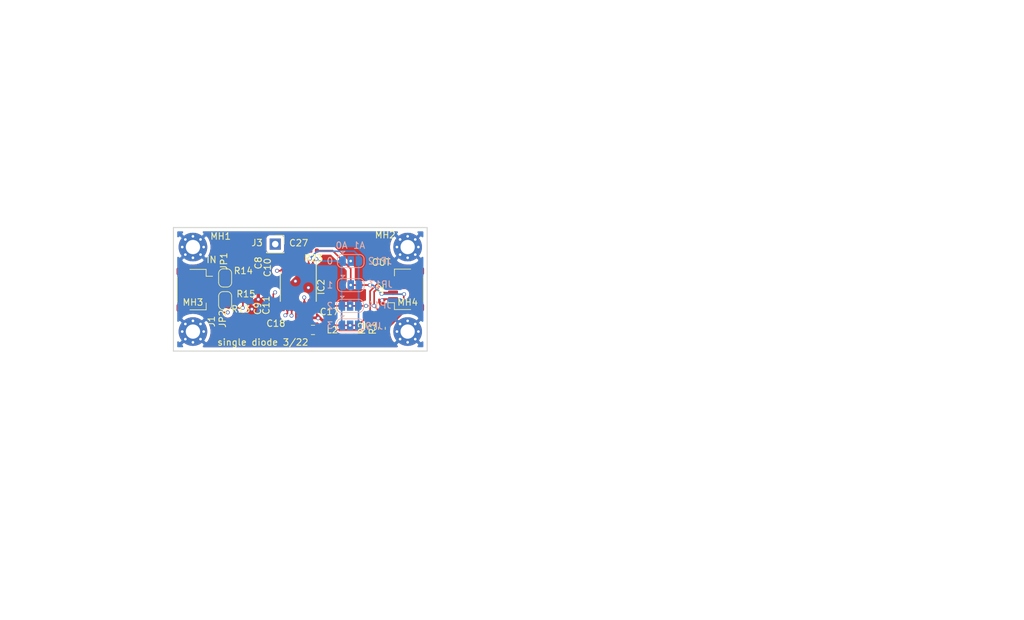
<source format=kicad_pcb>
(kicad_pcb (version 20171130) (host pcbnew "(5.1.5-0)")

  (general
    (thickness 1.6)
    (drawings 15)
    (tracks 185)
    (zones 0)
    (modules 28)
    (nets 19)
  )

  (page A4)
  (layers
    (0 F.Cu signal)
    (1 In1.Cu signal)
    (2 In2.Cu power)
    (31 B.Cu power)
    (32 B.Adhes user)
    (33 F.Adhes user)
    (34 B.Paste user)
    (35 F.Paste user)
    (36 B.SilkS user)
    (37 F.SilkS user)
    (38 B.Mask user)
    (39 F.Mask user)
    (40 Dwgs.User user)
    (41 Cmts.User user)
    (42 Eco1.User user)
    (43 Eco2.User user)
    (44 Edge.Cuts user)
    (45 Margin user)
    (46 B.CrtYd user)
    (47 F.CrtYd user)
    (48 B.Fab user)
    (49 F.Fab user)
  )

  (setup
    (last_trace_width 0.5)
    (user_trace_width 0.5)
    (trace_clearance 0.2)
    (zone_clearance 0.508)
    (zone_45_only no)
    (trace_min 0.2)
    (via_size 0.6)
    (via_drill 0.4)
    (via_min_size 0.4)
    (via_min_drill 0.3)
    (uvia_size 0.3)
    (uvia_drill 0.1)
    (uvias_allowed no)
    (uvia_min_size 0.2)
    (uvia_min_drill 0.1)
    (edge_width 0.15)
    (segment_width 0.2)
    (pcb_text_width 0.3)
    (pcb_text_size 1.5 1.5)
    (mod_edge_width 0.15)
    (mod_text_size 1 1)
    (mod_text_width 0.15)
    (pad_size 4.4 4.4)
    (pad_drill 2.2)
    (pad_to_mask_clearance 0.2)
    (aux_axis_origin 0 0)
    (grid_origin 134.75 80.25)
    (visible_elements 7FFDFF7F)
    (pcbplotparams
      (layerselection 0x291fc_ffffffff)
      (usegerberextensions true)
      (usegerberattributes false)
      (usegerberadvancedattributes false)
      (creategerberjobfile false)
      (excludeedgelayer true)
      (linewidth 0.100000)
      (plotframeref false)
      (viasonmask false)
      (mode 1)
      (useauxorigin false)
      (hpglpennumber 1)
      (hpglpenspeed 20)
      (hpglpendiameter 15.000000)
      (psnegative false)
      (psa4output false)
      (plotreference true)
      (plotvalue true)
      (plotinvisibletext false)
      (padsonsilk false)
      (subtractmaskfromsilk false)
      (outputformat 1)
      (mirror false)
      (drillshape 0)
      (scaleselection 1)
      (outputdirectory "gerbers/"))
  )

  (net 0 "")
  (net 1 GND)
  (net 2 /Channel1/V+)
  (net 3 /Channel1/I+)
  (net 4 /Channel1/I-)
  (net 5 /Channel1/V-)
  (net 6 /Channel1/Vpower)
  (net 7 VD)
  (net 8 "Net-(C10-Pad1)")
  (net 9 "Net-(C10-Pad2)")
  (net 10 "Net-(C11-Pad2)")
  (net 11 "Net-(C11-Pad1)")
  (net 12 "Net-(C27-Pad2)")
  (net 13 /Channel1/A1)
  (net 14 /Channel1/A0)
  (net 15 /Channel1/~DRDY)
  (net 16 GNDPWR)
  (net 17 /scl-rx)
  (net 18 /sda-tx)

  (net_class Default "This is the default net class."
    (clearance 0.2)
    (trace_width 0.25)
    (via_dia 0.6)
    (via_drill 0.4)
    (uvia_dia 0.3)
    (uvia_drill 0.1)
    (add_net /Channel1/A0)
    (add_net /Channel1/A1)
    (add_net /Channel1/I+)
    (add_net /Channel1/I-)
    (add_net /Channel1/V+)
    (add_net /Channel1/V-)
    (add_net /Channel1/Vpower)
    (add_net /Channel1/~DRDY)
    (add_net /scl-rx)
    (add_net /sda-tx)
    (add_net GND)
    (add_net GNDPWR)
    (add_net "Net-(C10-Pad1)")
    (add_net "Net-(C10-Pad2)")
    (add_net "Net-(C11-Pad1)")
    (add_net "Net-(C11-Pad2)")
    (add_net "Net-(C27-Pad2)")
    (add_net VD)
  )

  (module Connector_PinSocket_2.54mm:PinSocket_1x01_P2.54mm_Vertical (layer F.Cu) (tedit 5A19A434) (tstamp 624622A0)
    (at 115.65 83.55)
    (descr "Through hole straight socket strip, 1x01, 2.54mm pitch, single row (from Kicad 4.0.7), script generated")
    (tags "Through hole socket strip THT 1x01 2.54mm single row")
    (path /6247CFBF)
    (fp_text reference J3 (at -2.8 -0.2) (layer F.SilkS)
      (effects (font (size 1 1) (thickness 0.15)))
    )
    (fp_text value Conn_01x01_Female (at 0 2.77) (layer F.Fab)
      (effects (font (size 1 1) (thickness 0.15)))
    )
    (fp_text user %R (at 0 0) (layer F.Fab)
      (effects (font (size 1 1) (thickness 0.15)))
    )
    (fp_line (start -1.8 1.75) (end -1.8 -1.8) (layer F.CrtYd) (width 0.05))
    (fp_line (start 1.75 1.75) (end -1.8 1.75) (layer F.CrtYd) (width 0.05))
    (fp_line (start 1.75 -1.8) (end 1.75 1.75) (layer F.CrtYd) (width 0.05))
    (fp_line (start -1.8 -1.8) (end 1.75 -1.8) (layer F.CrtYd) (width 0.05))
    (fp_line (start 0 -1.33) (end 1.33 -1.33) (layer F.SilkS) (width 0.12))
    (fp_line (start 1.33 -1.33) (end 1.33 0) (layer F.SilkS) (width 0.12))
    (fp_line (start 1.33 1.21) (end 1.33 1.33) (layer F.SilkS) (width 0.12))
    (fp_line (start -1.33 1.21) (end -1.33 1.33) (layer F.SilkS) (width 0.12))
    (fp_line (start -1.33 1.33) (end 1.33 1.33) (layer F.SilkS) (width 0.12))
    (fp_line (start -1.27 1.27) (end -1.27 -1.27) (layer F.Fab) (width 0.1))
    (fp_line (start 1.27 1.27) (end -1.27 1.27) (layer F.Fab) (width 0.1))
    (fp_line (start 1.27 -0.635) (end 1.27 1.27) (layer F.Fab) (width 0.1))
    (fp_line (start 0.635 -1.27) (end 1.27 -0.635) (layer F.Fab) (width 0.1))
    (fp_line (start -1.27 -1.27) (end 0.635 -1.27) (layer F.Fab) (width 0.1))
    (pad 1 thru_hole rect (at 0 0) (size 1.7 1.7) (drill 1) (layers *.Cu *.Mask)
      (net 15 /Channel1/~DRDY))
    (model ${KISYS3DMOD}/Connector_PinSocket_2.54mm.3dshapes/PinSocket_1x01_P2.54mm_Vertical.wrl
      (at (xyz 0 0 0))
      (scale (xyz 1 1 1))
      (rotate (xyz 0 0 0))
    )
  )

  (module Connector_JST:JST_SH_SM04B-SRSS-TB_1x04-1MP_P1.00mm_Horizontal (layer F.Cu) (tedit 5B78AD87) (tstamp 6244A637)
    (at 135.75 90.5 90)
    (descr "JST SH series connector, SM04B-SRSS-TB (http://www.jst-mfg.com/product/pdf/eng/eSH.pdf), generated with kicad-footprint-generator")
    (tags "connector JST SH top entry")
    (path /62476074)
    (attr smd)
    (fp_text reference J2 (at 0 -3.98 90) (layer F.SilkS)
      (effects (font (size 1 1) (thickness 0.15)))
    )
    (fp_text value JST_SH_Conn_01x04_i2c_horizontal (at 0 3.98 90) (layer F.Fab)
      (effects (font (size 1 1) (thickness 0.15)))
    )
    (fp_text user %R (at 0 0 90) (layer F.Fab)
      (effects (font (size 1 1) (thickness 0.15)))
    )
    (fp_line (start -1.5 -0.967893) (end -1 -1.675) (layer F.Fab) (width 0.1))
    (fp_line (start -2 -1.675) (end -1.5 -0.967893) (layer F.Fab) (width 0.1))
    (fp_line (start 3.9 -3.28) (end -3.9 -3.28) (layer F.CrtYd) (width 0.05))
    (fp_line (start 3.9 3.28) (end 3.9 -3.28) (layer F.CrtYd) (width 0.05))
    (fp_line (start -3.9 3.28) (end 3.9 3.28) (layer F.CrtYd) (width 0.05))
    (fp_line (start -3.9 -3.28) (end -3.9 3.28) (layer F.CrtYd) (width 0.05))
    (fp_line (start 3 -1.675) (end 3 2.575) (layer F.Fab) (width 0.1))
    (fp_line (start -3 -1.675) (end -3 2.575) (layer F.Fab) (width 0.1))
    (fp_line (start -3 2.575) (end 3 2.575) (layer F.Fab) (width 0.1))
    (fp_line (start -1.94 2.685) (end 1.94 2.685) (layer F.SilkS) (width 0.12))
    (fp_line (start 3.11 -1.785) (end 2.06 -1.785) (layer F.SilkS) (width 0.12))
    (fp_line (start 3.11 0.715) (end 3.11 -1.785) (layer F.SilkS) (width 0.12))
    (fp_line (start -2.06 -1.785) (end -2.06 -2.775) (layer F.SilkS) (width 0.12))
    (fp_line (start -3.11 -1.785) (end -2.06 -1.785) (layer F.SilkS) (width 0.12))
    (fp_line (start -3.11 0.715) (end -3.11 -1.785) (layer F.SilkS) (width 0.12))
    (fp_line (start -3 -1.675) (end 3 -1.675) (layer F.Fab) (width 0.1))
    (pad MP smd roundrect (at 2.8 1.875 90) (size 1.2 1.8) (layers F.Cu F.Paste F.Mask) (roundrect_rratio 0.208333))
    (pad MP smd roundrect (at -2.8 1.875 90) (size 1.2 1.8) (layers F.Cu F.Paste F.Mask) (roundrect_rratio 0.208333))
    (pad 4 smd roundrect (at 1.5 -2 90) (size 0.6 1.55) (layers F.Cu F.Paste F.Mask) (roundrect_rratio 0.25)
      (net 17 /scl-rx))
    (pad 3 smd roundrect (at 0.5 -2 90) (size 0.6 1.55) (layers F.Cu F.Paste F.Mask) (roundrect_rratio 0.25)
      (net 18 /sda-tx))
    (pad 2 smd roundrect (at -0.5 -2 90) (size 0.6 1.55) (layers F.Cu F.Paste F.Mask) (roundrect_rratio 0.25)
      (net 7 VD))
    (pad 1 smd roundrect (at -1.5 -2 90) (size 0.6 1.55) (layers F.Cu F.Paste F.Mask) (roundrect_rratio 0.25)
      (net 1 GND))
    (model ${KISYS3DMOD}/Connector_JST.3dshapes/JST_SH_SM04B-SRSS-TB_1x04-1MP_P1.00mm_Horizontal.wrl
      (at (xyz 0 0 0))
      (scale (xyz 1 1 1))
      (rotate (xyz 0 0 0))
    )
  )

  (module Resistor_SMD:R_0603_1608Metric_Pad1.05x0.95mm_HandSolder (layer F.Cu) (tedit 5B301BBD) (tstamp 624490D3)
    (at 130.4 96.5 90)
    (descr "Resistor SMD 0603 (1608 Metric), square (rectangular) end terminal, IPC_7351 nominal with elongated pad for handsoldering. (Body size source: http://www.tortai-tech.com/upload/download/2011102023233369053.pdf), generated with kicad-footprint-generator")
    (tags "resistor handsolder")
    (path /6246D1D8)
    (attr smd)
    (fp_text reference R2 (at 0 -1.43 90) (layer F.SilkS)
      (effects (font (size 1 1) (thickness 0.15)))
    )
    (fp_text value 10K (at 0 1.43 90) (layer F.Fab)
      (effects (font (size 1 1) (thickness 0.15)))
    )
    (fp_text user %R (at 0 0 90) (layer F.Fab)
      (effects (font (size 0.4 0.4) (thickness 0.06)))
    )
    (fp_line (start 1.65 0.73) (end -1.65 0.73) (layer F.CrtYd) (width 0.05))
    (fp_line (start 1.65 -0.73) (end 1.65 0.73) (layer F.CrtYd) (width 0.05))
    (fp_line (start -1.65 -0.73) (end 1.65 -0.73) (layer F.CrtYd) (width 0.05))
    (fp_line (start -1.65 0.73) (end -1.65 -0.73) (layer F.CrtYd) (width 0.05))
    (fp_line (start -0.171267 0.51) (end 0.171267 0.51) (layer F.SilkS) (width 0.12))
    (fp_line (start -0.171267 -0.51) (end 0.171267 -0.51) (layer F.SilkS) (width 0.12))
    (fp_line (start 0.8 0.4) (end -0.8 0.4) (layer F.Fab) (width 0.1))
    (fp_line (start 0.8 -0.4) (end 0.8 0.4) (layer F.Fab) (width 0.1))
    (fp_line (start -0.8 -0.4) (end 0.8 -0.4) (layer F.Fab) (width 0.1))
    (fp_line (start -0.8 0.4) (end -0.8 -0.4) (layer F.Fab) (width 0.1))
    (pad 2 smd roundrect (at 0.875 0 90) (size 1.05 0.95) (layers F.Cu F.Paste F.Mask) (roundrect_rratio 0.25)
      (net 17 /scl-rx))
    (pad 1 smd roundrect (at -0.875 0 90) (size 1.05 0.95) (layers F.Cu F.Paste F.Mask) (roundrect_rratio 0.25)
      (net 7 VD))
    (model ${KISYS3DMOD}/Resistor_SMD.3dshapes/R_0603_1608Metric.wrl
      (at (xyz 0 0 0))
      (scale (xyz 1 1 1))
      (rotate (xyz 0 0 0))
    )
  )

  (module Resistor_SMD:R_0603_1608Metric_Pad1.05x0.95mm_HandSolder (layer F.Cu) (tedit 5B301BBD) (tstamp 624490C2)
    (at 132.05 96.5 90)
    (descr "Resistor SMD 0603 (1608 Metric), square (rectangular) end terminal, IPC_7351 nominal with elongated pad for handsoldering. (Body size source: http://www.tortai-tech.com/upload/download/2011102023233369053.pdf), generated with kicad-footprint-generator")
    (tags "resistor handsolder")
    (path /6246B7ED)
    (attr smd)
    (fp_text reference R1 (at 0 -1.43 90) (layer F.SilkS)
      (effects (font (size 1 1) (thickness 0.15)))
    )
    (fp_text value 10K (at 0 1.43 90) (layer F.Fab)
      (effects (font (size 1 1) (thickness 0.15)))
    )
    (fp_text user %R (at 0 0 90) (layer F.Fab)
      (effects (font (size 0.4 0.4) (thickness 0.06)))
    )
    (fp_line (start 1.65 0.73) (end -1.65 0.73) (layer F.CrtYd) (width 0.05))
    (fp_line (start 1.65 -0.73) (end 1.65 0.73) (layer F.CrtYd) (width 0.05))
    (fp_line (start -1.65 -0.73) (end 1.65 -0.73) (layer F.CrtYd) (width 0.05))
    (fp_line (start -1.65 0.73) (end -1.65 -0.73) (layer F.CrtYd) (width 0.05))
    (fp_line (start -0.171267 0.51) (end 0.171267 0.51) (layer F.SilkS) (width 0.12))
    (fp_line (start -0.171267 -0.51) (end 0.171267 -0.51) (layer F.SilkS) (width 0.12))
    (fp_line (start 0.8 0.4) (end -0.8 0.4) (layer F.Fab) (width 0.1))
    (fp_line (start 0.8 -0.4) (end 0.8 0.4) (layer F.Fab) (width 0.1))
    (fp_line (start -0.8 -0.4) (end 0.8 -0.4) (layer F.Fab) (width 0.1))
    (fp_line (start -0.8 0.4) (end -0.8 -0.4) (layer F.Fab) (width 0.1))
    (pad 2 smd roundrect (at 0.875 0 90) (size 1.05 0.95) (layers F.Cu F.Paste F.Mask) (roundrect_rratio 0.25)
      (net 18 /sda-tx))
    (pad 1 smd roundrect (at -0.875 0 90) (size 1.05 0.95) (layers F.Cu F.Paste F.Mask) (roundrect_rratio 0.25)
      (net 7 VD))
    (model ${KISYS3DMOD}/Resistor_SMD.3dshapes/R_0603_1608Metric.wrl
      (at (xyz 0 0 0))
      (scale (xyz 1 1 1))
      (rotate (xyz 0 0 0))
    )
  )

  (module MountingHole:MountingHole_2.2mm_M2_Pad_Via (layer F.Cu) (tedit 624477E0) (tstamp 5A49622D)
    (at 103 84)
    (descr "Mounting Hole 2.2mm, M2")
    (tags "mounting hole 2.2mm m2")
    (path /5A49671B)
    (attr virtual)
    (fp_text reference MH1 (at 4.25 -1.65) (layer F.SilkS)
      (effects (font (size 1 1) (thickness 0.15)))
    )
    (fp_text value MountingHole (at 0 4.5) (layer F.Fab)
      (effects (font (size 1 1) (thickness 0.15)))
    )
    (fp_circle (center 0 0) (end 2.45 0) (layer F.CrtYd) (width 0.05))
    (fp_circle (center 0 0) (end 2.2 0) (layer Cmts.User) (width 0.15))
    (fp_text user %R (at 0.3 0) (layer F.Fab)
      (effects (font (size 1 1) (thickness 0.15)))
    )
    (pad 1 thru_hole circle (at 1.166726 -1.166726) (size 0.7 0.7) (drill 0.4) (layers *.Cu *.Mask)
      (net 16 GNDPWR))
    (pad 1 thru_hole circle (at 0 -1.65) (size 0.7 0.7) (drill 0.4) (layers *.Cu *.Mask)
      (net 16 GNDPWR))
    (pad 1 thru_hole circle (at -1.166726 -1.166726) (size 0.7 0.7) (drill 0.4) (layers *.Cu *.Mask)
      (net 16 GNDPWR))
    (pad 1 thru_hole circle (at -1.65 0) (size 0.7 0.7) (drill 0.4) (layers *.Cu *.Mask)
      (net 16 GNDPWR))
    (pad 1 thru_hole circle (at -1.166726 1.166726) (size 0.7 0.7) (drill 0.4) (layers *.Cu *.Mask)
      (net 16 GNDPWR))
    (pad 1 thru_hole circle (at 0 1.65) (size 0.7 0.7) (drill 0.4) (layers *.Cu *.Mask)
      (net 16 GNDPWR))
    (pad 1 thru_hole circle (at 1.166726 1.166726) (size 0.7 0.7) (drill 0.4) (layers *.Cu *.Mask)
      (net 16 GNDPWR))
    (pad 1 thru_hole circle (at 1.65 0) (size 0.7 0.7) (drill 0.4) (layers *.Cu *.Mask)
      (net 16 GNDPWR))
    (pad 1 thru_hole circle (at 0 0) (size 4.4 4.4) (drill 2.2) (layers *.Cu *.Mask)
      (net 16 GNDPWR))
  )

  (module MountingHole:MountingHole_2.2mm_M2_Pad_Via (layer F.Cu) (tedit 56DDB9C7) (tstamp 5A496234)
    (at 136 84)
    (descr "Mounting Hole 2.2mm, M2")
    (tags "mounting hole 2.2mm m2")
    (path /5A496851)
    (attr virtual)
    (fp_text reference MH2 (at -3.45 -1.85) (layer F.SilkS)
      (effects (font (size 1 1) (thickness 0.15)))
    )
    (fp_text value MountingHole (at 0 4.5) (layer F.Fab)
      (effects (font (size 1 1) (thickness 0.15)))
    )
    (fp_circle (center 0 0) (end 2.45 0) (layer F.CrtYd) (width 0.05))
    (fp_circle (center 0 0) (end 2.2 0) (layer Cmts.User) (width 0.15))
    (fp_text user %R (at 0.3 0) (layer F.Fab)
      (effects (font (size 1 1) (thickness 0.15)))
    )
    (pad 1 thru_hole circle (at 1.166726 -1.166726) (size 0.7 0.7) (drill 0.4) (layers *.Cu *.Mask)
      (net 16 GNDPWR))
    (pad 1 thru_hole circle (at 0 -1.65) (size 0.7 0.7) (drill 0.4) (layers *.Cu *.Mask)
      (net 16 GNDPWR))
    (pad 1 thru_hole circle (at -1.166726 -1.166726) (size 0.7 0.7) (drill 0.4) (layers *.Cu *.Mask)
      (net 16 GNDPWR))
    (pad 1 thru_hole circle (at -1.65 0) (size 0.7 0.7) (drill 0.4) (layers *.Cu *.Mask)
      (net 16 GNDPWR))
    (pad 1 thru_hole circle (at -1.166726 1.166726) (size 0.7 0.7) (drill 0.4) (layers *.Cu *.Mask)
      (net 16 GNDPWR))
    (pad 1 thru_hole circle (at 0 1.65) (size 0.7 0.7) (drill 0.4) (layers *.Cu *.Mask)
      (net 16 GNDPWR))
    (pad 1 thru_hole circle (at 1.166726 1.166726) (size 0.7 0.7) (drill 0.4) (layers *.Cu *.Mask)
      (net 16 GNDPWR))
    (pad 1 thru_hole circle (at 1.65 0) (size 0.7 0.7) (drill 0.4) (layers *.Cu *.Mask)
      (net 16 GNDPWR))
    (pad 1 thru_hole circle (at 0 0) (size 4.4 4.4) (drill 2.2) (layers *.Cu *.Mask)
      (net 16 GNDPWR))
  )

  (module MountingHole:MountingHole_2.2mm_M2_Pad_Via (layer F.Cu) (tedit 6244780A) (tstamp 5A49623B)
    (at 103 97)
    (descr "Mounting Hole 2.2mm, M2")
    (tags "mounting hole 2.2mm m2")
    (path /5A496973)
    (attr virtual)
    (fp_text reference MH3 (at 0 -4.5) (layer F.SilkS)
      (effects (font (size 1 1) (thickness 0.15)))
    )
    (fp_text value MountingHole (at 0 4.5) (layer F.Fab)
      (effects (font (size 1 1) (thickness 0.15)))
    )
    (fp_circle (center 0 0) (end 2.45 0) (layer F.CrtYd) (width 0.05))
    (fp_circle (center 0 0) (end 2.2 0) (layer Cmts.User) (width 0.15))
    (fp_text user %R (at 0.3 0) (layer F.Fab)
      (effects (font (size 1 1) (thickness 0.15)))
    )
    (pad 1 thru_hole circle (at 1.166726 -1.166726) (size 0.7 0.7) (drill 0.4) (layers *.Cu *.Mask)
      (net 16 GNDPWR))
    (pad 1 thru_hole circle (at 0 -1.65) (size 0.7 0.7) (drill 0.4) (layers *.Cu *.Mask)
      (net 16 GNDPWR))
    (pad 1 thru_hole circle (at -1.166726 -1.166726) (size 0.7 0.7) (drill 0.4) (layers *.Cu *.Mask)
      (net 16 GNDPWR))
    (pad 1 thru_hole circle (at -1.65 0) (size 0.7 0.7) (drill 0.4) (layers *.Cu *.Mask)
      (net 16 GNDPWR))
    (pad 1 thru_hole circle (at -1.166726 1.166726) (size 0.7 0.7) (drill 0.4) (layers *.Cu *.Mask)
      (net 16 GNDPWR))
    (pad 1 thru_hole circle (at 0 1.65) (size 0.7 0.7) (drill 0.4) (layers *.Cu *.Mask)
      (net 16 GNDPWR))
    (pad 1 thru_hole circle (at 1.166726 1.166726) (size 0.7 0.7) (drill 0.4) (layers *.Cu *.Mask)
      (net 16 GNDPWR))
    (pad 1 thru_hole circle (at 1.65 0) (size 0.7 0.7) (drill 0.4) (layers *.Cu *.Mask)
      (net 16 GNDPWR))
    (pad 1 thru_hole circle (at 0 0) (size 4.4 4.4) (drill 2.2) (layers *.Cu *.Mask)
      (net 16 GNDPWR))
  )

  (module MountingHole:MountingHole_2.2mm_M2_Pad_Via (layer F.Cu) (tedit 56DDB9C7) (tstamp 5A496242)
    (at 136 97)
    (descr "Mounting Hole 2.2mm, M2")
    (tags "mounting hole 2.2mm m2")
    (path /5A496A82)
    (attr virtual)
    (fp_text reference MH4 (at 0 -4.5) (layer F.SilkS)
      (effects (font (size 1 1) (thickness 0.15)))
    )
    (fp_text value MountingHole (at 0 4.5) (layer F.Fab)
      (effects (font (size 1 1) (thickness 0.15)))
    )
    (fp_circle (center 0 0) (end 2.45 0) (layer F.CrtYd) (width 0.05))
    (fp_circle (center 0 0) (end 2.2 0) (layer Cmts.User) (width 0.15))
    (fp_text user %R (at 0.3 0) (layer F.Fab)
      (effects (font (size 1 1) (thickness 0.15)))
    )
    (pad 1 thru_hole circle (at 1.166726 -1.166726) (size 0.7 0.7) (drill 0.4) (layers *.Cu *.Mask)
      (net 16 GNDPWR))
    (pad 1 thru_hole circle (at 0 -1.65) (size 0.7 0.7) (drill 0.4) (layers *.Cu *.Mask)
      (net 16 GNDPWR))
    (pad 1 thru_hole circle (at -1.166726 -1.166726) (size 0.7 0.7) (drill 0.4) (layers *.Cu *.Mask)
      (net 16 GNDPWR))
    (pad 1 thru_hole circle (at -1.65 0) (size 0.7 0.7) (drill 0.4) (layers *.Cu *.Mask)
      (net 16 GNDPWR))
    (pad 1 thru_hole circle (at -1.166726 1.166726) (size 0.7 0.7) (drill 0.4) (layers *.Cu *.Mask)
      (net 16 GNDPWR))
    (pad 1 thru_hole circle (at 0 1.65) (size 0.7 0.7) (drill 0.4) (layers *.Cu *.Mask)
      (net 16 GNDPWR))
    (pad 1 thru_hole circle (at 1.166726 1.166726) (size 0.7 0.7) (drill 0.4) (layers *.Cu *.Mask)
      (net 16 GNDPWR))
    (pad 1 thru_hole circle (at 1.65 0) (size 0.7 0.7) (drill 0.4) (layers *.Cu *.Mask)
      (net 16 GNDPWR))
    (pad 1 thru_hole circle (at 0 0) (size 4.4 4.4) (drill 2.2) (layers *.Cu *.Mask)
      (net 16 GNDPWR))
  )

  (module Jumper:SolderJumper-2_P1.3mm_Open_RoundedPad1.0x1.5mm (layer F.Cu) (tedit 5B391E66) (tstamp 62448059)
    (at 107.95 92.25 270)
    (descr "SMD Solder Jumper, 1x1.5mm, rounded Pads, 0.3mm gap, open")
    (tags "solder jumper open")
    (path /59ED3D7B/6245EF11)
    (attr virtual)
    (fp_text reference JP2 (at 2.8 0.4 90) (layer F.SilkS)
      (effects (font (size 1 1) (thickness 0.15)))
    )
    (fp_text value Jumper_NO_Small (at 0 1.9 90) (layer F.Fab)
      (effects (font (size 1 1) (thickness 0.15)))
    )
    (fp_line (start 1.65 1.25) (end -1.65 1.25) (layer F.CrtYd) (width 0.05))
    (fp_line (start 1.65 1.25) (end 1.65 -1.25) (layer F.CrtYd) (width 0.05))
    (fp_line (start -1.65 -1.25) (end -1.65 1.25) (layer F.CrtYd) (width 0.05))
    (fp_line (start -1.65 -1.25) (end 1.65 -1.25) (layer F.CrtYd) (width 0.05))
    (fp_line (start -0.7 -1) (end 0.7 -1) (layer F.SilkS) (width 0.12))
    (fp_line (start 1.4 -0.3) (end 1.4 0.3) (layer F.SilkS) (width 0.12))
    (fp_line (start 0.7 1) (end -0.7 1) (layer F.SilkS) (width 0.12))
    (fp_line (start -1.4 0.3) (end -1.4 -0.3) (layer F.SilkS) (width 0.12))
    (fp_arc (start -0.7 -0.3) (end -0.7 -1) (angle -90) (layer F.SilkS) (width 0.12))
    (fp_arc (start -0.7 0.3) (end -1.4 0.3) (angle -90) (layer F.SilkS) (width 0.12))
    (fp_arc (start 0.7 0.3) (end 0.7 1) (angle -90) (layer F.SilkS) (width 0.12))
    (fp_arc (start 0.7 -0.3) (end 1.4 -0.3) (angle -90) (layer F.SilkS) (width 0.12))
    (pad 2 smd custom (at 0.65 0 270) (size 1 0.5) (layers F.Cu F.Mask)
      (net 4 /Channel1/I-) (zone_connect 2)
      (options (clearance outline) (anchor rect))
      (primitives
        (gr_circle (center 0 0.25) (end 0.5 0.25) (width 0))
        (gr_circle (center 0 -0.25) (end 0.5 -0.25) (width 0))
        (gr_poly (pts
           (xy 0 -0.75) (xy -0.5 -0.75) (xy -0.5 0.75) (xy 0 0.75)) (width 0))
      ))
    (pad 1 smd custom (at -0.65 0 270) (size 1 0.5) (layers F.Cu F.Mask)
      (net 5 /Channel1/V-) (zone_connect 2)
      (options (clearance outline) (anchor rect))
      (primitives
        (gr_circle (center 0 0.25) (end 0.5 0.25) (width 0))
        (gr_circle (center 0 -0.25) (end 0.5 -0.25) (width 0))
        (gr_poly (pts
           (xy 0 -0.75) (xy 0.5 -0.75) (xy 0.5 0.75) (xy 0 0.75)) (width 0))
      ))
  )

  (module Jumper:SolderJumper-2_P1.3mm_Open_RoundedPad1.0x1.5mm (layer F.Cu) (tedit 5B391E66) (tstamp 62448047)
    (at 107.95 88.75 270)
    (descr "SMD Solder Jumper, 1x1.5mm, rounded Pads, 0.3mm gap, open")
    (tags "solder jumper open")
    (path /59ED3D7B/6245C7F8)
    (attr virtual)
    (fp_text reference JP1 (at -2.55 0.2 90) (layer F.SilkS)
      (effects (font (size 1 1) (thickness 0.15)))
    )
    (fp_text value Jumper_NO_Small (at 0 1.9 90) (layer F.Fab)
      (effects (font (size 1 1) (thickness 0.15)))
    )
    (fp_line (start 1.65 1.25) (end -1.65 1.25) (layer F.CrtYd) (width 0.05))
    (fp_line (start 1.65 1.25) (end 1.65 -1.25) (layer F.CrtYd) (width 0.05))
    (fp_line (start -1.65 -1.25) (end -1.65 1.25) (layer F.CrtYd) (width 0.05))
    (fp_line (start -1.65 -1.25) (end 1.65 -1.25) (layer F.CrtYd) (width 0.05))
    (fp_line (start -0.7 -1) (end 0.7 -1) (layer F.SilkS) (width 0.12))
    (fp_line (start 1.4 -0.3) (end 1.4 0.3) (layer F.SilkS) (width 0.12))
    (fp_line (start 0.7 1) (end -0.7 1) (layer F.SilkS) (width 0.12))
    (fp_line (start -1.4 0.3) (end -1.4 -0.3) (layer F.SilkS) (width 0.12))
    (fp_arc (start -0.7 -0.3) (end -0.7 -1) (angle -90) (layer F.SilkS) (width 0.12))
    (fp_arc (start -0.7 0.3) (end -1.4 0.3) (angle -90) (layer F.SilkS) (width 0.12))
    (fp_arc (start 0.7 0.3) (end 0.7 1) (angle -90) (layer F.SilkS) (width 0.12))
    (fp_arc (start 0.7 -0.3) (end 1.4 -0.3) (angle -90) (layer F.SilkS) (width 0.12))
    (pad 2 smd custom (at 0.65 0 270) (size 1 0.5) (layers F.Cu F.Mask)
      (net 2 /Channel1/V+) (zone_connect 2)
      (options (clearance outline) (anchor rect))
      (primitives
        (gr_circle (center 0 0.25) (end 0.5 0.25) (width 0))
        (gr_circle (center 0 -0.25) (end 0.5 -0.25) (width 0))
        (gr_poly (pts
           (xy 0 -0.75) (xy -0.5 -0.75) (xy -0.5 0.75) (xy 0 0.75)) (width 0))
      ))
    (pad 1 smd custom (at -0.65 0 270) (size 1 0.5) (layers F.Cu F.Mask)
      (net 3 /Channel1/I+) (zone_connect 2)
      (options (clearance outline) (anchor rect))
      (primitives
        (gr_circle (center 0 0.25) (end 0.5 0.25) (width 0))
        (gr_circle (center 0 -0.25) (end 0.5 -0.25) (width 0))
        (gr_poly (pts
           (xy 0 -0.75) (xy 0.5 -0.75) (xy 0.5 0.75) (xy 0 0.75)) (width 0))
      ))
  )

  (module Resistor_SMD:R_0402_1005Metric (layer F.Cu) (tedit 5B301BBD) (tstamp 617EEBBF)
    (at 121.55 84.55 180)
    (descr "Resistor SMD 0402 (1005 Metric), square (rectangular) end terminal, IPC_7351 nominal, (Body size source: http://www.tortai-tech.com/upload/download/2011102023233369053.pdf), generated with kicad-footprint-generator")
    (tags resistor)
    (path /59ED3D7B/617F6456)
    (attr smd)
    (fp_text reference R23 (at 0 -1.17) (layer F.SilkS)
      (effects (font (size 1 1) (thickness 0.15)))
    )
    (fp_text value 1K (at 0 1.17) (layer F.Fab)
      (effects (font (size 1 1) (thickness 0.15)))
    )
    (fp_text user %R (at 0 0) (layer F.Fab)
      (effects (font (size 0.25 0.25) (thickness 0.04)))
    )
    (fp_line (start 0.93 0.47) (end -0.93 0.47) (layer F.CrtYd) (width 0.05))
    (fp_line (start 0.93 -0.47) (end 0.93 0.47) (layer F.CrtYd) (width 0.05))
    (fp_line (start -0.93 -0.47) (end 0.93 -0.47) (layer F.CrtYd) (width 0.05))
    (fp_line (start -0.93 0.47) (end -0.93 -0.47) (layer F.CrtYd) (width 0.05))
    (fp_line (start 0.5 0.25) (end -0.5 0.25) (layer F.Fab) (width 0.1))
    (fp_line (start 0.5 -0.25) (end 0.5 0.25) (layer F.Fab) (width 0.1))
    (fp_line (start -0.5 -0.25) (end 0.5 -0.25) (layer F.Fab) (width 0.1))
    (fp_line (start -0.5 0.25) (end -0.5 -0.25) (layer F.Fab) (width 0.1))
    (pad 2 smd roundrect (at 0.485 0 180) (size 0.59 0.64) (layers F.Cu F.Paste F.Mask) (roundrect_rratio 0.25)
      (net 12 "Net-(C27-Pad2)"))
    (pad 1 smd roundrect (at -0.485 0 180) (size 0.59 0.64) (layers F.Cu F.Paste F.Mask) (roundrect_rratio 0.25)
      (net 7 VD))
    (model ${KISYS3DMOD}/Resistor_SMD.3dshapes/R_0402_1005Metric.wrl
      (at (xyz 0 0 0))
      (scale (xyz 1 1 1))
      (rotate (xyz 0 0 0))
    )
  )

  (module Resistor_SMD:R_0402_1005Metric (layer F.Cu) (tedit 5B301BBD) (tstamp 5D90FCEE)
    (at 111.15 90.05 180)
    (descr "Resistor SMD 0402 (1005 Metric), square (rectangular) end terminal, IPC_7351 nominal, (Body size source: http://www.tortai-tech.com/upload/download/2011102023233369053.pdf), generated with kicad-footprint-generator")
    (tags resistor)
    (path /59ED3D7B/59ED126C)
    (attr smd)
    (fp_text reference R15 (at 0 -1.17) (layer F.SilkS)
      (effects (font (size 1 1) (thickness 0.15)))
    )
    (fp_text value 100K (at 0 1.17) (layer F.Fab)
      (effects (font (size 1 1) (thickness 0.15)))
    )
    (fp_text user %R (at 0 0) (layer F.Fab)
      (effects (font (size 0.25 0.25) (thickness 0.04)))
    )
    (fp_line (start 0.93 0.47) (end -0.93 0.47) (layer F.CrtYd) (width 0.05))
    (fp_line (start 0.93 -0.47) (end 0.93 0.47) (layer F.CrtYd) (width 0.05))
    (fp_line (start -0.93 -0.47) (end 0.93 -0.47) (layer F.CrtYd) (width 0.05))
    (fp_line (start -0.93 0.47) (end -0.93 -0.47) (layer F.CrtYd) (width 0.05))
    (fp_line (start 0.5 0.25) (end -0.5 0.25) (layer F.Fab) (width 0.1))
    (fp_line (start 0.5 -0.25) (end 0.5 0.25) (layer F.Fab) (width 0.1))
    (fp_line (start -0.5 -0.25) (end 0.5 -0.25) (layer F.Fab) (width 0.1))
    (fp_line (start -0.5 0.25) (end -0.5 -0.25) (layer F.Fab) (width 0.1))
    (pad 2 smd roundrect (at 0.485 0 180) (size 0.59 0.64) (layers F.Cu F.Paste F.Mask) (roundrect_rratio 0.25)
      (net 5 /Channel1/V-))
    (pad 1 smd roundrect (at -0.485 0 180) (size 0.59 0.64) (layers F.Cu F.Paste F.Mask) (roundrect_rratio 0.25)
      (net 9 "Net-(C10-Pad2)"))
    (model ${KISYS3DMOD}/Resistor_SMD.3dshapes/R_0402_1005Metric.wrl
      (at (xyz 0 0 0))
      (scale (xyz 1 1 1))
      (rotate (xyz 0 0 0))
    )
  )

  (module Resistor_SMD:R_0402_1005Metric (layer F.Cu) (tedit 5B301BBD) (tstamp 5CF2FA05)
    (at 111.165 88.95 180)
    (descr "Resistor SMD 0402 (1005 Metric), square (rectangular) end terminal, IPC_7351 nominal, (Body size source: http://www.tortai-tech.com/upload/download/2011102023233369053.pdf), generated with kicad-footprint-generator")
    (tags resistor)
    (path /59ED3D7B/59ED1265)
    (attr smd)
    (fp_text reference R14 (at 0.415 1.3) (layer F.SilkS)
      (effects (font (size 1 1) (thickness 0.15)))
    )
    (fp_text value 100K (at 0 1.17) (layer F.Fab)
      (effects (font (size 1 1) (thickness 0.15)))
    )
    (fp_text user %R (at 0 0) (layer F.Fab)
      (effects (font (size 0.25 0.25) (thickness 0.04)))
    )
    (fp_line (start 0.93 0.47) (end -0.93 0.47) (layer F.CrtYd) (width 0.05))
    (fp_line (start 0.93 -0.47) (end 0.93 0.47) (layer F.CrtYd) (width 0.05))
    (fp_line (start -0.93 -0.47) (end 0.93 -0.47) (layer F.CrtYd) (width 0.05))
    (fp_line (start -0.93 0.47) (end -0.93 -0.47) (layer F.CrtYd) (width 0.05))
    (fp_line (start 0.5 0.25) (end -0.5 0.25) (layer F.Fab) (width 0.1))
    (fp_line (start 0.5 -0.25) (end 0.5 0.25) (layer F.Fab) (width 0.1))
    (fp_line (start -0.5 -0.25) (end 0.5 -0.25) (layer F.Fab) (width 0.1))
    (fp_line (start -0.5 0.25) (end -0.5 -0.25) (layer F.Fab) (width 0.1))
    (pad 2 smd roundrect (at 0.485 0 180) (size 0.59 0.64) (layers F.Cu F.Paste F.Mask) (roundrect_rratio 0.25)
      (net 2 /Channel1/V+))
    (pad 1 smd roundrect (at -0.485 0 180) (size 0.59 0.64) (layers F.Cu F.Paste F.Mask) (roundrect_rratio 0.25)
      (net 8 "Net-(C10-Pad1)"))
    (model ${KISYS3DMOD}/Resistor_SMD.3dshapes/R_0402_1005Metric.wrl
      (at (xyz 0 0 0))
      (scale (xyz 1 1 1))
      (rotate (xyz 0 0 0))
    )
  )

  (module Resistor_SMD:R_0402_1005Metric (layer F.Cu) (tedit 5B301BBD) (tstamp 5CF2F9F5)
    (at 111.168 92.3)
    (descr "Resistor SMD 0402 (1005 Metric), square (rectangular) end terminal, IPC_7351 nominal, (Body size source: http://www.tortai-tech.com/upload/download/2011102023233369053.pdf), generated with kicad-footprint-generator")
    (tags resistor)
    (path /59ED3D7B/59ED125E)
    (attr smd)
    (fp_text reference R13 (at -0.818 1.25) (layer F.SilkS)
      (effects (font (size 1 1) (thickness 0.15)))
    )
    (fp_text value "10K 0.1%" (at 0 1.17) (layer F.Fab)
      (effects (font (size 1 1) (thickness 0.15)))
    )
    (fp_text user %R (at 0 0) (layer F.Fab)
      (effects (font (size 0.25 0.25) (thickness 0.04)))
    )
    (fp_line (start 0.93 0.47) (end -0.93 0.47) (layer F.CrtYd) (width 0.05))
    (fp_line (start 0.93 -0.47) (end 0.93 0.47) (layer F.CrtYd) (width 0.05))
    (fp_line (start -0.93 -0.47) (end 0.93 -0.47) (layer F.CrtYd) (width 0.05))
    (fp_line (start -0.93 0.47) (end -0.93 -0.47) (layer F.CrtYd) (width 0.05))
    (fp_line (start 0.5 0.25) (end -0.5 0.25) (layer F.Fab) (width 0.1))
    (fp_line (start 0.5 -0.25) (end 0.5 0.25) (layer F.Fab) (width 0.1))
    (fp_line (start -0.5 -0.25) (end 0.5 -0.25) (layer F.Fab) (width 0.1))
    (fp_line (start -0.5 0.25) (end -0.5 -0.25) (layer F.Fab) (width 0.1))
    (pad 2 smd roundrect (at 0.485 0) (size 0.59 0.64) (layers F.Cu F.Paste F.Mask) (roundrect_rratio 0.25)
      (net 1 GND))
    (pad 1 smd roundrect (at -0.485 0) (size 0.59 0.64) (layers F.Cu F.Paste F.Mask) (roundrect_rratio 0.25)
      (net 4 /Channel1/I-))
    (model ${KISYS3DMOD}/Resistor_SMD.3dshapes/R_0402_1005Metric.wrl
      (at (xyz 0 0 0))
      (scale (xyz 1 1 1))
      (rotate (xyz 0 0 0))
    )
  )

  (module Capacitor_SMD:C_0402_1005Metric (layer F.Cu) (tedit 5B301BBE) (tstamp 617EE3E3)
    (at 119.25 84.55)
    (descr "Capacitor SMD 0402 (1005 Metric), square (rectangular) end terminal, IPC_7351 nominal, (Body size source: http://www.tortai-tech.com/upload/download/2011102023233369053.pdf), generated with kicad-footprint-generator")
    (tags capacitor)
    (path /59ED3D7B/617F76B7)
    (attr smd)
    (fp_text reference C27 (at 0 -1.17) (layer F.SilkS)
      (effects (font (size 1 1) (thickness 0.15)))
    )
    (fp_text value 100nF (at 0 1.17) (layer F.Fab)
      (effects (font (size 1 1) (thickness 0.15)))
    )
    (fp_text user %R (at 0 0) (layer F.Fab)
      (effects (font (size 0.25 0.25) (thickness 0.04)))
    )
    (fp_line (start 0.93 0.47) (end -0.93 0.47) (layer F.CrtYd) (width 0.05))
    (fp_line (start 0.93 -0.47) (end 0.93 0.47) (layer F.CrtYd) (width 0.05))
    (fp_line (start -0.93 -0.47) (end 0.93 -0.47) (layer F.CrtYd) (width 0.05))
    (fp_line (start -0.93 0.47) (end -0.93 -0.47) (layer F.CrtYd) (width 0.05))
    (fp_line (start 0.5 0.25) (end -0.5 0.25) (layer F.Fab) (width 0.1))
    (fp_line (start 0.5 -0.25) (end 0.5 0.25) (layer F.Fab) (width 0.1))
    (fp_line (start -0.5 -0.25) (end 0.5 -0.25) (layer F.Fab) (width 0.1))
    (fp_line (start -0.5 0.25) (end -0.5 -0.25) (layer F.Fab) (width 0.1))
    (pad 2 smd roundrect (at 0.485 0) (size 0.59 0.64) (layers F.Cu F.Paste F.Mask) (roundrect_rratio 0.25)
      (net 12 "Net-(C27-Pad2)"))
    (pad 1 smd roundrect (at -0.485 0) (size 0.59 0.64) (layers F.Cu F.Paste F.Mask) (roundrect_rratio 0.25)
      (net 1 GND))
    (model ${KISYS3DMOD}/Capacitor_SMD.3dshapes/C_0402_1005Metric.wrl
      (at (xyz 0 0 0))
      (scale (xyz 1 1 1))
      (rotate (xyz 0 0 0))
    )
  )

  (module Capacitor_SMD:C_0402_1005Metric (layer F.Cu) (tedit 5B301BBE) (tstamp 618013C4)
    (at 118.265 95.75)
    (descr "Capacitor SMD 0402 (1005 Metric), square (rectangular) end terminal, IPC_7351 nominal, (Body size source: http://www.tortai-tech.com/upload/download/2011102023233369053.pdf), generated with kicad-footprint-generator")
    (tags capacitor)
    (path /59ED3D7B/6125C767)
    (attr smd)
    (fp_text reference C18 (at -2.515 0) (layer F.SilkS)
      (effects (font (size 1 1) (thickness 0.15)))
    )
    (fp_text value 100nF (at 0 1.17) (layer F.Fab)
      (effects (font (size 1 1) (thickness 0.15)))
    )
    (fp_text user %R (at 0 0) (layer F.Fab)
      (effects (font (size 0.25 0.25) (thickness 0.04)))
    )
    (fp_line (start 0.93 0.47) (end -0.93 0.47) (layer F.CrtYd) (width 0.05))
    (fp_line (start 0.93 -0.47) (end 0.93 0.47) (layer F.CrtYd) (width 0.05))
    (fp_line (start -0.93 -0.47) (end 0.93 -0.47) (layer F.CrtYd) (width 0.05))
    (fp_line (start -0.93 0.47) (end -0.93 -0.47) (layer F.CrtYd) (width 0.05))
    (fp_line (start 0.5 0.25) (end -0.5 0.25) (layer F.Fab) (width 0.1))
    (fp_line (start 0.5 -0.25) (end 0.5 0.25) (layer F.Fab) (width 0.1))
    (fp_line (start -0.5 -0.25) (end 0.5 -0.25) (layer F.Fab) (width 0.1))
    (fp_line (start -0.5 0.25) (end -0.5 -0.25) (layer F.Fab) (width 0.1))
    (pad 2 smd roundrect (at 0.485 0) (size 0.59 0.64) (layers F.Cu F.Paste F.Mask) (roundrect_rratio 0.25)
      (net 6 /Channel1/Vpower))
    (pad 1 smd roundrect (at -0.485 0) (size 0.59 0.64) (layers F.Cu F.Paste F.Mask) (roundrect_rratio 0.25)
      (net 1 GND))
    (model ${KISYS3DMOD}/Capacitor_SMD.3dshapes/C_0402_1005Metric.wrl
      (at (xyz 0 0 0))
      (scale (xyz 1 1 1))
      (rotate (xyz 0 0 0))
    )
  )

  (module Capacitor_SMD:C_0402_1005Metric (layer F.Cu) (tedit 5B301BBE) (tstamp 61252C38)
    (at 120.65 94.95)
    (descr "Capacitor SMD 0402 (1005 Metric), square (rectangular) end terminal, IPC_7351 nominal, (Body size source: http://www.tortai-tech.com/upload/download/2011102023233369053.pdf), generated with kicad-footprint-generator")
    (tags capacitor)
    (path /59ED3D7B/6125D75A)
    (attr smd)
    (fp_text reference C17 (at 3.325 -1) (layer F.SilkS)
      (effects (font (size 1 1) (thickness 0.15)))
    )
    (fp_text value 100nF (at 0 1.17) (layer F.Fab)
      (effects (font (size 1 1) (thickness 0.15)))
    )
    (fp_text user %R (at 0 0) (layer F.Fab)
      (effects (font (size 0.25 0.25) (thickness 0.04)))
    )
    (fp_line (start 0.93 0.47) (end -0.93 0.47) (layer F.CrtYd) (width 0.05))
    (fp_line (start 0.93 -0.47) (end 0.93 0.47) (layer F.CrtYd) (width 0.05))
    (fp_line (start -0.93 -0.47) (end 0.93 -0.47) (layer F.CrtYd) (width 0.05))
    (fp_line (start -0.93 0.47) (end -0.93 -0.47) (layer F.CrtYd) (width 0.05))
    (fp_line (start 0.5 0.25) (end -0.5 0.25) (layer F.Fab) (width 0.1))
    (fp_line (start 0.5 -0.25) (end 0.5 0.25) (layer F.Fab) (width 0.1))
    (fp_line (start -0.5 -0.25) (end 0.5 -0.25) (layer F.Fab) (width 0.1))
    (fp_line (start -0.5 0.25) (end -0.5 -0.25) (layer F.Fab) (width 0.1))
    (pad 2 smd roundrect (at 0.485 0) (size 0.59 0.64) (layers F.Cu F.Paste F.Mask) (roundrect_rratio 0.25)
      (net 1 GND))
    (pad 1 smd roundrect (at -0.485 0) (size 0.59 0.64) (layers F.Cu F.Paste F.Mask) (roundrect_rratio 0.25)
      (net 7 VD))
    (model ${KISYS3DMOD}/Capacitor_SMD.3dshapes/C_0402_1005Metric.wrl
      (at (xyz 0 0 0))
      (scale (xyz 1 1 1))
      (rotate (xyz 0 0 0))
    )
  )

  (module Capacitor_SMD:C_0402_1005Metric (layer F.Cu) (tedit 5B301BBE) (tstamp 61252B83)
    (at 115.35 92.975 90)
    (descr "Capacitor SMD 0402 (1005 Metric), square (rectangular) end terminal, IPC_7351 nominal, (Body size source: http://www.tortai-tech.com/upload/download/2011102023233369053.pdf), generated with kicad-footprint-generator")
    (tags capacitor)
    (path /59ED3D7B/6125B8A0)
    (attr smd)
    (fp_text reference C11 (at 0.025 -1.1 90) (layer F.SilkS)
      (effects (font (size 1 1) (thickness 0.15)))
    )
    (fp_text value 100nF (at 0 1.17 90) (layer F.Fab)
      (effects (font (size 1 1) (thickness 0.15)))
    )
    (fp_text user %R (at 0 0 90) (layer F.Fab)
      (effects (font (size 0.25 0.25) (thickness 0.04)))
    )
    (fp_line (start 0.93 0.47) (end -0.93 0.47) (layer F.CrtYd) (width 0.05))
    (fp_line (start 0.93 -0.47) (end 0.93 0.47) (layer F.CrtYd) (width 0.05))
    (fp_line (start -0.93 -0.47) (end 0.93 -0.47) (layer F.CrtYd) (width 0.05))
    (fp_line (start -0.93 0.47) (end -0.93 -0.47) (layer F.CrtYd) (width 0.05))
    (fp_line (start 0.5 0.25) (end -0.5 0.25) (layer F.Fab) (width 0.1))
    (fp_line (start 0.5 -0.25) (end 0.5 0.25) (layer F.Fab) (width 0.1))
    (fp_line (start -0.5 -0.25) (end 0.5 -0.25) (layer F.Fab) (width 0.1))
    (fp_line (start -0.5 0.25) (end -0.5 -0.25) (layer F.Fab) (width 0.1))
    (pad 2 smd roundrect (at 0.485 0 90) (size 0.59 0.64) (layers F.Cu F.Paste F.Mask) (roundrect_rratio 0.25)
      (net 10 "Net-(C11-Pad2)"))
    (pad 1 smd roundrect (at -0.485 0 90) (size 0.59 0.64) (layers F.Cu F.Paste F.Mask) (roundrect_rratio 0.25)
      (net 11 "Net-(C11-Pad1)"))
    (model ${KISYS3DMOD}/Capacitor_SMD.3dshapes/C_0402_1005Metric.wrl
      (at (xyz 0 0 0))
      (scale (xyz 1 1 1))
      (rotate (xyz 0 0 0))
    )
  )

  (module Capacitor_SMD:C_0402_1005Metric (layer F.Cu) (tedit 5B301BBE) (tstamp 61252B72)
    (at 114.45 89.475 270)
    (descr "Capacitor SMD 0402 (1005 Metric), square (rectangular) end terminal, IPC_7351 nominal, (Body size source: http://www.tortai-tech.com/upload/download/2011102023233369053.pdf), generated with kicad-footprint-generator")
    (tags capacitor)
    (path /59ED3D7B/61261278)
    (attr smd)
    (fp_text reference C10 (at -2.325 0 90) (layer F.SilkS)
      (effects (font (size 1 1) (thickness 0.15)))
    )
    (fp_text value 1uF (at 0 1.17 90) (layer F.Fab)
      (effects (font (size 1 1) (thickness 0.15)))
    )
    (fp_text user %R (at 0 0 90) (layer F.Fab)
      (effects (font (size 0.25 0.25) (thickness 0.04)))
    )
    (fp_line (start 0.93 0.47) (end -0.93 0.47) (layer F.CrtYd) (width 0.05))
    (fp_line (start 0.93 -0.47) (end 0.93 0.47) (layer F.CrtYd) (width 0.05))
    (fp_line (start -0.93 -0.47) (end 0.93 -0.47) (layer F.CrtYd) (width 0.05))
    (fp_line (start -0.93 0.47) (end -0.93 -0.47) (layer F.CrtYd) (width 0.05))
    (fp_line (start 0.5 0.25) (end -0.5 0.25) (layer F.Fab) (width 0.1))
    (fp_line (start 0.5 -0.25) (end 0.5 0.25) (layer F.Fab) (width 0.1))
    (fp_line (start -0.5 -0.25) (end 0.5 -0.25) (layer F.Fab) (width 0.1))
    (fp_line (start -0.5 0.25) (end -0.5 -0.25) (layer F.Fab) (width 0.1))
    (pad 2 smd roundrect (at 0.485 0 270) (size 0.59 0.64) (layers F.Cu F.Paste F.Mask) (roundrect_rratio 0.25)
      (net 9 "Net-(C10-Pad2)"))
    (pad 1 smd roundrect (at -0.485 0 270) (size 0.59 0.64) (layers F.Cu F.Paste F.Mask) (roundrect_rratio 0.25)
      (net 8 "Net-(C10-Pad1)"))
    (model ${KISYS3DMOD}/Capacitor_SMD.3dshapes/C_0402_1005Metric.wrl
      (at (xyz 0 0 0))
      (scale (xyz 1 1 1))
      (rotate (xyz 0 0 0))
    )
  )

  (module Capacitor_SMD:C_0402_1005Metric (layer F.Cu) (tedit 5B301BBE) (tstamp 61252B61)
    (at 113.05 90.535 270)
    (descr "Capacitor SMD 0402 (1005 Metric), square (rectangular) end terminal, IPC_7351 nominal, (Body size source: http://www.tortai-tech.com/upload/download/2011102023233369053.pdf), generated with kicad-footprint-generator")
    (tags capacitor)
    (path /59ED3D7B/6126125D)
    (attr smd)
    (fp_text reference C9 (at 2.915 0.1 90) (layer F.SilkS)
      (effects (font (size 1 1) (thickness 0.15)))
    )
    (fp_text value 100nF (at 0 1.17 90) (layer F.Fab)
      (effects (font (size 1 1) (thickness 0.15)))
    )
    (fp_text user %R (at 0 0 90) (layer F.Fab)
      (effects (font (size 0.25 0.25) (thickness 0.04)))
    )
    (fp_line (start 0.93 0.47) (end -0.93 0.47) (layer F.CrtYd) (width 0.05))
    (fp_line (start 0.93 -0.47) (end 0.93 0.47) (layer F.CrtYd) (width 0.05))
    (fp_line (start -0.93 -0.47) (end 0.93 -0.47) (layer F.CrtYd) (width 0.05))
    (fp_line (start -0.93 0.47) (end -0.93 -0.47) (layer F.CrtYd) (width 0.05))
    (fp_line (start 0.5 0.25) (end -0.5 0.25) (layer F.Fab) (width 0.1))
    (fp_line (start 0.5 -0.25) (end 0.5 0.25) (layer F.Fab) (width 0.1))
    (fp_line (start -0.5 -0.25) (end 0.5 -0.25) (layer F.Fab) (width 0.1))
    (fp_line (start -0.5 0.25) (end -0.5 -0.25) (layer F.Fab) (width 0.1))
    (pad 2 smd roundrect (at 0.485 0 270) (size 0.59 0.64) (layers F.Cu F.Paste F.Mask) (roundrect_rratio 0.25)
      (net 1 GND))
    (pad 1 smd roundrect (at -0.485 0 270) (size 0.59 0.64) (layers F.Cu F.Paste F.Mask) (roundrect_rratio 0.25)
      (net 9 "Net-(C10-Pad2)"))
    (model ${KISYS3DMOD}/Capacitor_SMD.3dshapes/C_0402_1005Metric.wrl
      (at (xyz 0 0 0))
      (scale (xyz 1 1 1))
      (rotate (xyz 0 0 0))
    )
  )

  (module Capacitor_SMD:C_0402_1005Metric (layer F.Cu) (tedit 5B301BBE) (tstamp 61252B50)
    (at 113.05 88.45 270)
    (descr "Capacitor SMD 0402 (1005 Metric), square (rectangular) end terminal, IPC_7351 nominal, (Body size source: http://www.tortai-tech.com/upload/download/2011102023233369053.pdf), generated with kicad-footprint-generator")
    (tags capacitor)
    (path /59ED3D7B/6126126B)
    (attr smd)
    (fp_text reference C8 (at -2 0 90) (layer F.SilkS)
      (effects (font (size 1 1) (thickness 0.15)))
    )
    (fp_text value 100nF (at 0 1.17 90) (layer F.Fab)
      (effects (font (size 1 1) (thickness 0.15)))
    )
    (fp_text user %R (at 0 0 90) (layer F.Fab)
      (effects (font (size 0.25 0.25) (thickness 0.04)))
    )
    (fp_line (start 0.93 0.47) (end -0.93 0.47) (layer F.CrtYd) (width 0.05))
    (fp_line (start 0.93 -0.47) (end 0.93 0.47) (layer F.CrtYd) (width 0.05))
    (fp_line (start -0.93 -0.47) (end 0.93 -0.47) (layer F.CrtYd) (width 0.05))
    (fp_line (start -0.93 0.47) (end -0.93 -0.47) (layer F.CrtYd) (width 0.05))
    (fp_line (start 0.5 0.25) (end -0.5 0.25) (layer F.Fab) (width 0.1))
    (fp_line (start 0.5 -0.25) (end 0.5 0.25) (layer F.Fab) (width 0.1))
    (fp_line (start -0.5 -0.25) (end 0.5 -0.25) (layer F.Fab) (width 0.1))
    (fp_line (start -0.5 0.25) (end -0.5 -0.25) (layer F.Fab) (width 0.1))
    (pad 2 smd roundrect (at 0.485 0 270) (size 0.59 0.64) (layers F.Cu F.Paste F.Mask) (roundrect_rratio 0.25)
      (net 8 "Net-(C10-Pad1)"))
    (pad 1 smd roundrect (at -0.485 0 270) (size 0.59 0.64) (layers F.Cu F.Paste F.Mask) (roundrect_rratio 0.25)
      (net 1 GND))
    (model ${KISYS3DMOD}/Capacitor_SMD.3dshapes/C_0402_1005Metric.wrl
      (at (xyz 0 0 0))
      (scale (xyz 1 1 1))
      (rotate (xyz 0 0 0))
    )
  )

  (module Connector_JST:JST_SH_SM04B-SRSS-TB_1x04-1MP_P1.00mm_Horizontal (layer F.Cu) (tedit 5B78AD87) (tstamp 624417C7)
    (at 103.25 90.55 270)
    (descr "JST SH series connector, SM04B-SRSS-TB (http://www.jst-mfg.com/product/pdf/eng/eSH.pdf), generated with kicad-footprint-generator")
    (tags "connector JST SH top entry")
    (path /624BDAFB)
    (attr smd)
    (fp_text reference J1 (at 4.9 -2.6 90) (layer F.SilkS)
      (effects (font (size 1 1) (thickness 0.15)))
    )
    (fp_text value Conn_01x04 (at 0 3.98 90) (layer F.Fab)
      (effects (font (size 1 1) (thickness 0.15)))
    )
    (fp_text user %R (at 0 0 90) (layer F.Fab)
      (effects (font (size 1 1) (thickness 0.15)))
    )
    (fp_line (start -1.5 -0.967893) (end -1 -1.675) (layer F.Fab) (width 0.1))
    (fp_line (start -2 -1.675) (end -1.5 -0.967893) (layer F.Fab) (width 0.1))
    (fp_line (start 3.9 -3.28) (end -3.9 -3.28) (layer F.CrtYd) (width 0.05))
    (fp_line (start 3.9 3.28) (end 3.9 -3.28) (layer F.CrtYd) (width 0.05))
    (fp_line (start -3.9 3.28) (end 3.9 3.28) (layer F.CrtYd) (width 0.05))
    (fp_line (start -3.9 -3.28) (end -3.9 3.28) (layer F.CrtYd) (width 0.05))
    (fp_line (start 3 -1.675) (end 3 2.575) (layer F.Fab) (width 0.1))
    (fp_line (start -3 -1.675) (end -3 2.575) (layer F.Fab) (width 0.1))
    (fp_line (start -3 2.575) (end 3 2.575) (layer F.Fab) (width 0.1))
    (fp_line (start -1.94 2.685) (end 1.94 2.685) (layer F.SilkS) (width 0.12))
    (fp_line (start 3.11 -1.785) (end 2.06 -1.785) (layer F.SilkS) (width 0.12))
    (fp_line (start 3.11 0.715) (end 3.11 -1.785) (layer F.SilkS) (width 0.12))
    (fp_line (start -2.06 -1.785) (end -2.06 -2.775) (layer F.SilkS) (width 0.12))
    (fp_line (start -3.11 -1.785) (end -2.06 -1.785) (layer F.SilkS) (width 0.12))
    (fp_line (start -3.11 0.715) (end -3.11 -1.785) (layer F.SilkS) (width 0.12))
    (fp_line (start -3 -1.675) (end 3 -1.675) (layer F.Fab) (width 0.1))
    (pad MP smd roundrect (at 2.8 1.875 270) (size 1.2 1.8) (layers F.Cu F.Paste F.Mask) (roundrect_rratio 0.208333))
    (pad MP smd roundrect (at -2.8 1.875 270) (size 1.2 1.8) (layers F.Cu F.Paste F.Mask) (roundrect_rratio 0.208333))
    (pad 4 smd roundrect (at 1.5 -2 270) (size 0.6 1.55) (layers F.Cu F.Paste F.Mask) (roundrect_rratio 0.25)
      (net 4 /Channel1/I-))
    (pad 3 smd roundrect (at 0.5 -2 270) (size 0.6 1.55) (layers F.Cu F.Paste F.Mask) (roundrect_rratio 0.25)
      (net 5 /Channel1/V-))
    (pad 2 smd roundrect (at -0.5 -2 270) (size 0.6 1.55) (layers F.Cu F.Paste F.Mask) (roundrect_rratio 0.25)
      (net 2 /Channel1/V+))
    (pad 1 smd roundrect (at -1.5 -2 270) (size 0.6 1.55) (layers F.Cu F.Paste F.Mask) (roundrect_rratio 0.25)
      (net 3 /Channel1/I+))
    (model ${KISYS3DMOD}/Connector_JST.3dshapes/JST_SH_SM04B-SRSS-TB_1x04-1MP_P1.00mm_Horizontal.wrl
      (at (xyz 0 0 0))
      (scale (xyz 1 1 1))
      (rotate (xyz 0 0 0))
    )
  )

  (module Jumper:SolderJumper-3_P1.3mm_Open_RoundedPad1.0x1.5mm (layer B.Cu) (tedit 5B391EB7) (tstamp 6243CAF7)
    (at 127.15 96.05)
    (descr "SMD Solder 3-pad Jumper, 1x1.5mm rounded Pads, 0.3mm gap, open")
    (tags "solder jumper open")
    (path /59ED3D7B/6249791A)
    (attr virtual)
    (fp_text reference JP9 (at 3.7 0.1) (layer B.SilkS)
      (effects (font (size 1 1) (thickness 0.15)) (justify mirror))
    )
    (fp_text value Jumper_3_Open (at 0 -1.9) (layer B.Fab)
      (effects (font (size 1 1) (thickness 0.15)) (justify mirror))
    )
    (fp_arc (start -1.35 0.3) (end -1.35 1) (angle 90) (layer B.SilkS) (width 0.12))
    (fp_arc (start -1.35 -0.3) (end -2.05 -0.3) (angle 90) (layer B.SilkS) (width 0.12))
    (fp_arc (start 1.35 -0.3) (end 1.35 -1) (angle 90) (layer B.SilkS) (width 0.12))
    (fp_arc (start 1.35 0.3) (end 2.05 0.3) (angle 90) (layer B.SilkS) (width 0.12))
    (fp_line (start 2.3 -1.25) (end -2.3 -1.25) (layer B.CrtYd) (width 0.05))
    (fp_line (start 2.3 -1.25) (end 2.3 1.25) (layer B.CrtYd) (width 0.05))
    (fp_line (start -2.3 1.25) (end -2.3 -1.25) (layer B.CrtYd) (width 0.05))
    (fp_line (start -2.3 1.25) (end 2.3 1.25) (layer B.CrtYd) (width 0.05))
    (fp_line (start -1.4 1) (end 1.4 1) (layer B.SilkS) (width 0.12))
    (fp_line (start 2.05 0.3) (end 2.05 -0.3) (layer B.SilkS) (width 0.12))
    (fp_line (start 1.4 -1) (end -1.4 -1) (layer B.SilkS) (width 0.12))
    (fp_line (start -2.05 -0.3) (end -2.05 0.3) (layer B.SilkS) (width 0.12))
    (fp_line (start -1.2 -1.2) (end -1.5 -1.5) (layer B.SilkS) (width 0.12))
    (fp_line (start -1.5 -1.5) (end -0.9 -1.5) (layer B.SilkS) (width 0.12))
    (fp_line (start -1.2 -1.2) (end -0.9 -1.5) (layer B.SilkS) (width 0.12))
    (pad 2 smd rect (at 0 0) (size 1 1.5) (layers B.Cu B.Mask)
      (net 17 /scl-rx))
    (pad 3 smd custom (at 1.3 0) (size 1 0.5) (layers B.Cu B.Mask)
      (net 13 /Channel1/A1) (zone_connect 2)
      (options (clearance outline) (anchor rect))
      (primitives
        (gr_circle (center 0 -0.25) (end 0.5 -0.25) (width 0))
        (gr_circle (center 0 0.25) (end 0.5 0.25) (width 0))
        (gr_poly (pts
           (xy -0.55 0.75) (xy 0 0.75) (xy 0 -0.75) (xy -0.55 -0.75)) (width 0))
      ))
    (pad 1 smd custom (at -1.3 0) (size 1 0.5) (layers B.Cu B.Mask)
      (net 14 /Channel1/A0) (zone_connect 2)
      (options (clearance outline) (anchor rect))
      (primitives
        (gr_circle (center 0 -0.25) (end 0.5 -0.25) (width 0))
        (gr_circle (center 0 0.25) (end 0.5 0.25) (width 0))
        (gr_poly (pts
           (xy 0.55 0.75) (xy 0 0.75) (xy 0 -0.75) (xy 0.55 -0.75)) (width 0))
      ))
  )

  (module Jumper:SolderJumper-3_P1.3mm_Open_RoundedPad1.0x1.5mm (layer B.Cu) (tedit 5B391EB7) (tstamp 617EE83D)
    (at 127.15 93.05)
    (descr "SMD Solder 3-pad Jumper, 1x1.5mm rounded Pads, 0.3mm gap, open")
    (tags "solder jumper open")
    (path /59ED3D7B/618087A4)
    (attr virtual)
    (fp_text reference JP14 (at 4.5 -0.1) (layer B.SilkS)
      (effects (font (size 1 1) (thickness 0.15)) (justify mirror))
    )
    (fp_text value Jumper_3_Open (at 0 -1.9) (layer B.Fab)
      (effects (font (size 1 1) (thickness 0.15)) (justify mirror))
    )
    (fp_arc (start -1.35 0.3) (end -1.35 1) (angle 90) (layer B.SilkS) (width 0.12))
    (fp_arc (start -1.35 -0.3) (end -2.05 -0.3) (angle 90) (layer B.SilkS) (width 0.12))
    (fp_arc (start 1.35 -0.3) (end 1.35 -1) (angle 90) (layer B.SilkS) (width 0.12))
    (fp_arc (start 1.35 0.3) (end 2.05 0.3) (angle 90) (layer B.SilkS) (width 0.12))
    (fp_line (start 2.3 -1.25) (end -2.3 -1.25) (layer B.CrtYd) (width 0.05))
    (fp_line (start 2.3 -1.25) (end 2.3 1.25) (layer B.CrtYd) (width 0.05))
    (fp_line (start -2.3 1.25) (end -2.3 -1.25) (layer B.CrtYd) (width 0.05))
    (fp_line (start -2.3 1.25) (end 2.3 1.25) (layer B.CrtYd) (width 0.05))
    (fp_line (start -1.4 1) (end 1.4 1) (layer B.SilkS) (width 0.12))
    (fp_line (start 2.05 0.3) (end 2.05 -0.3) (layer B.SilkS) (width 0.12))
    (fp_line (start 1.4 -1) (end -1.4 -1) (layer B.SilkS) (width 0.12))
    (fp_line (start -2.05 -0.3) (end -2.05 0.3) (layer B.SilkS) (width 0.12))
    (fp_line (start -1.2 -1.2) (end -1.5 -1.5) (layer B.SilkS) (width 0.12))
    (fp_line (start -1.5 -1.5) (end -0.9 -1.5) (layer B.SilkS) (width 0.12))
    (fp_line (start -1.2 -1.2) (end -0.9 -1.5) (layer B.SilkS) (width 0.12))
    (pad 2 smd rect (at 0 0) (size 1 1.5) (layers B.Cu B.Mask)
      (net 18 /sda-tx))
    (pad 3 smd custom (at 1.3 0) (size 1 0.5) (layers B.Cu B.Mask)
      (net 13 /Channel1/A1) (zone_connect 2)
      (options (clearance outline) (anchor rect))
      (primitives
        (gr_circle (center 0 -0.25) (end 0.5 -0.25) (width 0))
        (gr_circle (center 0 0.25) (end 0.5 0.25) (width 0))
        (gr_poly (pts
           (xy -0.55 0.75) (xy 0 0.75) (xy 0 -0.75) (xy -0.55 -0.75)) (width 0))
      ))
    (pad 1 smd custom (at -1.3 0) (size 1 0.5) (layers B.Cu B.Mask)
      (net 14 /Channel1/A0) (zone_connect 2)
      (options (clearance outline) (anchor rect))
      (primitives
        (gr_circle (center 0 -0.25) (end 0.5 -0.25) (width 0))
        (gr_circle (center 0 0.25) (end 0.5 0.25) (width 0))
        (gr_poly (pts
           (xy 0.55 0.75) (xy 0 0.75) (xy 0 -0.75) (xy 0.55 -0.75)) (width 0))
      ))
  )

  (module Jumper:SolderJumper-3_P1.3mm_Open_RoundedPad1.0x1.5mm (layer B.Cu) (tedit 5B391EB7) (tstamp 617EE827)
    (at 127.25 89.85)
    (descr "SMD Solder 3-pad Jumper, 1x1.5mm rounded Pads, 0.3mm gap, open")
    (tags "solder jumper open")
    (path /59ED3D7B/617FE2AA)
    (attr virtual)
    (fp_text reference JP13 (at 4.6 -0.1) (layer B.SilkS)
      (effects (font (size 1 1) (thickness 0.15)) (justify mirror))
    )
    (fp_text value Jumper_3_Open (at 0 -1.9) (layer B.Fab)
      (effects (font (size 1 1) (thickness 0.15)) (justify mirror))
    )
    (fp_arc (start -1.35 0.3) (end -1.35 1) (angle 90) (layer B.SilkS) (width 0.12))
    (fp_arc (start -1.35 -0.3) (end -2.05 -0.3) (angle 90) (layer B.SilkS) (width 0.12))
    (fp_arc (start 1.35 -0.3) (end 1.35 -1) (angle 90) (layer B.SilkS) (width 0.12))
    (fp_arc (start 1.35 0.3) (end 2.05 0.3) (angle 90) (layer B.SilkS) (width 0.12))
    (fp_line (start 2.3 -1.25) (end -2.3 -1.25) (layer B.CrtYd) (width 0.05))
    (fp_line (start 2.3 -1.25) (end 2.3 1.25) (layer B.CrtYd) (width 0.05))
    (fp_line (start -2.3 1.25) (end -2.3 -1.25) (layer B.CrtYd) (width 0.05))
    (fp_line (start -2.3 1.25) (end 2.3 1.25) (layer B.CrtYd) (width 0.05))
    (fp_line (start -1.4 1) (end 1.4 1) (layer B.SilkS) (width 0.12))
    (fp_line (start 2.05 0.3) (end 2.05 -0.3) (layer B.SilkS) (width 0.12))
    (fp_line (start 1.4 -1) (end -1.4 -1) (layer B.SilkS) (width 0.12))
    (fp_line (start -2.05 -0.3) (end -2.05 0.3) (layer B.SilkS) (width 0.12))
    (fp_line (start -1.2 -1.2) (end -1.5 -1.5) (layer B.SilkS) (width 0.12))
    (fp_line (start -1.5 -1.5) (end -0.9 -1.5) (layer B.SilkS) (width 0.12))
    (fp_line (start -1.2 -1.2) (end -0.9 -1.5) (layer B.SilkS) (width 0.12))
    (pad 2 smd rect (at 0 0) (size 1 1.5) (layers B.Cu B.Mask)
      (net 7 VD))
    (pad 3 smd custom (at 1.3 0) (size 1 0.5) (layers B.Cu B.Mask)
      (net 13 /Channel1/A1) (zone_connect 2)
      (options (clearance outline) (anchor rect))
      (primitives
        (gr_circle (center 0 -0.25) (end 0.5 -0.25) (width 0))
        (gr_circle (center 0 0.25) (end 0.5 0.25) (width 0))
        (gr_poly (pts
           (xy -0.55 0.75) (xy 0 0.75) (xy 0 -0.75) (xy -0.55 -0.75)) (width 0))
      ))
    (pad 1 smd custom (at -1.3 0) (size 1 0.5) (layers B.Cu B.Mask)
      (net 14 /Channel1/A0) (zone_connect 2)
      (options (clearance outline) (anchor rect))
      (primitives
        (gr_circle (center 0 -0.25) (end 0.5 -0.25) (width 0))
        (gr_circle (center 0 0.25) (end 0.5 0.25) (width 0))
        (gr_poly (pts
           (xy 0.55 0.75) (xy 0 0.75) (xy 0 -0.75) (xy 0.55 -0.75)) (width 0))
      ))
  )

  (module Jumper:SolderJumper-3_P1.3mm_Open_RoundedPad1.0x1.5mm (layer B.Cu) (tedit 5B391EB7) (tstamp 617EE811)
    (at 127.25 86.15)
    (descr "SMD Solder 3-pad Jumper, 1x1.5mm rounded Pads, 0.3mm gap, open")
    (tags "solder jumper open")
    (path /59ED3D7B/617FD97D)
    (attr virtual)
    (fp_text reference JP12 (at 4.5 0) (layer B.SilkS)
      (effects (font (size 1 1) (thickness 0.15)) (justify mirror))
    )
    (fp_text value Jumper_3_Open (at 0 -1.9) (layer B.Fab)
      (effects (font (size 1 1) (thickness 0.15)) (justify mirror))
    )
    (fp_arc (start -1.35 0.3) (end -1.35 1) (angle 90) (layer B.SilkS) (width 0.12))
    (fp_arc (start -1.35 -0.3) (end -2.05 -0.3) (angle 90) (layer B.SilkS) (width 0.12))
    (fp_arc (start 1.35 -0.3) (end 1.35 -1) (angle 90) (layer B.SilkS) (width 0.12))
    (fp_arc (start 1.35 0.3) (end 2.05 0.3) (angle 90) (layer B.SilkS) (width 0.12))
    (fp_line (start 2.3 -1.25) (end -2.3 -1.25) (layer B.CrtYd) (width 0.05))
    (fp_line (start 2.3 -1.25) (end 2.3 1.25) (layer B.CrtYd) (width 0.05))
    (fp_line (start -2.3 1.25) (end -2.3 -1.25) (layer B.CrtYd) (width 0.05))
    (fp_line (start -2.3 1.25) (end 2.3 1.25) (layer B.CrtYd) (width 0.05))
    (fp_line (start -1.4 1) (end 1.4 1) (layer B.SilkS) (width 0.12))
    (fp_line (start 2.05 0.3) (end 2.05 -0.3) (layer B.SilkS) (width 0.12))
    (fp_line (start 1.4 -1) (end -1.4 -1) (layer B.SilkS) (width 0.12))
    (fp_line (start -2.05 -0.3) (end -2.05 0.3) (layer B.SilkS) (width 0.12))
    (fp_line (start -1.2 -1.2) (end -1.5 -1.5) (layer B.SilkS) (width 0.12))
    (fp_line (start -1.5 -1.5) (end -0.9 -1.5) (layer B.SilkS) (width 0.12))
    (fp_line (start -1.2 -1.2) (end -0.9 -1.5) (layer B.SilkS) (width 0.12))
    (pad 2 smd rect (at 0 0) (size 1 1.5) (layers B.Cu B.Mask)
      (net 1 GND))
    (pad 3 smd custom (at 1.3 0) (size 1 0.5) (layers B.Cu B.Mask)
      (net 13 /Channel1/A1) (zone_connect 2)
      (options (clearance outline) (anchor rect))
      (primitives
        (gr_circle (center 0 -0.25) (end 0.5 -0.25) (width 0))
        (gr_circle (center 0 0.25) (end 0.5 0.25) (width 0))
        (gr_poly (pts
           (xy -0.55 0.75) (xy 0 0.75) (xy 0 -0.75) (xy -0.55 -0.75)) (width 0))
      ))
    (pad 1 smd custom (at -1.3 0) (size 1 0.5) (layers B.Cu B.Mask)
      (net 14 /Channel1/A0) (zone_connect 2)
      (options (clearance outline) (anchor rect))
      (primitives
        (gr_circle (center 0 -0.25) (end 0.5 -0.25) (width 0))
        (gr_circle (center 0 0.25) (end 0.5 0.25) (width 0))
        (gr_poly (pts
           (xy 0.55 0.75) (xy 0 0.75) (xy 0 -0.75) (xy 0.55 -0.75)) (width 0))
      ))
  )

  (module Package_SO:TSSOP-16_4.4x5mm_P0.65mm (layer F.Cu) (tedit 5A02F25C) (tstamp 61252DA7)
    (at 119.15 90.15 270)
    (descr "16-Lead Plastic Thin Shrink Small Outline (ST)-4.4 mm Body [TSSOP] (see Microchip Packaging Specification 00000049BS.pdf)")
    (tags "SSOP 0.65")
    (path /59ED3D7B/612554B0)
    (attr smd)
    (fp_text reference IC2 (at 0 -3.55 90) (layer F.SilkS)
      (effects (font (size 1 1) (thickness 0.15)))
    )
    (fp_text value ADS112C04IPWR (at 0 3.55 90) (layer F.Fab)
      (effects (font (size 1 1) (thickness 0.15)))
    )
    (fp_text user %R (at 0 0 90) (layer F.Fab)
      (effects (font (size 0.8 0.8) (thickness 0.15)))
    )
    (fp_line (start -3.775 -2.8) (end 2.2 -2.8) (layer F.SilkS) (width 0.15))
    (fp_line (start -2.2 2.725) (end 2.2 2.725) (layer F.SilkS) (width 0.15))
    (fp_line (start -3.95 2.8) (end 3.95 2.8) (layer F.CrtYd) (width 0.05))
    (fp_line (start -3.95 -2.9) (end 3.95 -2.9) (layer F.CrtYd) (width 0.05))
    (fp_line (start 3.95 -2.9) (end 3.95 2.8) (layer F.CrtYd) (width 0.05))
    (fp_line (start -3.95 -2.9) (end -3.95 2.8) (layer F.CrtYd) (width 0.05))
    (fp_line (start -2.2 -1.5) (end -1.2 -2.5) (layer F.Fab) (width 0.15))
    (fp_line (start -2.2 2.5) (end -2.2 -1.5) (layer F.Fab) (width 0.15))
    (fp_line (start 2.2 2.5) (end -2.2 2.5) (layer F.Fab) (width 0.15))
    (fp_line (start 2.2 -2.5) (end 2.2 2.5) (layer F.Fab) (width 0.15))
    (fp_line (start -1.2 -2.5) (end 2.2 -2.5) (layer F.Fab) (width 0.15))
    (pad 16 smd rect (at 2.95 -2.275 270) (size 1.5 0.45) (layers F.Cu F.Paste F.Mask)
      (net 17 /scl-rx))
    (pad 15 smd rect (at 2.95 -1.625 270) (size 1.5 0.45) (layers F.Cu F.Paste F.Mask)
      (net 18 /sda-tx))
    (pad 14 smd rect (at 2.95 -0.975 270) (size 1.5 0.45) (layers F.Cu F.Paste F.Mask)
      (net 15 /Channel1/~DRDY))
    (pad 13 smd rect (at 2.95 -0.325 270) (size 1.5 0.45) (layers F.Cu F.Paste F.Mask)
      (net 7 VD))
    (pad 12 smd rect (at 2.95 0.325 270) (size 1.5 0.45) (layers F.Cu F.Paste F.Mask)
      (net 6 /Channel1/Vpower))
    (pad 11 smd rect (at 2.95 0.975 270) (size 1.5 0.45) (layers F.Cu F.Paste F.Mask)
      (net 3 /Channel1/I+))
    (pad 10 smd rect (at 2.95 1.625 270) (size 1.5 0.45) (layers F.Cu F.Paste F.Mask)
      (net 4 /Channel1/I-))
    (pad 9 smd rect (at 2.95 2.275 270) (size 1.5 0.45) (layers F.Cu F.Paste F.Mask)
      (net 11 "Net-(C11-Pad1)"))
    (pad 8 smd rect (at -2.95 2.275 270) (size 1.5 0.45) (layers F.Cu F.Paste F.Mask)
      (net 10 "Net-(C11-Pad2)"))
    (pad 7 smd rect (at -2.95 1.625 270) (size 1.5 0.45) (layers F.Cu F.Paste F.Mask)
      (net 8 "Net-(C10-Pad1)"))
    (pad 6 smd rect (at -2.95 0.975 270) (size 1.5 0.45) (layers F.Cu F.Paste F.Mask)
      (net 9 "Net-(C10-Pad2)"))
    (pad 5 smd rect (at -2.95 0.325 270) (size 1.5 0.45) (layers F.Cu F.Paste F.Mask)
      (net 1 GND))
    (pad 4 smd rect (at -2.95 -0.325 270) (size 1.5 0.45) (layers F.Cu F.Paste F.Mask)
      (net 1 GND))
    (pad 3 smd rect (at -2.95 -0.975 270) (size 1.5 0.45) (layers F.Cu F.Paste F.Mask)
      (net 12 "Net-(C27-Pad2)"))
    (pad 2 smd rect (at -2.95 -1.625 270) (size 1.5 0.45) (layers F.Cu F.Paste F.Mask)
      (net 13 /Channel1/A1))
    (pad 1 smd rect (at -2.95 -2.275 270) (size 1.5 0.45) (layers F.Cu F.Paste F.Mask)
      (net 14 /Channel1/A0))
    (model ${KISYS3DMOD}/Package_SO.3dshapes/TSSOP-16_4.4x5mm_P0.65mm.wrl
      (at (xyz 0 0 0))
      (scale (xyz 1 1 1))
      (rotate (xyz 0 0 0))
    )
  )

  (module Inductor_SMD:L_0805_2012Metric_Pad1.15x1.40mm_HandSolder (layer F.Cu) (tedit 5B36C52B) (tstamp 6008BDAC)
    (at 121.45 96.75 180)
    (descr "Capacitor SMD 0805 (2012 Metric), square (rectangular) end terminal, IPC_7351 nominal with elongated pad for handsoldering. (Body size source: https://docs.google.com/spreadsheets/d/1BsfQQcO9C6DZCsRaXUlFlo91Tg2WpOkGARC1WS5S8t0/edit?usp=sharing), generated with kicad-footprint-generator")
    (tags "inductor handsolder")
    (path /59ED3D7B/59ED27B9)
    (attr smd)
    (fp_text reference L2 (at -2.975 0) (layer F.SilkS)
      (effects (font (size 1 1) (thickness 0.15)))
    )
    (fp_text value "MMZ2012Y202B " (at 0 1.65) (layer F.Fab)
      (effects (font (size 1 1) (thickness 0.15)))
    )
    (fp_text user %R (at 0 0) (layer F.Fab)
      (effects (font (size 0.5 0.5) (thickness 0.08)))
    )
    (fp_line (start 1.85 0.95) (end -1.85 0.95) (layer F.CrtYd) (width 0.05))
    (fp_line (start 1.85 -0.95) (end 1.85 0.95) (layer F.CrtYd) (width 0.05))
    (fp_line (start -1.85 -0.95) (end 1.85 -0.95) (layer F.CrtYd) (width 0.05))
    (fp_line (start -1.85 0.95) (end -1.85 -0.95) (layer F.CrtYd) (width 0.05))
    (fp_line (start -0.261252 0.71) (end 0.261252 0.71) (layer F.SilkS) (width 0.12))
    (fp_line (start -0.261252 -0.71) (end 0.261252 -0.71) (layer F.SilkS) (width 0.12))
    (fp_line (start 1 0.6) (end -1 0.6) (layer F.Fab) (width 0.1))
    (fp_line (start 1 -0.6) (end 1 0.6) (layer F.Fab) (width 0.1))
    (fp_line (start -1 -0.6) (end 1 -0.6) (layer F.Fab) (width 0.1))
    (fp_line (start -1 0.6) (end -1 -0.6) (layer F.Fab) (width 0.1))
    (pad 2 smd roundrect (at 1.025 0 180) (size 1.15 1.4) (layers F.Cu F.Paste F.Mask) (roundrect_rratio 0.217391)
      (net 6 /Channel1/Vpower))
    (pad 1 smd roundrect (at -1.025 0 180) (size 1.15 1.4) (layers F.Cu F.Paste F.Mask) (roundrect_rratio 0.217391)
      (net 7 VD))
    (model ${KISYS3DMOD}/Inductor_SMD.3dshapes/L_0805_2012Metric.wrl
      (at (xyz 0 0 0))
      (scale (xyz 1 1 1))
      (rotate (xyz 0 0 0))
    )
  )

  (dimension 39 (width 0.15) (layer Dwgs.User)
    (gr_text "39.000 mm" (at 119.5 103.55) (layer Dwgs.User)
      (effects (font (size 1 1) (thickness 0.15)))
    )
    (feature1 (pts (xy 139 100) (xy 139 102.836421)))
    (feature2 (pts (xy 100 100) (xy 100 102.836421)))
    (crossbar (pts (xy 100 102.25) (xy 139 102.25)))
    (arrow1a (pts (xy 139 102.25) (xy 137.873496 102.836421)))
    (arrow1b (pts (xy 139 102.25) (xy 137.873496 101.663579)))
    (arrow2a (pts (xy 100 102.25) (xy 101.126504 102.836421)))
    (arrow2b (pts (xy 100 102.25) (xy 101.126504 101.663579)))
  )
  (dimension 19 (width 0.15) (layer Dwgs.User)
    (gr_text "19.000 mm" (at 143.05 90.5 270) (layer Dwgs.User)
      (effects (font (size 1 1) (thickness 0.15)))
    )
    (feature1 (pts (xy 139 100) (xy 142.336421 100)))
    (feature2 (pts (xy 139 81) (xy 142.336421 81)))
    (crossbar (pts (xy 141.75 81) (xy 141.75 100)))
    (arrow1a (pts (xy 141.75 100) (xy 141.163579 98.873496)))
    (arrow1b (pts (xy 141.75 100) (xy 142.336421 98.873496)))
    (arrow2a (pts (xy 141.75 81) (xy 141.163579 82.126504)))
    (arrow2b (pts (xy 141.75 81) (xy 142.336421 82.126504)))
  )
  (gr_text "single diode 3/22" (at 113.75 98.65) (layer F.SilkS)
    (effects (font (size 1 1) (thickness 0.15)))
  )
  (gr_text OUT (at 131.95 86.35) (layer F.SilkS)
    (effects (font (size 1 1) (thickness 0.15)))
  )
  (gr_text IN (at 105.85 85.95) (layer F.SilkS)
    (effects (font (size 1 1) (thickness 0.15)))
  )
  (gr_line (start 100 81) (end 139 81) (layer Edge.Cuts) (width 0.15) (tstamp 62448792))
  (gr_line (start 100 100) (end 100 81) (layer Edge.Cuts) (width 0.15))
  (gr_line (start 139 100) (end 100 100) (layer Edge.Cuts) (width 0.15))
  (gr_line (start 139 81) (end 139 100) (layer Edge.Cuts) (width 0.15))
  (gr_text 3 (at 124.05 96.05) (layer B.SilkS) (tstamp 62447B16)
    (effects (font (size 1 1) (thickness 0.15)) (justify mirror))
  )
  (gr_text 2 (at 124.05 93.05) (layer B.SilkS) (tstamp 62447B16)
    (effects (font (size 1 1) (thickness 0.15)) (justify mirror))
  )
  (gr_text "1\n" (at 124.05 89.85) (layer B.SilkS) (tstamp 62447B16)
    (effects (font (size 1 1) (thickness 0.15)) (justify mirror))
  )
  (gr_text 0 (at 124.05 86.15) (layer B.SilkS)
    (effects (font (size 1 1) (thickness 0.15)) (justify mirror))
  )
  (gr_text A0 (at 125.85 83.75) (layer B.SilkS)
    (effects (font (size 1 1) (thickness 0.15)) (justify mirror))
  )
  (gr_text A1 (at 128.55 83.75) (layer B.SilkS)
    (effects (font (size 1 1) (thickness 0.15)) (justify mirror))
  )

  (segment (start 118.825 86.2) (end 118.8 86.175) (width 0.25) (layer F.Cu) (net 1))
  (segment (start 118.825 87.2) (end 118.825 86.2) (width 0.25) (layer F.Cu) (net 1) (status 10))
  (segment (start 118.8 86.175) (end 118.8 85.925) (width 0.25) (layer F.Cu) (net 1))
  (segment (start 118.8 85.925) (end 118.9 85.825) (width 0.25) (layer F.Cu) (net 1))
  (segment (start 118.9 85.825) (end 119.35 85.825) (width 0.25) (layer F.Cu) (net 1))
  (segment (start 119.475 85.95) (end 119.475 87.2) (width 0.25) (layer F.Cu) (net 1) (status 20))
  (segment (start 119.35 85.825) (end 119.475 85.95) (width 0.25) (layer F.Cu) (net 1))
  (via (at 122.25 94.95) (size 0.6) (drill 0.4) (layers F.Cu B.Cu) (net 1))
  (via (at 118.75 89.25) (size 0.6) (drill 0.4) (layers F.Cu B.Cu) (net 1))
  (via (at 120.75 90.25) (size 0.6) (drill 0.4) (layers F.Cu B.Cu) (net 1))
  (segment (start 111.75 92.593) (end 112.043 92.3) (width 0.25) (layer F.Cu) (net 1) (status 30))
  (via (at 112.05 93.55) (size 0.6) (drill 0.4) (layers F.Cu B.Cu) (net 1))
  (segment (start 112.043 93.543) (end 112.05 93.55) (width 0.25) (layer F.Cu) (net 1))
  (segment (start 112.043 92.3) (end 112.043 93.543) (width 0.25) (layer F.Cu) (net 1) (status 10))
  (via (at 113.05 92.05) (size 0.6) (drill 0.4) (layers F.Cu B.Cu) (net 1))
  (via (at 127.25 86.15) (size 0.6) (drill 0.4) (layers F.Cu B.Cu) (net 1))
  (segment (start 129.95 88.85) (end 127.25 86.15) (width 0.25) (layer F.Cu) (net 1))
  (segment (start 118.765 85.69) (end 118.765 84.55) (width 0.25) (layer F.Cu) (net 1))
  (segment (start 118.9 85.825) (end 118.765 85.69) (width 0.25) (layer F.Cu) (net 1))
  (segment (start 122.25 94.95) (end 121.135 94.95) (width 0.25) (layer F.Cu) (net 1))
  (segment (start 113.05 91.02) (end 113.05 92.05) (width 0.25) (layer F.Cu) (net 1))
  (via (at 132.05 92.2) (size 0.6) (drill 0.4) (layers F.Cu B.Cu) (net 1))
  (segment (start 132.1 92.25) (end 132.05 92.2) (width 0.25) (layer F.Cu) (net 1))
  (segment (start 132.25 92) (end 132.05 92.2) (width 0.25) (layer F.Cu) (net 1))
  (segment (start 133.75 92) (end 132.25 92) (width 0.25) (layer F.Cu) (net 1))
  (segment (start 107.3 90.05) (end 107.95 89.4) (width 0.25) (layer F.Cu) (net 2))
  (segment (start 105.25 90.05) (end 107.3 90.05) (width 0.25) (layer F.Cu) (net 2))
  (segment (start 107.95 89.4) (end 109.1 89.4) (width 0.25) (layer F.Cu) (net 2))
  (segment (start 109.55 88.95) (end 110.68 88.95) (width 0.25) (layer F.Cu) (net 2))
  (segment (start 109.1 89.4) (end 109.55 88.95) (width 0.25) (layer F.Cu) (net 2))
  (via (at 118.15 94.55) (size 0.6) (drill 0.4) (layers F.Cu B.Cu) (net 3))
  (segment (start 118.175 94.525) (end 118.15 94.55) (width 0.25) (layer F.Cu) (net 3))
  (segment (start 118.175 93.1) (end 118.175 94.525) (width 0.25) (layer F.Cu) (net 3))
  (via (at 108.35 94.05) (size 0.6) (drill 0.4) (layers F.Cu B.Cu) (net 3))
  (segment (start 108.35 94.25) (end 108.35 94.05) (width 0.25) (layer B.Cu) (net 3))
  (segment (start 108.35 94.05) (end 104.75 94.05) (width 0.25) (layer F.Cu) (net 3))
  (segment (start 104.75 94.05) (end 103.45 92.75) (width 0.25) (layer F.Cu) (net 3))
  (segment (start 104.475 89.05) (end 105.25 89.05) (width 0.25) (layer F.Cu) (net 3))
  (segment (start 103.45 90.075) (end 104.475 89.05) (width 0.25) (layer F.Cu) (net 3))
  (segment (start 103.45 92.75) (end 103.45 90.075) (width 0.25) (layer F.Cu) (net 3))
  (segment (start 107.202408 88.1) (end 107.95 88.1) (width 0.25) (layer F.Cu) (net 3))
  (segment (start 106.025 89.05) (end 106.975 88.1) (width 0.25) (layer F.Cu) (net 3))
  (segment (start 106.975 88.1) (end 107.202408 88.1) (width 0.25) (layer F.Cu) (net 3))
  (segment (start 105.25 89.05) (end 106.025 89.05) (width 0.25) (layer F.Cu) (net 3))
  (segment (start 117.850001 94.849999) (end 118.15 94.55) (width 0.25) (layer In1.Cu) (net 3))
  (segment (start 117.573191 95.126809) (end 117.850001 94.849999) (width 0.25) (layer In1.Cu) (net 3))
  (segment (start 109.426809 95.126809) (end 117.573191 95.126809) (width 0.25) (layer In1.Cu) (net 3))
  (segment (start 108.35 94.05) (end 109.426809 95.126809) (width 0.25) (layer In1.Cu) (net 3))
  (segment (start 117.525 93.1) (end 117.525 94.178616) (width 0.25) (layer F.Cu) (net 4) (status 10))
  (via (at 117.201808 94.501808) (size 0.6) (drill 0.4) (layers F.Cu B.Cu) (net 4))
  (segment (start 117.525 94.178616) (end 117.201808 94.501808) (width 0.25) (layer F.Cu) (net 4))
  (segment (start 105.25 92.05) (end 106.1 92.9) (width 0.25) (layer F.Cu) (net 4))
  (via (at 110.65 93.35) (size 0.6) (drill 0.4) (layers F.Cu B.Cu) (net 4))
  (segment (start 106.1 92.9) (end 107.95 92.9) (width 0.25) (layer F.Cu) (net 4))
  (segment (start 108.4 93.35) (end 107.95 92.9) (width 0.25) (layer F.Cu) (net 4))
  (segment (start 110.65 93.35) (end 108.4 93.35) (width 0.25) (layer F.Cu) (net 4))
  (segment (start 110.683 93.317) (end 110.65 93.35) (width 0.25) (layer F.Cu) (net 4))
  (segment (start 110.683 92.3) (end 110.683 93.317) (width 0.25) (layer F.Cu) (net 4))
  (segment (start 111.801808 94.501808) (end 110.65 93.35) (width 0.25) (layer In1.Cu) (net 4))
  (segment (start 117.201808 94.501808) (end 111.801808 94.501808) (width 0.25) (layer In1.Cu) (net 4))
  (segment (start 105.3 91) (end 105.25 91.05) (width 0.25) (layer F.Cu) (net 5))
  (segment (start 107.4 91.05) (end 107.95 91.6) (width 0.25) (layer F.Cu) (net 5))
  (segment (start 105.25 91.05) (end 107.4 91.05) (width 0.25) (layer F.Cu) (net 5))
  (segment (start 109.5 90.05) (end 110.665 90.05) (width 0.25) (layer F.Cu) (net 5))
  (segment (start 107.95 91.6) (end 109.5 90.05) (width 0.25) (layer F.Cu) (net 5))
  (segment (start 118.825 95.675) (end 118.75 95.75) (width 0.25) (layer F.Cu) (net 6))
  (segment (start 118.825 93.1) (end 118.825 95.675) (width 0.25) (layer F.Cu) (net 6))
  (segment (start 119.75 96.75) (end 118.75 95.75) (width 0.25) (layer F.Cu) (net 6))
  (segment (start 120.425 96.75) (end 119.75 96.75) (width 0.25) (layer F.Cu) (net 6))
  (segment (start 119.475 93.1) (end 119.375001 93.199999) (width 0.25) (layer F.Cu) (net 7) (status 30))
  (via (at 127.25 89.85) (size 0.6) (drill 0.4) (layers F.Cu B.Cu) (net 7))
  (segment (start 127.25 89.85) (end 127.25 87.34) (width 0.25) (layer F.Cu) (net 7))
  (segment (start 124.46 84.55) (end 127.25 87.34) (width 0.25) (layer F.Cu) (net 7))
  (segment (start 122.035 84.55) (end 124.46 84.55) (width 0.25) (layer F.Cu) (net 7))
  (segment (start 119.475 94.26) (end 120.165 94.95) (width 0.25) (layer F.Cu) (net 7))
  (segment (start 119.475 93.1) (end 119.475 94.26) (width 0.25) (layer F.Cu) (net 7))
  (segment (start 122.475 96.05) (end 122.475 96.75) (width 0.25) (layer F.Cu) (net 7))
  (segment (start 122.14999 95.72499) (end 122.475 96.05) (width 0.25) (layer F.Cu) (net 7))
  (segment (start 120.61999 95.72499) (end 122.14999 95.72499) (width 0.25) (layer F.Cu) (net 7))
  (segment (start 120.165 95.27) (end 120.61999 95.72499) (width 0.25) (layer F.Cu) (net 7))
  (segment (start 120.165 94.95) (end 120.165 95.27) (width 0.25) (layer F.Cu) (net 7))
  (segment (start 122.475 97.45) (end 122.475 96.75) (width 0.25) (layer F.Cu) (net 7))
  (segment (start 130.4 97.375) (end 130.4 96.75) (width 0.25) (layer F.Cu) (net 7))
  (segment (start 130.4 96.75) (end 131.95 96.75) (width 0.25) (layer F.Cu) (net 7))
  (segment (start 122.475 96.75) (end 130.4 96.75) (width 0.25) (layer F.Cu) (net 7))
  (segment (start 132.05 96.85) (end 131.95 96.75) (width 0.25) (layer F.Cu) (net 7))
  (segment (start 132.05 97.375) (end 132.05 96.85) (width 0.25) (layer F.Cu) (net 7))
  (segment (start 132.05 97.375) (end 135.4 94.025) (width 0.25) (layer F.Cu) (net 7))
  (segment (start 135.4 91.3) (end 135.45 91.25) (width 0.25) (layer F.Cu) (net 7))
  (via (at 135.45 91.25) (size 0.6) (drill 0.4) (layers F.Cu B.Cu) (net 7))
  (segment (start 135.4 94.025) (end 135.4 91.3) (width 0.25) (layer F.Cu) (net 7))
  (via (at 132 91.2) (size 0.6) (drill 0.4) (layers F.Cu B.Cu) (net 7))
  (segment (start 132.05 91.25) (end 132 91.2) (width 0.25) (layer B.Cu) (net 7))
  (segment (start 135.45 91.25) (end 132.05 91.25) (width 0.25) (layer B.Cu) (net 7))
  (segment (start 133.7 91.2) (end 133.75 91.25) (width 0.25) (layer F.Cu) (net 7))
  (segment (start 132 91.2) (end 133.7 91.2) (width 0.25) (layer F.Cu) (net 7))
  (via (at 130.2 89.85) (size 0.6) (drill 0.4) (layers F.Cu B.Cu) (net 7))
  (segment (start 127.25 89.85) (end 130.2 89.85) (width 0.25) (layer F.Cu) (net 7))
  (segment (start 130.65 89.85) (end 132 91.2) (width 0.25) (layer B.Cu) (net 7))
  (segment (start 130.2 89.85) (end 130.65 89.85) (width 0.25) (layer B.Cu) (net 7))
  (segment (start 132.2 91) (end 132 91.2) (width 0.25) (layer F.Cu) (net 7))
  (segment (start 133.75 91) (end 132.2 91) (width 0.25) (layer F.Cu) (net 7))
  (segment (start 117.525 88.2) (end 117.525 87.2) (width 0.25) (layer F.Cu) (net 8) (status 20))
  (segment (start 114.41 88.95) (end 114.45 88.99) (width 0.25) (layer F.Cu) (net 8))
  (segment (start 111.65 88.95) (end 114.41 88.95) (width 0.25) (layer F.Cu) (net 8))
  (segment (start 116.735 88.99) (end 114.45 88.99) (width 0.25) (layer F.Cu) (net 8))
  (segment (start 117.525 88.2) (end 116.735 88.99) (width 0.25) (layer F.Cu) (net 8))
  (segment (start 114.36 90.05) (end 114.45 89.96) (width 0.25) (layer F.Cu) (net 9))
  (segment (start 111.635 90.05) (end 114.36 90.05) (width 0.25) (layer F.Cu) (net 9))
  (segment (start 118.175 88.2) (end 118.175 87.2) (width 0.25) (layer F.Cu) (net 9))
  (segment (start 116.415 89.96) (end 118.175 88.2) (width 0.25) (layer F.Cu) (net 9))
  (segment (start 114.45 89.96) (end 116.415 89.96) (width 0.25) (layer F.Cu) (net 9))
  (via (at 115.625 90.975) (size 0.6) (drill 0.4) (layers F.Cu B.Cu) (net 10))
  (segment (start 115.35 91.25) (end 115.625 90.975) (width 0.25) (layer F.Cu) (net 10))
  (via (at 115.925 87.65) (size 0.6) (drill 0.4) (layers F.Cu B.Cu) (net 10))
  (segment (start 115.925 87.85) (end 115.925 87.65) (width 0.25) (layer B.Cu) (net 10))
  (segment (start 116.425 87.65) (end 116.875 87.2) (width 0.25) (layer F.Cu) (net 10) (status 20))
  (segment (start 115.925 87.65) (end 116.425 87.65) (width 0.25) (layer F.Cu) (net 10))
  (segment (start 115.924999 90.675001) (end 115.625 90.975) (width 0.25) (layer In1.Cu) (net 10))
  (segment (start 115.925 87.65) (end 115.924999 90.675001) (width 0.25) (layer In1.Cu) (net 10))
  (segment (start 115.35 92.49) (end 115.35 91.95) (width 0.25) (layer F.Cu) (net 10))
  (segment (start 115.35 91.95) (end 115.35 91.25) (width 0.25) (layer F.Cu) (net 10))
  (segment (start 115.35 92.1) (end 115.35 91.95) (width 0.25) (layer F.Cu) (net 10))
  (segment (start 116.125 93.85) (end 116.875 93.1) (width 0.25) (layer F.Cu) (net 11) (status 20))
  (segment (start 115.35 93.85) (end 116.125 93.85) (width 0.25) (layer F.Cu) (net 11) (status 10))
  (segment (start 115.35 93.85) (end 115.35 93.46) (width 0.25) (layer F.Cu) (net 11))
  (via (at 127.15 96.05) (size 0.6) (drill 0.4) (layers F.Cu B.Cu) (net 17))
  (segment (start 121.9 93.1) (end 124.85 96.05) (width 0.25) (layer F.Cu) (net 17))
  (segment (start 124.85 96.05) (end 127.15 96.05) (width 0.25) (layer F.Cu) (net 17))
  (segment (start 121.425 93.1) (end 121.9 93.1) (width 0.25) (layer F.Cu) (net 17))
  (segment (start 127.15 96.05) (end 128.4 96.05) (width 0.25) (layer F.Cu) (net 17))
  (segment (start 130.4 94.5) (end 130.175 94.275) (width 0.25) (layer F.Cu) (net 17))
  (segment (start 130.4 95.625) (end 130.4 94.5) (width 0.25) (layer F.Cu) (net 17))
  (segment (start 128.4 96.05) (end 130.175 94.275) (width 0.25) (layer F.Cu) (net 17))
  (segment (start 130.22501 90.77499) (end 130.22501 94.22499) (width 0.25) (layer F.Cu) (net 17))
  (segment (start 130.22501 94.22499) (end 130.175 94.275) (width 0.25) (layer F.Cu) (net 17))
  (segment (start 132 89) (end 130.22501 90.77499) (width 0.25) (layer F.Cu) (net 17))
  (segment (start 133.75 89) (end 132 89) (width 0.25) (layer F.Cu) (net 17))
  (segment (start 120.775 92.189998) (end 121.114998 91.85) (width 0.25) (layer F.Cu) (net 18))
  (segment (start 120.775 93.1) (end 120.775 92.189998) (width 0.25) (layer F.Cu) (net 18))
  (segment (start 121.114998 91.85) (end 122.05 91.85) (width 0.25) (layer F.Cu) (net 18))
  (segment (start 123.25 93.05) (end 127.15 93.05) (width 0.25) (layer F.Cu) (net 18))
  (via (at 127.15 93.05) (size 0.6) (drill 0.4) (layers F.Cu B.Cu) (net 18))
  (segment (start 122.05 91.85) (end 123.25 93.05) (width 0.25) (layer F.Cu) (net 18))
  (segment (start 127.15 93.05) (end 129.775 93.05) (width 0.25) (layer F.Cu) (net 18))
  (via (at 130.85001 93.05) (size 0.6) (drill 0.4) (layers F.Cu B.Cu) (net 18))
  (segment (start 130.85001 90.87501) (end 130.85001 93.05) (width 0.25) (layer F.Cu) (net 18))
  (segment (start 131.47502 90.25) (end 130.85001 90.87501) (width 0.25) (layer F.Cu) (net 18))
  (via (at 129.60001 93.05) (size 0.6) (drill 0.4) (layers F.Cu B.Cu) (net 18))
  (segment (start 130.85001 93.05) (end 129.60001 93.05) (width 0.25) (layer B.Cu) (net 18))
  (segment (start 132.05 94.24999) (end 132.05 95.625) (width 0.25) (layer F.Cu) (net 18))
  (segment (start 130.85001 93.05) (end 132.05 94.24999) (width 0.25) (layer F.Cu) (net 18))
  (segment (start 131.72502 90) (end 130.85001 90.87501) (width 0.25) (layer F.Cu) (net 18))
  (segment (start 133.75 90) (end 131.72502 90) (width 0.25) (layer F.Cu) (net 18))
  (segment (start 120.03 84.55) (end 119.735 84.55) (width 0.25) (layer F.Cu) (net 12))
  (segment (start 120.125 84.645) (end 120.03 84.55) (width 0.25) (layer F.Cu) (net 12))
  (segment (start 120.125 87.2) (end 120.125 84.645) (width 0.25) (layer F.Cu) (net 12))
  (segment (start 121.065 84.55) (end 119.735 84.55) (width 0.25) (layer F.Cu) (net 12))
  (segment (start 120.78 87.205) (end 120.775 87.2) (width 0.25) (layer F.Cu) (net 13) (status 30))
  (segment (start 120.775 87.2) (end 120.775 88.2) (width 0.25) (layer F.Cu) (net 13) (status 10))
  (via (at 120.96809 85.773551) (size 0.6) (drill 0.4) (layers F.Cu B.Cu) (net 13))
  (segment (start 120.775 85.966641) (end 120.96809 85.773551) (width 0.25) (layer F.Cu) (net 13))
  (segment (start 120.775 87.2) (end 120.775 85.966641) (width 0.25) (layer F.Cu) (net 13))
  (segment (start 120.96809 85.773551) (end 122.091641 84.65) (width 0.25) (layer B.Cu) (net 13))
  (segment (start 128.45 95.302408) (end 128.45 96.05) (width 0.25) (layer B.Cu) (net 13))
  (segment (start 128.45 85.302408) (end 128.45 95.302408) (width 0.25) (layer B.Cu) (net 13))
  (segment (start 127.797592 84.65) (end 128.45 85.302408) (width 0.25) (layer B.Cu) (net 13))
  (segment (start 122.091641 84.65) (end 127.797592 84.65) (width 0.25) (layer B.Cu) (net 13))
  (segment (start 125.85 86.25) (end 125.95 86.15) (width 0.25) (layer B.Cu) (net 14))
  (segment (start 125.85 96.05) (end 125.85 86.25) (width 0.25) (layer B.Cu) (net 14))
  (segment (start 125.95 86.15) (end 122.35 86.15) (width 0.25) (layer B.Cu) (net 14))
  (segment (start 122.05 85.85) (end 121.95 85.85) (width 0.25) (layer B.Cu) (net 14))
  (via (at 121.95 85.85) (size 0.6) (drill 0.4) (layers F.Cu B.Cu) (net 14))
  (segment (start 122.35 86.15) (end 122.05 85.85) (width 0.25) (layer B.Cu) (net 14))
  (segment (start 121.95 85.85) (end 121.650001 86.149999) (width 0.25) (layer F.Cu) (net 14))
  (segment (start 121.425 86.2) (end 121.425 87.2) (width 0.25) (layer F.Cu) (net 14))
  (segment (start 121.475001 86.149999) (end 121.425 86.2) (width 0.25) (layer F.Cu) (net 14))
  (segment (start 121.650001 86.149999) (end 121.475001 86.149999) (width 0.25) (layer F.Cu) (net 14))
  (via (at 120.1 91.75) (size 0.6) (drill 0.4) (layers F.Cu B.Cu) (net 15))
  (segment (start 120.125 91.775) (end 120.1 91.75) (width 0.25) (layer F.Cu) (net 15))
  (segment (start 120.125 93.1) (end 120.125 91.775) (width 0.25) (layer F.Cu) (net 15))
  (segment (start 116.75 83.55) (end 115.65 83.55) (width 0.25) (layer In1.Cu) (net 15))
  (segment (start 120.1 86.9) (end 116.75 83.55) (width 0.25) (layer In1.Cu) (net 15))
  (segment (start 120.1 91.75) (end 120.1 86.9) (width 0.25) (layer In1.Cu) (net 15))
  (segment (start 135.650001 96.563189) (end 134.56319 97.65) (width 0.25) (layer F.Cu) (net 16))

  (zone (net 1) (net_name GND) (layer F.Cu) (tstamp 62449DA2) (hatch edge 0.508)
    (connect_pads (clearance 0.508))
    (min_thickness 0.254)
    (fill yes (arc_segments 16) (thermal_gap 0.508) (thermal_bridge_width 0.508))
    (polygon
      (pts
        (xy 73.5 46) (xy 230.75 46.25) (xy 230.75 138.25) (xy 73.5 138)
      )
    )
    (filled_polygon
      (pts
        (xy 110.08106 90.875679) (xy 110.216875 90.948274) (xy 110.364243 90.992977) (xy 110.5175 91.008072) (xy 110.8125 91.008072)
        (xy 110.965757 90.992977) (xy 111.113125 90.948274) (xy 111.15 90.928564) (xy 111.186875 90.948274) (xy 111.334243 90.992977)
        (xy 111.4875 91.008072) (xy 111.7825 91.008072) (xy 111.935757 90.992977) (xy 112.083125 90.948274) (xy 112.21894 90.875679)
        (xy 112.228546 90.867796) (xy 112.25375 90.893) (xy 112.520237 90.893) (xy 112.576875 90.923274) (xy 112.724243 90.967977)
        (xy 112.8775 90.983072) (xy 113.2225 90.983072) (xy 113.375757 90.967977) (xy 113.523125 90.923274) (xy 113.579763 90.893)
        (xy 113.84625 90.893) (xy 113.92925 90.81) (xy 113.933333 90.81) (xy 113.976875 90.833274) (xy 114.124243 90.877977)
        (xy 114.2775 90.893072) (xy 114.6225 90.893072) (xy 114.682169 90.887195) (xy 114.644454 90.957754) (xy 114.635788 90.986324)
        (xy 114.600997 91.101014) (xy 114.59 91.212667) (xy 114.59 91.212678) (xy 114.586324 91.25) (xy 114.59 91.287322)
        (xy 114.59 91.82603) (xy 114.524321 91.90606) (xy 114.451726 92.041875) (xy 114.407023 92.189243) (xy 114.391928 92.3425)
        (xy 114.391928 92.6375) (xy 114.407023 92.790757) (xy 114.451726 92.938125) (xy 114.471436 92.975) (xy 114.451726 93.011875)
        (xy 114.407023 93.159243) (xy 114.391928 93.3125) (xy 114.391928 93.6075) (xy 114.407023 93.760757) (xy 114.451726 93.908125)
        (xy 114.524321 94.04394) (xy 114.622017 94.162983) (xy 114.681734 94.211991) (xy 114.715026 94.274276) (xy 114.778003 94.351014)
        (xy 114.809999 94.390001) (xy 114.925724 94.484974) (xy 115.057753 94.555546) (xy 115.201014 94.599003) (xy 115.35 94.613677)
        (xy 115.387333 94.61) (xy 116.087678 94.61) (xy 116.125 94.613676) (xy 116.162322 94.61) (xy 116.162333 94.61)
        (xy 116.267942 94.599598) (xy 116.30274 94.774537) (xy 116.373222 94.944697) (xy 116.475546 95.097836) (xy 116.60578 95.22807)
        (xy 116.758919 95.330394) (xy 116.852904 95.369324) (xy 116.846928 95.43) (xy 116.85 95.46425) (xy 117.00875 95.623)
        (xy 117.653 95.623) (xy 117.653 95.603) (xy 117.816928 95.603) (xy 117.816928 95.9225) (xy 117.832023 96.075757)
        (xy 117.876726 96.223125) (xy 117.907 96.279763) (xy 117.907 96.54625) (xy 118.06575 96.705) (xy 118.075 96.708072)
        (xy 118.199482 96.695812) (xy 118.31918 96.659502) (xy 118.326316 96.655688) (xy 118.449243 96.692977) (xy 118.6025 96.708072)
        (xy 118.633271 96.708072) (xy 119.1862 97.261002) (xy 119.209999 97.290001) (xy 119.221741 97.299638) (xy 119.228992 97.373255)
        (xy 119.279528 97.539851) (xy 119.361595 97.693387) (xy 119.472038 97.827962) (xy 119.606613 97.938405) (xy 119.760149 98.020472)
        (xy 119.926745 98.071008) (xy 120.099999 98.088072) (xy 120.750001 98.088072) (xy 120.923255 98.071008) (xy 121.089851 98.020472)
        (xy 121.243387 97.938405) (xy 121.377962 97.827962) (xy 121.45 97.740184) (xy 121.522038 97.827962) (xy 121.656613 97.938405)
        (xy 121.810149 98.020472) (xy 121.976745 98.071008) (xy 122.041475 98.077383) (xy 122.050724 98.084974) (xy 122.182753 98.155546)
        (xy 122.326014 98.199003) (xy 122.475 98.213677) (xy 122.623985 98.199003) (xy 122.767246 98.155546) (xy 122.899275 98.084974)
        (xy 122.908524 98.077383) (xy 122.973255 98.071008) (xy 123.139851 98.020472) (xy 123.293387 97.938405) (xy 123.427962 97.827962)
        (xy 123.538405 97.693387) (xy 123.620472 97.539851) (xy 123.629527 97.51) (xy 129.286928 97.51) (xy 129.286928 97.6625)
        (xy 129.303752 97.833316) (xy 129.353577 97.997567) (xy 129.434488 98.148942) (xy 129.543377 98.281623) (xy 129.676058 98.390512)
        (xy 129.827433 98.471423) (xy 129.991684 98.521248) (xy 130.1625 98.538072) (xy 130.6375 98.538072) (xy 130.808316 98.521248)
        (xy 130.972567 98.471423) (xy 131.123942 98.390512) (xy 131.225 98.307575) (xy 131.326058 98.390512) (xy 131.477433 98.471423)
        (xy 131.641684 98.521248) (xy 131.8125 98.538072) (xy 132.2875 98.538072) (xy 132.458316 98.521248) (xy 132.622567 98.471423)
        (xy 132.773942 98.390512) (xy 132.906623 98.281623) (xy 133.015512 98.148942) (xy 133.096423 97.997567) (xy 133.146248 97.833316)
        (xy 133.163072 97.6625) (xy 133.163072 97.336729) (xy 133.174221 97.32558) (xy 133.273948 97.826939) (xy 133.487656 98.342876)
        (xy 133.797912 98.807207) (xy 134.192793 99.202088) (xy 134.324363 99.29) (xy 104.675637 99.29) (xy 104.807207 99.202088)
        (xy 105.202088 98.807207) (xy 105.512344 98.342876) (xy 105.726052 97.826939) (xy 105.835 97.279223) (xy 105.835 96.720777)
        (xy 105.726052 96.173061) (xy 105.683363 96.07) (xy 116.846928 96.07) (xy 116.859188 96.194482) (xy 116.895498 96.31418)
        (xy 116.954463 96.424494) (xy 117.033815 96.521185) (xy 117.130506 96.600537) (xy 117.24082 96.659502) (xy 117.360518 96.695812)
        (xy 117.485 96.708072) (xy 117.49425 96.705) (xy 117.653 96.54625) (xy 117.653 95.877) (xy 117.00875 95.877)
        (xy 116.85 96.03575) (xy 116.846928 96.07) (xy 105.683363 96.07) (xy 105.512344 95.657124) (xy 105.202088 95.192793)
        (xy 104.819295 94.81) (xy 107.804465 94.81) (xy 107.907111 94.878586) (xy 108.077271 94.949068) (xy 108.257911 94.985)
        (xy 108.442089 94.985) (xy 108.622729 94.949068) (xy 108.792889 94.878586) (xy 108.946028 94.776262) (xy 109.076262 94.646028)
        (xy 109.178586 94.492889) (xy 109.249068 94.322729) (xy 109.285 94.142089) (xy 109.285 94.11) (xy 110.104465 94.11)
        (xy 110.207111 94.178586) (xy 110.377271 94.249068) (xy 110.557911 94.285) (xy 110.742089 94.285) (xy 110.922729 94.249068)
        (xy 111.092889 94.178586) (xy 111.246028 94.076262) (xy 111.376262 93.946028) (xy 111.478586 93.792889) (xy 111.549068 93.622729)
        (xy 111.585 93.442089) (xy 111.585 93.257911) (xy 111.549068 93.077271) (xy 111.526 93.021579) (xy 111.526 92.829763)
        (xy 111.556274 92.773125) (xy 111.600977 92.625757) (xy 111.616072 92.4725) (xy 111.616072 92.427) (xy 111.78 92.427)
        (xy 111.78 93.09625) (xy 111.93875 93.255) (xy 111.948 93.258072) (xy 112.072482 93.245812) (xy 112.19218 93.209502)
        (xy 112.302494 93.150537) (xy 112.399185 93.071185) (xy 112.478537 92.974494) (xy 112.537502 92.86418) (xy 112.573812 92.744482)
        (xy 112.586072 92.62) (xy 112.583 92.58575) (xy 112.42425 92.427) (xy 111.78 92.427) (xy 111.616072 92.427)
        (xy 111.616072 92.1275) (xy 111.600977 91.974243) (xy 111.556274 91.826875) (xy 111.526 91.770237) (xy 111.526 91.50375)
        (xy 111.78 91.50375) (xy 111.78 92.173) (xy 112.42425 92.173) (xy 112.583 92.01425) (xy 112.586072 91.98)
        (xy 112.581495 91.933525) (xy 112.605518 91.940812) (xy 112.73 91.953072) (xy 112.76425 91.95) (xy 112.923 91.79125)
        (xy 112.923 91.147) (xy 113.177 91.147) (xy 113.177 91.79125) (xy 113.33575 91.95) (xy 113.37 91.953072)
        (xy 113.494482 91.940812) (xy 113.61418 91.904502) (xy 113.724494 91.845537) (xy 113.821185 91.766185) (xy 113.900537 91.669494)
        (xy 113.959502 91.55918) (xy 113.995812 91.439482) (xy 114.008072 91.315) (xy 114.005 91.30575) (xy 113.84625 91.147)
        (xy 113.177 91.147) (xy 112.923 91.147) (xy 112.25375 91.147) (xy 112.095 91.30575) (xy 112.091928 91.315)
        (xy 112.096505 91.361475) (xy 112.072482 91.354188) (xy 111.948 91.341928) (xy 111.93875 91.345) (xy 111.78 91.50375)
        (xy 111.526 91.50375) (xy 111.36725 91.345) (xy 111.358 91.341928) (xy 111.233518 91.354188) (xy 111.11382 91.390498)
        (xy 111.106684 91.394312) (xy 110.983757 91.357023) (xy 110.8305 91.341928) (xy 110.5355 91.341928) (xy 110.382243 91.357023)
        (xy 110.234875 91.401726) (xy 110.09906 91.474321) (xy 109.980017 91.572017) (xy 109.882321 91.69106) (xy 109.809726 91.826875)
        (xy 109.765023 91.974243) (xy 109.749928 92.1275) (xy 109.749928 92.4725) (xy 109.761501 92.59) (xy 109.338072 92.59)
        (xy 109.338072 92.4) (xy 109.325812 92.275518) (xy 109.318071 92.25) (xy 109.325812 92.224482) (xy 109.338072 92.1)
        (xy 109.338072 91.6) (xy 109.335664 91.57555) (xy 109.335664 91.550991) (xy 109.323404 91.42651) (xy 109.304282 91.330377)
        (xy 109.301988 91.322814) (xy 109.814802 90.81) (xy 110.00103 90.81)
      )
    )
    (filled_polygon
      (pts
        (xy 123.279222 95.554024) (xy 123.139851 95.479528) (xy 122.973255 95.428992) (xy 122.923935 95.424134) (xy 122.713794 95.213993)
        (xy 122.689991 95.184989) (xy 122.574266 95.090016) (xy 122.442237 95.019444) (xy 122.298976 94.975987) (xy 122.187323 94.96499)
        (xy 122.187312 94.96499) (xy 122.14999 94.961314) (xy 122.112668 94.96499) (xy 121.098072 94.96499) (xy 121.098072 94.803)
        (xy 121.262 94.803) (xy 121.262 94.823) (xy 121.90625 94.823) (xy 122.065 94.66425) (xy 122.068072 94.63)
        (xy 122.055812 94.505518) (xy 122.019502 94.38582) (xy 122.012963 94.373587) (xy 122.060101 94.334902)
      )
    )
    (filled_polygon
      (pts
        (xy 133.75 92.013676) (xy 133.897 91.999199) (xy 133.897 92.127) (xy 133.877 92.127) (xy 133.877 92.77625)
        (xy 134.03575 92.935) (xy 134.525 92.938072) (xy 134.64 92.926746) (xy 134.64 93.710197) (xy 133.149589 95.200609)
        (xy 133.146248 95.166684) (xy 133.096423 95.002433) (xy 133.015512 94.851058) (xy 132.906623 94.718377) (xy 132.81 94.63908)
        (xy 132.81 94.287312) (xy 132.813676 94.249989) (xy 132.81 94.212666) (xy 132.81 94.212657) (xy 132.799003 94.101004)
        (xy 132.755546 93.957743) (xy 132.727645 93.905545) (xy 132.684974 93.825713) (xy 132.613799 93.738987) (xy 132.590001 93.709989)
        (xy 132.561004 93.686192) (xy 131.773163 92.898351) (xy 131.749078 92.777271) (xy 131.678596 92.607111) (xy 131.61001 92.504465)
        (xy 131.61001 92.050497) (xy 131.727271 92.099068) (xy 131.907911 92.135) (xy 132.092089 92.135) (xy 132.272729 92.099068)
        (xy 132.34 92.071204) (xy 132.34 92.127002) (xy 132.498748 92.127002) (xy 132.34 92.28575) (xy 132.336928 92.3)
        (xy 132.349188 92.424482) (xy 132.385498 92.54418) (xy 132.444463 92.654494) (xy 132.523815 92.751185) (xy 132.620506 92.830537)
        (xy 132.73082 92.889502) (xy 132.850518 92.925812) (xy 132.975 92.938072) (xy 133.46425 92.935) (xy 133.623 92.77625)
        (xy 133.623 92.127) (xy 133.603 92.127) (xy 133.603 91.999198)
      )
    )
    (filled_polygon
      (pts
        (xy 134.192793 81.797912) (xy 133.797912 82.192793) (xy 133.487656 82.657124) (xy 133.273948 83.173061) (xy 133.165 83.720777)
        (xy 133.165 84.279223) (xy 133.273948 84.826939) (xy 133.487656 85.342876) (xy 133.797912 85.807207) (xy 134.192793 86.202088)
        (xy 134.657124 86.512344) (xy 135.173061 86.726052) (xy 135.720777 86.835) (xy 136.254332 86.835) (xy 136.236595 86.856613)
        (xy 136.154528 87.010149) (xy 136.103992 87.176745) (xy 136.086928 87.349999) (xy 136.086928 88.050001) (xy 136.103992 88.223255)
        (xy 136.154528 88.389851) (xy 136.236595 88.543387) (xy 136.347038 88.677962) (xy 136.481613 88.788405) (xy 136.635149 88.870472)
        (xy 136.801745 88.921008) (xy 136.974999 88.938072) (xy 138.275001 88.938072) (xy 138.29 88.936595) (xy 138.290001 92.063405)
        (xy 138.275001 92.061928) (xy 136.974999 92.061928) (xy 136.801745 92.078992) (xy 136.635149 92.129528) (xy 136.481613 92.211595)
        (xy 136.347038 92.322038) (xy 136.236595 92.456613) (xy 136.16 92.599912) (xy 136.16 91.86229) (xy 136.176262 91.846028)
        (xy 136.278586 91.692889) (xy 136.349068 91.522729) (xy 136.385 91.342089) (xy 136.385 91.157911) (xy 136.349068 90.977271)
        (xy 136.278586 90.807111) (xy 136.176262 90.653972) (xy 136.046028 90.523738) (xy 135.892889 90.421414) (xy 135.722729 90.350932)
        (xy 135.542089 90.315) (xy 135.357911 90.315) (xy 135.177271 90.350932) (xy 135.127342 90.371613) (xy 135.147929 90.303745)
        (xy 135.163072 90.15) (xy 135.163072 89.85) (xy 135.147929 89.696255) (xy 135.103084 89.548418) (xy 135.077204 89.5)
        (xy 135.103084 89.451582) (xy 135.147929 89.303745) (xy 135.163072 89.15) (xy 135.163072 88.85) (xy 135.147929 88.696255)
        (xy 135.103084 88.548418) (xy 135.030258 88.412171) (xy 134.932251 88.292749) (xy 134.812829 88.194742) (xy 134.676582 88.121916)
        (xy 134.528745 88.077071) (xy 134.375 88.061928) (xy 133.125 88.061928) (xy 132.971255 88.077071) (xy 132.823418 88.121916)
        (xy 132.687171 88.194742) (xy 132.632024 88.24) (xy 132.037323 88.24) (xy 132 88.236324) (xy 131.962677 88.24)
        (xy 131.962667 88.24) (xy 131.851014 88.250997) (xy 131.73227 88.287017) (xy 131.707753 88.294454) (xy 131.575723 88.365026)
        (xy 131.514799 88.415026) (xy 131.459999 88.459999) (xy 131.436201 88.488997) (xy 130.798744 89.126454) (xy 130.796028 89.123738)
        (xy 130.642889 89.021414) (xy 130.472729 88.950932) (xy 130.292089 88.915) (xy 130.107911 88.915) (xy 129.927271 88.950932)
        (xy 129.757111 89.021414) (xy 129.654465 89.09) (xy 128.01 89.09) (xy 128.01 87.377323) (xy 128.013676 87.34)
        (xy 128.01 87.302677) (xy 128.01 87.302667) (xy 127.999003 87.191014) (xy 127.955546 87.047753) (xy 127.884974 86.915724)
        (xy 127.790001 86.799999) (xy 127.761003 86.776201) (xy 125.023804 84.039003) (xy 125.000001 84.009999) (xy 124.884276 83.915026)
        (xy 124.752247 83.844454) (xy 124.608986 83.800997) (xy 124.497333 83.79) (xy 124.497322 83.79) (xy 124.46 83.786324)
        (xy 124.422678 83.79) (xy 122.69897 83.79) (xy 122.61894 83.724321) (xy 122.483125 83.651726) (xy 122.335757 83.607023)
        (xy 122.1825 83.591928) (xy 121.8875 83.591928) (xy 121.734243 83.607023) (xy 121.586875 83.651726) (xy 121.55 83.671436)
        (xy 121.513125 83.651726) (xy 121.365757 83.607023) (xy 121.2125 83.591928) (xy 120.9175 83.591928) (xy 120.764243 83.607023)
        (xy 120.616875 83.651726) (xy 120.48106 83.724321) (xy 120.40103 83.79) (xy 120.39897 83.79) (xy 120.31894 83.724321)
        (xy 120.183125 83.651726) (xy 120.035757 83.607023) (xy 119.8825 83.591928) (xy 119.5875 83.591928) (xy 119.434243 83.607023)
        (xy 119.311316 83.644312) (xy 119.30418 83.640498) (xy 119.184482 83.604188) (xy 119.06 83.591928) (xy 119.05075 83.595)
        (xy 118.892 83.75375) (xy 118.892 84.020237) (xy 118.861726 84.076875) (xy 118.817023 84.224243) (xy 118.801928 84.3775)
        (xy 118.801928 84.7225) (xy 118.817023 84.875757) (xy 118.861726 85.023125) (xy 118.892 85.079763) (xy 118.892 85.34625)
        (xy 119.05075 85.505) (xy 119.06 85.508072) (xy 119.184482 85.495812) (xy 119.30418 85.459502) (xy 119.311316 85.455688)
        (xy 119.365001 85.471973) (xy 119.365001 85.815) (xy 119.347998 85.815) (xy 119.347998 85.889158) (xy 119.302918 85.864194)
        (xy 119.250777 85.847527) (xy 119.21825 85.815) (xy 119.15 85.822432) (xy 119.08175 85.815) (xy 119.049223 85.847527)
        (xy 118.997082 85.864194) (xy 118.887657 85.924792) (xy 118.82528 85.977555) (xy 118.754494 85.919463) (xy 118.64418 85.860498)
        (xy 118.600497 85.847247) (xy 118.56825 85.815) (xy 118.503157 85.822088) (xy 118.4 85.811928) (xy 117.95 85.811928)
        (xy 117.85 85.821777) (xy 117.75 85.811928) (xy 117.3 85.811928) (xy 117.2 85.821777) (xy 117.1 85.811928)
        (xy 116.65 85.811928) (xy 116.525518 85.824188) (xy 116.40582 85.860498) (xy 116.295506 85.919463) (xy 116.198815 85.998815)
        (xy 116.119463 86.095506) (xy 116.060498 86.20582) (xy 116.024188 86.325518) (xy 116.011928 86.45) (xy 116.011928 86.715)
        (xy 115.832911 86.715) (xy 115.652271 86.750932) (xy 115.482111 86.821414) (xy 115.328972 86.923738) (xy 115.198738 87.053972)
        (xy 115.096414 87.207111) (xy 115.025932 87.377271) (xy 114.99 87.557911) (xy 114.99 87.742089) (xy 115.025932 87.922729)
        (xy 115.096414 88.092889) (xy 115.188028 88.23) (xy 115.108508 88.23) (xy 115.05894 88.189321) (xy 114.923125 88.116726)
        (xy 114.775757 88.072023) (xy 114.6225 88.056928) (xy 114.2775 88.056928) (xy 114.124243 88.072023) (xy 113.976875 88.116726)
        (xy 113.907864 88.153614) (xy 113.84625 88.092) (xy 113.579763 88.092) (xy 113.523125 88.061726) (xy 113.375757 88.017023)
        (xy 113.2225 88.001928) (xy 112.8775 88.001928) (xy 112.724243 88.017023) (xy 112.576875 88.061726) (xy 112.520237 88.092)
        (xy 112.25375 88.092) (xy 112.225787 88.119963) (xy 112.098125 88.051726) (xy 111.950757 88.007023) (xy 111.7975 87.991928)
        (xy 111.5025 87.991928) (xy 111.349243 88.007023) (xy 111.201875 88.051726) (xy 111.165 88.071436) (xy 111.128125 88.051726)
        (xy 110.980757 88.007023) (xy 110.8275 87.991928) (xy 110.5325 87.991928) (xy 110.379243 88.007023) (xy 110.231875 88.051726)
        (xy 110.09606 88.124321) (xy 110.01603 88.19) (xy 109.587322 88.19) (xy 109.549999 88.186324) (xy 109.512676 88.19)
        (xy 109.512667 88.19) (xy 109.401014 88.200997) (xy 109.338072 88.22009) (xy 109.338072 88.1) (xy 109.335664 88.07555)
        (xy 109.335664 88.050991) (xy 109.323404 87.92651) (xy 109.304282 87.830377) (xy 109.267973 87.710681) (xy 109.251123 87.67)
        (xy 112.091928 87.67) (xy 112.095 87.67925) (xy 112.25375 87.838) (xy 112.923 87.838) (xy 112.923 87.19375)
        (xy 113.177 87.19375) (xy 113.177 87.838) (xy 113.84625 87.838) (xy 114.005 87.67925) (xy 114.008072 87.67)
        (xy 113.995812 87.545518) (xy 113.959502 87.42582) (xy 113.900537 87.315506) (xy 113.821185 87.218815) (xy 113.724494 87.139463)
        (xy 113.61418 87.080498) (xy 113.494482 87.044188) (xy 113.37 87.031928) (xy 113.33575 87.035) (xy 113.177 87.19375)
        (xy 112.923 87.19375) (xy 112.76425 87.035) (xy 112.73 87.031928) (xy 112.605518 87.044188) (xy 112.48582 87.080498)
        (xy 112.375506 87.139463) (xy 112.278815 87.218815) (xy 112.199463 87.315506) (xy 112.140498 87.42582) (xy 112.104188 87.545518)
        (xy 112.091928 87.67) (xy 109.251123 87.67) (xy 109.230464 87.620125) (xy 109.171498 87.509808) (xy 109.117042 87.428309)
        (xy 109.03769 87.331618) (xy 108.968382 87.26231) (xy 108.871691 87.182958) (xy 108.790192 87.128502) (xy 108.679875 87.069536)
        (xy 108.589319 87.032027) (xy 108.469623 86.995718) (xy 108.37349 86.976596) (xy 108.249009 86.964336) (xy 108.22445 86.964336)
        (xy 108.2 86.961928) (xy 107.7 86.961928) (xy 107.67555 86.964336) (xy 107.650991 86.964336) (xy 107.52651 86.976596)
        (xy 107.430377 86.995718) (xy 107.310681 87.032027) (xy 107.220125 87.069536) (xy 107.109808 87.128502) (xy 107.028309 87.182958)
        (xy 106.931618 87.26231) (xy 106.86231 87.331618) (xy 106.848199 87.348812) (xy 106.826014 87.350997) (xy 106.682753 87.394454)
        (xy 106.550723 87.465026) (xy 106.506872 87.501014) (xy 106.434999 87.559999) (xy 106.411201 87.588997) (xy 105.887081 88.113118)
        (xy 105.875 88.111928) (xy 104.625 88.111928) (xy 104.471255 88.127071) (xy 104.323418 88.171916) (xy 104.187171 88.244742)
        (xy 104.067749 88.342749) (xy 103.969742 88.462171) (xy 103.95135 88.49658) (xy 103.934999 88.509999) (xy 103.911201 88.538997)
        (xy 102.938998 89.511201) (xy 102.91 89.534999) (xy 102.886202 89.563997) (xy 102.886201 89.563998) (xy 102.815026 89.650724)
        (xy 102.744454 89.782754) (xy 102.723748 89.851015) (xy 102.700998 89.926014) (xy 102.696377 89.972929) (xy 102.686324 90.075)
        (xy 102.690001 90.112332) (xy 102.69 92.417169) (xy 102.652962 92.372038) (xy 102.518387 92.261595) (xy 102.364851 92.179528)
        (xy 102.198255 92.128992) (xy 102.025001 92.111928) (xy 100.724999 92.111928) (xy 100.71 92.113405) (xy 100.71 88.986595)
        (xy 100.724999 88.988072) (xy 102.025001 88.988072) (xy 102.198255 88.971008) (xy 102.364851 88.920472) (xy 102.518387 88.838405)
        (xy 102.652962 88.727962) (xy 102.763405 88.593387) (xy 102.845472 88.439851) (xy 102.896008 88.273255) (xy 102.913072 88.100001)
        (xy 102.913072 87.399999) (xy 102.896008 87.226745) (xy 102.845472 87.060149) (xy 102.763405 86.906613) (xy 102.701484 86.831162)
        (xy 102.720777 86.835) (xy 103.279223 86.835) (xy 103.826939 86.726052) (xy 104.342876 86.512344) (xy 104.807207 86.202088)
        (xy 105.202088 85.807207) (xy 105.512344 85.342876) (xy 105.726052 84.826939) (xy 105.835 84.279223) (xy 105.835 83.720777)
        (xy 105.726052 83.173061) (xy 105.530104 82.7) (xy 114.161928 82.7) (xy 114.161928 84.4) (xy 114.174188 84.524482)
        (xy 114.210498 84.64418) (xy 114.269463 84.754494) (xy 114.348815 84.851185) (xy 114.445506 84.930537) (xy 114.55582 84.989502)
        (xy 114.675518 85.025812) (xy 114.8 85.038072) (xy 116.5 85.038072) (xy 116.624482 85.025812) (xy 116.74418 84.989502)
        (xy 116.854494 84.930537) (xy 116.928258 84.87) (xy 117.831928 84.87) (xy 117.844188 84.994482) (xy 117.880498 85.11418)
        (xy 117.939463 85.224494) (xy 118.018815 85.321185) (xy 118.115506 85.400537) (xy 118.22582 85.459502) (xy 118.345518 85.495812)
        (xy 118.47 85.508072) (xy 118.47925 85.505) (xy 118.638 85.34625) (xy 118.638 84.677) (xy 117.99375 84.677)
        (xy 117.835 84.83575) (xy 117.831928 84.87) (xy 116.928258 84.87) (xy 116.951185 84.851185) (xy 117.030537 84.754494)
        (xy 117.089502 84.64418) (xy 117.125812 84.524482) (xy 117.138072 84.4) (xy 117.138072 84.23) (xy 117.831928 84.23)
        (xy 117.835 84.26425) (xy 117.99375 84.423) (xy 118.638 84.423) (xy 118.638 83.75375) (xy 118.47925 83.595)
        (xy 118.47 83.591928) (xy 118.345518 83.604188) (xy 118.22582 83.640498) (xy 118.115506 83.699463) (xy 118.018815 83.778815)
        (xy 117.939463 83.875506) (xy 117.880498 83.98582) (xy 117.844188 84.105518) (xy 117.831928 84.23) (xy 117.138072 84.23)
        (xy 117.138072 82.7) (xy 117.125812 82.575518) (xy 117.089502 82.45582) (xy 117.030537 82.345506) (xy 116.951185 82.248815)
        (xy 116.854494 82.169463) (xy 116.74418 82.110498) (xy 116.624482 82.074188) (xy 116.5 82.061928) (xy 114.8 82.061928)
        (xy 114.675518 82.074188) (xy 114.55582 82.110498) (xy 114.445506 82.169463) (xy 114.348815 82.248815) (xy 114.269463 82.345506)
        (xy 114.210498 82.45582) (xy 114.174188 82.575518) (xy 114.161928 82.7) (xy 105.530104 82.7) (xy 105.512344 82.657124)
        (xy 105.202088 82.192793) (xy 104.807207 81.797912) (xy 104.675637 81.71) (xy 134.324363 81.71)
      )
    )
    (filled_polygon
      (pts
        (xy 126.490001 87.654803) (xy 126.49 89.304464) (xy 126.421414 89.407111) (xy 126.350932 89.577271) (xy 126.315 89.757911)
        (xy 126.315 89.942089) (xy 126.350932 90.122729) (xy 126.421414 90.292889) (xy 126.523738 90.446028) (xy 126.653972 90.576262)
        (xy 126.807111 90.678586) (xy 126.977271 90.749068) (xy 127.157911 90.785) (xy 127.342089 90.785) (xy 127.522729 90.749068)
        (xy 127.692889 90.678586) (xy 127.795535 90.61) (xy 129.480862 90.61) (xy 129.476007 90.626005) (xy 129.46501 90.737658)
        (xy 129.46501 90.737668) (xy 129.461334 90.77499) (xy 129.46501 90.812313) (xy 129.46501 92.123536) (xy 129.327281 92.150932)
        (xy 129.157121 92.221414) (xy 129.054475 92.29) (xy 127.695535 92.29) (xy 127.592889 92.221414) (xy 127.422729 92.150932)
        (xy 127.242089 92.115) (xy 127.057911 92.115) (xy 126.877271 92.150932) (xy 126.707111 92.221414) (xy 126.604465 92.29)
        (xy 123.564802 92.29) (xy 122.613804 91.339003) (xy 122.590001 91.309999) (xy 122.474276 91.215026) (xy 122.342247 91.144454)
        (xy 122.198986 91.100997) (xy 122.087333 91.09) (xy 122.087322 91.09) (xy 122.05 91.086324) (xy 122.012678 91.09)
        (xy 121.152323 91.09) (xy 121.114998 91.086324) (xy 121.077673 91.09) (xy 121.077665 91.09) (xy 120.966012 91.100997)
        (xy 120.822751 91.144454) (xy 120.818836 91.146546) (xy 120.696028 91.023738) (xy 120.542889 90.921414) (xy 120.372729 90.850932)
        (xy 120.192089 90.815) (xy 120.007911 90.815) (xy 119.827271 90.850932) (xy 119.657111 90.921414) (xy 119.503972 91.023738)
        (xy 119.373738 91.153972) (xy 119.271414 91.307111) (xy 119.200932 91.477271) (xy 119.165 91.657911) (xy 119.165 91.720299)
        (xy 119.15 91.721777) (xy 119.05 91.711928) (xy 118.6 91.711928) (xy 118.5 91.721777) (xy 118.4 91.711928)
        (xy 117.95 91.711928) (xy 117.85 91.721777) (xy 117.75 91.711928) (xy 117.3 91.711928) (xy 117.2 91.721777)
        (xy 117.1 91.711928) (xy 116.65 91.711928) (xy 116.525518 91.724188) (xy 116.40582 91.760498) (xy 116.295506 91.819463)
        (xy 116.198815 91.898815) (xy 116.182459 91.918745) (xy 116.175679 91.90606) (xy 116.11 91.82603) (xy 116.11 91.775448)
        (xy 116.221028 91.701262) (xy 116.351262 91.571028) (xy 116.453586 91.417889) (xy 116.524068 91.247729) (xy 116.56 91.067089)
        (xy 116.56 90.882911) (xy 116.526148 90.71273) (xy 116.563986 90.709003) (xy 116.707247 90.665546) (xy 116.839276 90.594974)
        (xy 116.955001 90.500001) (xy 116.978804 90.470997) (xy 118.686004 88.763798) (xy 118.715001 88.740001) (xy 118.809974 88.624276)
        (xy 118.830968 88.585) (xy 118.952002 88.585) (xy 118.952002 88.510841) (xy 118.997082 88.535806) (xy 119.049223 88.552473)
        (xy 119.08175 88.585) (xy 119.15 88.577568) (xy 119.21825 88.585) (xy 119.250777 88.552473) (xy 119.302918 88.535806)
        (xy 119.412343 88.475208) (xy 119.47472 88.422445) (xy 119.545506 88.480537) (xy 119.65582 88.539502) (xy 119.699503 88.552753)
        (xy 119.73175 88.585) (xy 119.796843 88.577912) (xy 119.9 88.588072) (xy 120.120675 88.588072) (xy 120.140027 88.624276)
        (xy 120.235 88.740001) (xy 120.350725 88.834974) (xy 120.482754 88.905546) (xy 120.626015 88.949003) (xy 120.775 88.963677)
        (xy 120.923986 88.949003) (xy 121.067247 88.905546) (xy 121.199276 88.834974) (xy 121.315001 88.740001) (xy 121.409974 88.624276)
        (xy 121.429326 88.588072) (xy 121.65 88.588072) (xy 121.774482 88.575812) (xy 121.89418 88.539502) (xy 122.004494 88.480537)
        (xy 122.101185 88.401185) (xy 122.180537 88.304494) (xy 122.239502 88.19418) (xy 122.275812 88.074482) (xy 122.288072 87.95)
        (xy 122.288072 86.722002) (xy 122.392889 86.678586) (xy 122.546028 86.576262) (xy 122.676262 86.446028) (xy 122.778586 86.292889)
        (xy 122.849068 86.122729) (xy 122.885 85.942089) (xy 122.885 85.757911) (xy 122.849068 85.577271) (xy 122.778586 85.407111)
        (xy 122.713699 85.31) (xy 124.145199 85.31)
      )
    )
  )
  (zone (net 1) (net_name GND) (layer B.Cu) (tstamp 62449D9F) (hatch edge 0.508)
    (connect_pads (clearance 0.508))
    (min_thickness 0.254)
    (fill yes (arc_segments 16) (thermal_gap 0.508) (thermal_bridge_width 0.508))
    (polygon
      (pts
        (xy 73.346994 47.154034) (xy 228.096994 47.404034) (xy 228.096994 141.404034) (xy 73.346994 141.154034)
      )
    )
  )
  (zone (net 1) (net_name GND) (layer F.Cu) (tstamp 62449D9C) (hatch edge 0.508)
    (connect_pads (clearance 0.508))
    (min_thickness 0.254)
    (fill yes (arc_segments 32) (thermal_gap 0.508) (thermal_bridge_width 0.508))
    (polygon
      (pts
        (xy 143.75 102.25) (xy 97.75 102.25) (xy 97.75 79.25) (xy 143.75 79.25)
      )
    )
    (filled_polygon
      (pts
        (xy 110.08106 90.875679) (xy 110.216875 90.948274) (xy 110.364243 90.992977) (xy 110.5175 91.008072) (xy 110.8125 91.008072)
        (xy 110.965757 90.992977) (xy 111.113125 90.948274) (xy 111.15 90.928564) (xy 111.186875 90.948274) (xy 111.334243 90.992977)
        (xy 111.4875 91.008072) (xy 111.7825 91.008072) (xy 111.935757 90.992977) (xy 112.083125 90.948274) (xy 112.21894 90.875679)
        (xy 112.228546 90.867796) (xy 112.25375 90.893) (xy 112.520237 90.893) (xy 112.576875 90.923274) (xy 112.724243 90.967977)
        (xy 112.8775 90.983072) (xy 113.2225 90.983072) (xy 113.375757 90.967977) (xy 113.523125 90.923274) (xy 113.579763 90.893)
        (xy 113.84625 90.893) (xy 113.92925 90.81) (xy 113.933333 90.81) (xy 113.976875 90.833274) (xy 114.124243 90.877977)
        (xy 114.2775 90.893072) (xy 114.6225 90.893072) (xy 114.682169 90.887195) (xy 114.644454 90.957754) (xy 114.635788 90.986324)
        (xy 114.600997 91.101014) (xy 114.59 91.212667) (xy 114.59 91.212678) (xy 114.586324 91.25) (xy 114.59 91.287322)
        (xy 114.59 91.82603) (xy 114.524321 91.90606) (xy 114.451726 92.041875) (xy 114.407023 92.189243) (xy 114.391928 92.3425)
        (xy 114.391928 92.6375) (xy 114.407023 92.790757) (xy 114.451726 92.938125) (xy 114.471436 92.975) (xy 114.451726 93.011875)
        (xy 114.407023 93.159243) (xy 114.391928 93.3125) (xy 114.391928 93.6075) (xy 114.407023 93.760757) (xy 114.451726 93.908125)
        (xy 114.524321 94.04394) (xy 114.622017 94.162983) (xy 114.681734 94.211991) (xy 114.715026 94.274276) (xy 114.778003 94.351014)
        (xy 114.809999 94.390001) (xy 114.925724 94.484974) (xy 115.057753 94.555546) (xy 115.201014 94.599003) (xy 115.35 94.613677)
        (xy 115.387333 94.61) (xy 116.087678 94.61) (xy 116.125 94.613676) (xy 116.162322 94.61) (xy 116.162333 94.61)
        (xy 116.267942 94.599598) (xy 116.30274 94.774537) (xy 116.373222 94.944697) (xy 116.475546 95.097836) (xy 116.60578 95.22807)
        (xy 116.758919 95.330394) (xy 116.852904 95.369324) (xy 116.846928 95.43) (xy 116.85 95.46425) (xy 117.00875 95.623)
        (xy 117.653 95.623) (xy 117.653 95.603) (xy 117.816928 95.603) (xy 117.816928 95.9225) (xy 117.832023 96.075757)
        (xy 117.876726 96.223125) (xy 117.907 96.279763) (xy 117.907 96.54625) (xy 118.06575 96.705) (xy 118.075 96.708072)
        (xy 118.199482 96.695812) (xy 118.31918 96.659502) (xy 118.326316 96.655688) (xy 118.449243 96.692977) (xy 118.6025 96.708072)
        (xy 118.633271 96.708072) (xy 119.1862 97.261002) (xy 119.209999 97.290001) (xy 119.221741 97.299638) (xy 119.228992 97.373255)
        (xy 119.279528 97.539851) (xy 119.361595 97.693387) (xy 119.472038 97.827962) (xy 119.606613 97.938405) (xy 119.760149 98.020472)
        (xy 119.926745 98.071008) (xy 120.099999 98.088072) (xy 120.750001 98.088072) (xy 120.923255 98.071008) (xy 121.089851 98.020472)
        (xy 121.243387 97.938405) (xy 121.377962 97.827962) (xy 121.45 97.740184) (xy 121.522038 97.827962) (xy 121.656613 97.938405)
        (xy 121.810149 98.020472) (xy 121.976745 98.071008) (xy 122.041475 98.077383) (xy 122.050724 98.084974) (xy 122.182753 98.155546)
        (xy 122.326014 98.199003) (xy 122.475 98.213677) (xy 122.623985 98.199003) (xy 122.767246 98.155546) (xy 122.899275 98.084974)
        (xy 122.908524 98.077383) (xy 122.973255 98.071008) (xy 123.139851 98.020472) (xy 123.293387 97.938405) (xy 123.427962 97.827962)
        (xy 123.538405 97.693387) (xy 123.620472 97.539851) (xy 123.629527 97.51) (xy 129.286928 97.51) (xy 129.286928 97.6625)
        (xy 129.303752 97.833316) (xy 129.353577 97.997567) (xy 129.434488 98.148942) (xy 129.543377 98.281623) (xy 129.676058 98.390512)
        (xy 129.827433 98.471423) (xy 129.991684 98.521248) (xy 130.1625 98.538072) (xy 130.6375 98.538072) (xy 130.808316 98.521248)
        (xy 130.972567 98.471423) (xy 131.123942 98.390512) (xy 131.225 98.307575) (xy 131.326058 98.390512) (xy 131.477433 98.471423)
        (xy 131.641684 98.521248) (xy 131.8125 98.538072) (xy 132.2875 98.538072) (xy 132.458316 98.521248) (xy 132.622567 98.471423)
        (xy 132.773942 98.390512) (xy 132.906623 98.281623) (xy 133.015512 98.148942) (xy 133.096423 97.997567) (xy 133.146248 97.833316)
        (xy 133.163072 97.6625) (xy 133.163072 97.336729) (xy 133.174221 97.32558) (xy 133.273948 97.826939) (xy 133.487656 98.342876)
        (xy 133.797912 98.807207) (xy 134.192793 99.202088) (xy 134.324363 99.29) (xy 104.675637 99.29) (xy 104.807207 99.202088)
        (xy 105.202088 98.807207) (xy 105.512344 98.342876) (xy 105.726052 97.826939) (xy 105.835 97.279223) (xy 105.835 96.720777)
        (xy 105.726052 96.173061) (xy 105.683363 96.07) (xy 116.846928 96.07) (xy 116.859188 96.194482) (xy 116.895498 96.31418)
        (xy 116.954463 96.424494) (xy 117.033815 96.521185) (xy 117.130506 96.600537) (xy 117.24082 96.659502) (xy 117.360518 96.695812)
        (xy 117.485 96.708072) (xy 117.49425 96.705) (xy 117.653 96.54625) (xy 117.653 95.877) (xy 117.00875 95.877)
        (xy 116.85 96.03575) (xy 116.846928 96.07) (xy 105.683363 96.07) (xy 105.512344 95.657124) (xy 105.202088 95.192793)
        (xy 104.819295 94.81) (xy 107.804465 94.81) (xy 107.907111 94.878586) (xy 108.077271 94.949068) (xy 108.257911 94.985)
        (xy 108.442089 94.985) (xy 108.622729 94.949068) (xy 108.792889 94.878586) (xy 108.946028 94.776262) (xy 109.076262 94.646028)
        (xy 109.178586 94.492889) (xy 109.249068 94.322729) (xy 109.285 94.142089) (xy 109.285 94.11) (xy 110.104465 94.11)
        (xy 110.207111 94.178586) (xy 110.377271 94.249068) (xy 110.557911 94.285) (xy 110.742089 94.285) (xy 110.922729 94.249068)
        (xy 111.092889 94.178586) (xy 111.246028 94.076262) (xy 111.376262 93.946028) (xy 111.478586 93.792889) (xy 111.549068 93.622729)
        (xy 111.585 93.442089) (xy 111.585 93.257911) (xy 111.549068 93.077271) (xy 111.526 93.021579) (xy 111.526 92.829763)
        (xy 111.556274 92.773125) (xy 111.600977 92.625757) (xy 111.616072 92.4725) (xy 111.616072 92.427) (xy 111.78 92.427)
        (xy 111.78 93.09625) (xy 111.93875 93.255) (xy 111.948 93.258072) (xy 112.072482 93.245812) (xy 112.19218 93.209502)
        (xy 112.302494 93.150537) (xy 112.399185 93.071185) (xy 112.478537 92.974494) (xy 112.537502 92.86418) (xy 112.573812 92.744482)
        (xy 112.586072 92.62) (xy 112.583 92.58575) (xy 112.42425 92.427) (xy 111.78 92.427) (xy 111.616072 92.427)
        (xy 111.616072 92.1275) (xy 111.600977 91.974243) (xy 111.556274 91.826875) (xy 111.526 91.770237) (xy 111.526 91.50375)
        (xy 111.78 91.50375) (xy 111.78 92.173) (xy 112.42425 92.173) (xy 112.583 92.01425) (xy 112.586072 91.98)
        (xy 112.581495 91.933525) (xy 112.605518 91.940812) (xy 112.73 91.953072) (xy 112.76425 91.95) (xy 112.923 91.79125)
        (xy 112.923 91.147) (xy 113.177 91.147) (xy 113.177 91.79125) (xy 113.33575 91.95) (xy 113.37 91.953072)
        (xy 113.494482 91.940812) (xy 113.61418 91.904502) (xy 113.724494 91.845537) (xy 113.821185 91.766185) (xy 113.900537 91.669494)
        (xy 113.959502 91.55918) (xy 113.995812 91.439482) (xy 114.008072 91.315) (xy 114.005 91.30575) (xy 113.84625 91.147)
        (xy 113.177 91.147) (xy 112.923 91.147) (xy 112.25375 91.147) (xy 112.095 91.30575) (xy 112.091928 91.315)
        (xy 112.096505 91.361475) (xy 112.072482 91.354188) (xy 111.948 91.341928) (xy 111.93875 91.345) (xy 111.78 91.50375)
        (xy 111.526 91.50375) (xy 111.36725 91.345) (xy 111.358 91.341928) (xy 111.233518 91.354188) (xy 111.11382 91.390498)
        (xy 111.106684 91.394312) (xy 110.983757 91.357023) (xy 110.8305 91.341928) (xy 110.5355 91.341928) (xy 110.382243 91.357023)
        (xy 110.234875 91.401726) (xy 110.09906 91.474321) (xy 109.980017 91.572017) (xy 109.882321 91.69106) (xy 109.809726 91.826875)
        (xy 109.765023 91.974243) (xy 109.749928 92.1275) (xy 109.749928 92.4725) (xy 109.761501 92.59) (xy 109.338072 92.59)
        (xy 109.338072 92.4) (xy 109.325812 92.275518) (xy 109.318071 92.25) (xy 109.325812 92.224482) (xy 109.338072 92.1)
        (xy 109.338072 91.6) (xy 109.335664 91.57555) (xy 109.335664 91.550991) (xy 109.323404 91.42651) (xy 109.304282 91.330377)
        (xy 109.301988 91.322814) (xy 109.814802 90.81) (xy 110.00103 90.81)
      )
    )
    (filled_polygon
      (pts
        (xy 123.279222 95.554024) (xy 123.139851 95.479528) (xy 122.973255 95.428992) (xy 122.923935 95.424134) (xy 122.713794 95.213993)
        (xy 122.689991 95.184989) (xy 122.574266 95.090016) (xy 122.442237 95.019444) (xy 122.298976 94.975987) (xy 122.187323 94.96499)
        (xy 122.187312 94.96499) (xy 122.14999 94.961314) (xy 122.112668 94.96499) (xy 121.098072 94.96499) (xy 121.098072 94.803)
        (xy 121.262 94.803) (xy 121.262 94.823) (xy 121.90625 94.823) (xy 122.065 94.66425) (xy 122.068072 94.63)
        (xy 122.055812 94.505518) (xy 122.019502 94.38582) (xy 122.012963 94.373587) (xy 122.060101 94.334902)
      )
    )
    (filled_polygon
      (pts
        (xy 133.75 92.013676) (xy 133.897 91.999199) (xy 133.897 92.127) (xy 133.877 92.127) (xy 133.877 92.77625)
        (xy 134.03575 92.935) (xy 134.525 92.938072) (xy 134.64 92.926746) (xy 134.64 93.710197) (xy 133.149589 95.200609)
        (xy 133.146248 95.166684) (xy 133.096423 95.002433) (xy 133.015512 94.851058) (xy 132.906623 94.718377) (xy 132.81 94.63908)
        (xy 132.81 94.287312) (xy 132.813676 94.249989) (xy 132.81 94.212666) (xy 132.81 94.212657) (xy 132.799003 94.101004)
        (xy 132.755546 93.957743) (xy 132.727645 93.905545) (xy 132.684974 93.825713) (xy 132.613799 93.738987) (xy 132.590001 93.709989)
        (xy 132.561004 93.686192) (xy 131.773163 92.898351) (xy 131.749078 92.777271) (xy 131.678596 92.607111) (xy 131.61001 92.504465)
        (xy 131.61001 92.050497) (xy 131.727271 92.099068) (xy 131.907911 92.135) (xy 132.092089 92.135) (xy 132.272729 92.099068)
        (xy 132.34 92.071204) (xy 132.34 92.127002) (xy 132.498748 92.127002) (xy 132.34 92.28575) (xy 132.336928 92.3)
        (xy 132.349188 92.424482) (xy 132.385498 92.54418) (xy 132.444463 92.654494) (xy 132.523815 92.751185) (xy 132.620506 92.830537)
        (xy 132.73082 92.889502) (xy 132.850518 92.925812) (xy 132.975 92.938072) (xy 133.46425 92.935) (xy 133.623 92.77625)
        (xy 133.623 92.127) (xy 133.603 92.127) (xy 133.603 91.999198)
      )
    )
    (filled_polygon
      (pts
        (xy 134.192793 81.797912) (xy 133.797912 82.192793) (xy 133.487656 82.657124) (xy 133.273948 83.173061) (xy 133.165 83.720777)
        (xy 133.165 84.279223) (xy 133.273948 84.826939) (xy 133.487656 85.342876) (xy 133.797912 85.807207) (xy 134.192793 86.202088)
        (xy 134.657124 86.512344) (xy 135.173061 86.726052) (xy 135.720777 86.835) (xy 136.254332 86.835) (xy 136.236595 86.856613)
        (xy 136.154528 87.010149) (xy 136.103992 87.176745) (xy 136.086928 87.349999) (xy 136.086928 88.050001) (xy 136.103992 88.223255)
        (xy 136.154528 88.389851) (xy 136.236595 88.543387) (xy 136.347038 88.677962) (xy 136.481613 88.788405) (xy 136.635149 88.870472)
        (xy 136.801745 88.921008) (xy 136.974999 88.938072) (xy 138.275001 88.938072) (xy 138.29 88.936595) (xy 138.290001 92.063405)
        (xy 138.275001 92.061928) (xy 136.974999 92.061928) (xy 136.801745 92.078992) (xy 136.635149 92.129528) (xy 136.481613 92.211595)
        (xy 136.347038 92.322038) (xy 136.236595 92.456613) (xy 136.16 92.599912) (xy 136.16 91.86229) (xy 136.176262 91.846028)
        (xy 136.278586 91.692889) (xy 136.349068 91.522729) (xy 136.385 91.342089) (xy 136.385 91.157911) (xy 136.349068 90.977271)
        (xy 136.278586 90.807111) (xy 136.176262 90.653972) (xy 136.046028 90.523738) (xy 135.892889 90.421414) (xy 135.722729 90.350932)
        (xy 135.542089 90.315) (xy 135.357911 90.315) (xy 135.177271 90.350932) (xy 135.127342 90.371613) (xy 135.147929 90.303745)
        (xy 135.163072 90.15) (xy 135.163072 89.85) (xy 135.147929 89.696255) (xy 135.103084 89.548418) (xy 135.077204 89.5)
        (xy 135.103084 89.451582) (xy 135.147929 89.303745) (xy 135.163072 89.15) (xy 135.163072 88.85) (xy 135.147929 88.696255)
        (xy 135.103084 88.548418) (xy 135.030258 88.412171) (xy 134.932251 88.292749) (xy 134.812829 88.194742) (xy 134.676582 88.121916)
        (xy 134.528745 88.077071) (xy 134.375 88.061928) (xy 133.125 88.061928) (xy 132.971255 88.077071) (xy 132.823418 88.121916)
        (xy 132.687171 88.194742) (xy 132.632024 88.24) (xy 132.037323 88.24) (xy 132 88.236324) (xy 131.962677 88.24)
        (xy 131.962667 88.24) (xy 131.851014 88.250997) (xy 131.73227 88.287017) (xy 131.707753 88.294454) (xy 131.575723 88.365026)
        (xy 131.514799 88.415026) (xy 131.459999 88.459999) (xy 131.436201 88.488997) (xy 130.798744 89.126454) (xy 130.796028 89.123738)
        (xy 130.642889 89.021414) (xy 130.472729 88.950932) (xy 130.292089 88.915) (xy 130.107911 88.915) (xy 129.927271 88.950932)
        (xy 129.757111 89.021414) (xy 129.654465 89.09) (xy 128.01 89.09) (xy 128.01 87.377323) (xy 128.013676 87.34)
        (xy 128.01 87.302677) (xy 128.01 87.302667) (xy 127.999003 87.191014) (xy 127.955546 87.047753) (xy 127.884974 86.915724)
        (xy 127.790001 86.799999) (xy 127.761003 86.776201) (xy 125.023804 84.039003) (xy 125.000001 84.009999) (xy 124.884276 83.915026)
        (xy 124.752247 83.844454) (xy 124.608986 83.800997) (xy 124.497333 83.79) (xy 124.497322 83.79) (xy 124.46 83.786324)
        (xy 124.422678 83.79) (xy 122.69897 83.79) (xy 122.61894 83.724321) (xy 122.483125 83.651726) (xy 122.335757 83.607023)
        (xy 122.1825 83.591928) (xy 121.8875 83.591928) (xy 121.734243 83.607023) (xy 121.586875 83.651726) (xy 121.55 83.671436)
        (xy 121.513125 83.651726) (xy 121.365757 83.607023) (xy 121.2125 83.591928) (xy 120.9175 83.591928) (xy 120.764243 83.607023)
        (xy 120.616875 83.651726) (xy 120.48106 83.724321) (xy 120.40103 83.79) (xy 120.39897 83.79) (xy 120.31894 83.724321)
        (xy 120.183125 83.651726) (xy 120.035757 83.607023) (xy 119.8825 83.591928) (xy 119.5875 83.591928) (xy 119.434243 83.607023)
        (xy 119.311316 83.644312) (xy 119.30418 83.640498) (xy 119.184482 83.604188) (xy 119.06 83.591928) (xy 119.05075 83.595)
        (xy 118.892 83.75375) (xy 118.892 84.020237) (xy 118.861726 84.076875) (xy 118.817023 84.224243) (xy 118.801928 84.3775)
        (xy 118.801928 84.7225) (xy 118.817023 84.875757) (xy 118.861726 85.023125) (xy 118.892 85.079763) (xy 118.892 85.34625)
        (xy 119.05075 85.505) (xy 119.06 85.508072) (xy 119.184482 85.495812) (xy 119.30418 85.459502) (xy 119.311316 85.455688)
        (xy 119.365001 85.471973) (xy 119.365001 85.815) (xy 119.347998 85.815) (xy 119.347998 85.889158) (xy 119.302918 85.864194)
        (xy 119.250777 85.847527) (xy 119.21825 85.815) (xy 119.15 85.822432) (xy 119.08175 85.815) (xy 119.049223 85.847527)
        (xy 118.997082 85.864194) (xy 118.887657 85.924792) (xy 118.82528 85.977555) (xy 118.754494 85.919463) (xy 118.64418 85.860498)
        (xy 118.600497 85.847247) (xy 118.56825 85.815) (xy 118.503157 85.822088) (xy 118.4 85.811928) (xy 117.95 85.811928)
        (xy 117.85 85.821777) (xy 117.75 85.811928) (xy 117.3 85.811928) (xy 117.2 85.821777) (xy 117.1 85.811928)
        (xy 116.65 85.811928) (xy 116.525518 85.824188) (xy 116.40582 85.860498) (xy 116.295506 85.919463) (xy 116.198815 85.998815)
        (xy 116.119463 86.095506) (xy 116.060498 86.20582) (xy 116.024188 86.325518) (xy 116.011928 86.45) (xy 116.011928 86.715)
        (xy 115.832911 86.715) (xy 115.652271 86.750932) (xy 115.482111 86.821414) (xy 115.328972 86.923738) (xy 115.198738 87.053972)
        (xy 115.096414 87.207111) (xy 115.025932 87.377271) (xy 114.99 87.557911) (xy 114.99 87.742089) (xy 115.025932 87.922729)
        (xy 115.096414 88.092889) (xy 115.188028 88.23) (xy 115.108508 88.23) (xy 115.05894 88.189321) (xy 114.923125 88.116726)
        (xy 114.775757 88.072023) (xy 114.6225 88.056928) (xy 114.2775 88.056928) (xy 114.124243 88.072023) (xy 113.976875 88.116726)
        (xy 113.907864 88.153614) (xy 113.84625 88.092) (xy 113.579763 88.092) (xy 113.523125 88.061726) (xy 113.375757 88.017023)
        (xy 113.2225 88.001928) (xy 112.8775 88.001928) (xy 112.724243 88.017023) (xy 112.576875 88.061726) (xy 112.520237 88.092)
        (xy 112.25375 88.092) (xy 112.225787 88.119963) (xy 112.098125 88.051726) (xy 111.950757 88.007023) (xy 111.7975 87.991928)
        (xy 111.5025 87.991928) (xy 111.349243 88.007023) (xy 111.201875 88.051726) (xy 111.165 88.071436) (xy 111.128125 88.051726)
        (xy 110.980757 88.007023) (xy 110.8275 87.991928) (xy 110.5325 87.991928) (xy 110.379243 88.007023) (xy 110.231875 88.051726)
        (xy 110.09606 88.124321) (xy 110.01603 88.19) (xy 109.587322 88.19) (xy 109.549999 88.186324) (xy 109.512676 88.19)
        (xy 109.512667 88.19) (xy 109.401014 88.200997) (xy 109.338072 88.22009) (xy 109.338072 88.1) (xy 109.335664 88.07555)
        (xy 109.335664 88.050991) (xy 109.323404 87.92651) (xy 109.304282 87.830377) (xy 109.267973 87.710681) (xy 109.251123 87.67)
        (xy 112.091928 87.67) (xy 112.095 87.67925) (xy 112.25375 87.838) (xy 112.923 87.838) (xy 112.923 87.19375)
        (xy 113.177 87.19375) (xy 113.177 87.838) (xy 113.84625 87.838) (xy 114.005 87.67925) (xy 114.008072 87.67)
        (xy 113.995812 87.545518) (xy 113.959502 87.42582) (xy 113.900537 87.315506) (xy 113.821185 87.218815) (xy 113.724494 87.139463)
        (xy 113.61418 87.080498) (xy 113.494482 87.044188) (xy 113.37 87.031928) (xy 113.33575 87.035) (xy 113.177 87.19375)
        (xy 112.923 87.19375) (xy 112.76425 87.035) (xy 112.73 87.031928) (xy 112.605518 87.044188) (xy 112.48582 87.080498)
        (xy 112.375506 87.139463) (xy 112.278815 87.218815) (xy 112.199463 87.315506) (xy 112.140498 87.42582) (xy 112.104188 87.545518)
        (xy 112.091928 87.67) (xy 109.251123 87.67) (xy 109.230464 87.620125) (xy 109.171498 87.509808) (xy 109.117042 87.428309)
        (xy 109.03769 87.331618) (xy 108.968382 87.26231) (xy 108.871691 87.182958) (xy 108.790192 87.128502) (xy 108.679875 87.069536)
        (xy 108.589319 87.032027) (xy 108.469623 86.995718) (xy 108.37349 86.976596) (xy 108.249009 86.964336) (xy 108.22445 86.964336)
        (xy 108.2 86.961928) (xy 107.7 86.961928) (xy 107.67555 86.964336) (xy 107.650991 86.964336) (xy 107.52651 86.976596)
        (xy 107.430377 86.995718) (xy 107.310681 87.032027) (xy 107.220125 87.069536) (xy 107.109808 87.128502) (xy 107.028309 87.182958)
        (xy 106.931618 87.26231) (xy 106.86231 87.331618) (xy 106.848199 87.348812) (xy 106.826014 87.350997) (xy 106.682753 87.394454)
        (xy 106.550723 87.465026) (xy 106.506872 87.501014) (xy 106.434999 87.559999) (xy 106.411201 87.588997) (xy 105.887081 88.113118)
        (xy 105.875 88.111928) (xy 104.625 88.111928) (xy 104.471255 88.127071) (xy 104.323418 88.171916) (xy 104.187171 88.244742)
        (xy 104.067749 88.342749) (xy 103.969742 88.462171) (xy 103.95135 88.49658) (xy 103.934999 88.509999) (xy 103.911201 88.538997)
        (xy 102.938998 89.511201) (xy 102.91 89.534999) (xy 102.886202 89.563997) (xy 102.886201 89.563998) (xy 102.815026 89.650724)
        (xy 102.744454 89.782754) (xy 102.723748 89.851015) (xy 102.700998 89.926014) (xy 102.696377 89.972929) (xy 102.686324 90.075)
        (xy 102.690001 90.112332) (xy 102.69 92.417169) (xy 102.652962 92.372038) (xy 102.518387 92.261595) (xy 102.364851 92.179528)
        (xy 102.198255 92.128992) (xy 102.025001 92.111928) (xy 100.724999 92.111928) (xy 100.71 92.113405) (xy 100.71 88.986595)
        (xy 100.724999 88.988072) (xy 102.025001 88.988072) (xy 102.198255 88.971008) (xy 102.364851 88.920472) (xy 102.518387 88.838405)
        (xy 102.652962 88.727962) (xy 102.763405 88.593387) (xy 102.845472 88.439851) (xy 102.896008 88.273255) (xy 102.913072 88.100001)
        (xy 102.913072 87.399999) (xy 102.896008 87.226745) (xy 102.845472 87.060149) (xy 102.763405 86.906613) (xy 102.701484 86.831162)
        (xy 102.720777 86.835) (xy 103.279223 86.835) (xy 103.826939 86.726052) (xy 104.342876 86.512344) (xy 104.807207 86.202088)
        (xy 105.202088 85.807207) (xy 105.512344 85.342876) (xy 105.726052 84.826939) (xy 105.835 84.279223) (xy 105.835 83.720777)
        (xy 105.726052 83.173061) (xy 105.530104 82.7) (xy 114.161928 82.7) (xy 114.161928 84.4) (xy 114.174188 84.524482)
        (xy 114.210498 84.64418) (xy 114.269463 84.754494) (xy 114.348815 84.851185) (xy 114.445506 84.930537) (xy 114.55582 84.989502)
        (xy 114.675518 85.025812) (xy 114.8 85.038072) (xy 116.5 85.038072) (xy 116.624482 85.025812) (xy 116.74418 84.989502)
        (xy 116.854494 84.930537) (xy 116.928258 84.87) (xy 117.831928 84.87) (xy 117.844188 84.994482) (xy 117.880498 85.11418)
        (xy 117.939463 85.224494) (xy 118.018815 85.321185) (xy 118.115506 85.400537) (xy 118.22582 85.459502) (xy 118.345518 85.495812)
        (xy 118.47 85.508072) (xy 118.47925 85.505) (xy 118.638 85.34625) (xy 118.638 84.677) (xy 117.99375 84.677)
        (xy 117.835 84.83575) (xy 117.831928 84.87) (xy 116.928258 84.87) (xy 116.951185 84.851185) (xy 117.030537 84.754494)
        (xy 117.089502 84.64418) (xy 117.125812 84.524482) (xy 117.138072 84.4) (xy 117.138072 84.23) (xy 117.831928 84.23)
        (xy 117.835 84.26425) (xy 117.99375 84.423) (xy 118.638 84.423) (xy 118.638 83.75375) (xy 118.47925 83.595)
        (xy 118.47 83.591928) (xy 118.345518 83.604188) (xy 118.22582 83.640498) (xy 118.115506 83.699463) (xy 118.018815 83.778815)
        (xy 117.939463 83.875506) (xy 117.880498 83.98582) (xy 117.844188 84.105518) (xy 117.831928 84.23) (xy 117.138072 84.23)
        (xy 117.138072 82.7) (xy 117.125812 82.575518) (xy 117.089502 82.45582) (xy 117.030537 82.345506) (xy 116.951185 82.248815)
        (xy 116.854494 82.169463) (xy 116.74418 82.110498) (xy 116.624482 82.074188) (xy 116.5 82.061928) (xy 114.8 82.061928)
        (xy 114.675518 82.074188) (xy 114.55582 82.110498) (xy 114.445506 82.169463) (xy 114.348815 82.248815) (xy 114.269463 82.345506)
        (xy 114.210498 82.45582) (xy 114.174188 82.575518) (xy 114.161928 82.7) (xy 105.530104 82.7) (xy 105.512344 82.657124)
        (xy 105.202088 82.192793) (xy 104.807207 81.797912) (xy 104.675637 81.71) (xy 134.324363 81.71)
      )
    )
    (filled_polygon
      (pts
        (xy 126.490001 87.654803) (xy 126.49 89.304464) (xy 126.421414 89.407111) (xy 126.350932 89.577271) (xy 126.315 89.757911)
        (xy 126.315 89.942089) (xy 126.350932 90.122729) (xy 126.421414 90.292889) (xy 126.523738 90.446028) (xy 126.653972 90.576262)
        (xy 126.807111 90.678586) (xy 126.977271 90.749068) (xy 127.157911 90.785) (xy 127.342089 90.785) (xy 127.522729 90.749068)
        (xy 127.692889 90.678586) (xy 127.795535 90.61) (xy 129.480862 90.61) (xy 129.476007 90.626005) (xy 129.46501 90.737658)
        (xy 129.46501 90.737668) (xy 129.461334 90.77499) (xy 129.46501 90.812313) (xy 129.46501 92.123536) (xy 129.327281 92.150932)
        (xy 129.157121 92.221414) (xy 129.054475 92.29) (xy 127.695535 92.29) (xy 127.592889 92.221414) (xy 127.422729 92.150932)
        (xy 127.242089 92.115) (xy 127.057911 92.115) (xy 126.877271 92.150932) (xy 126.707111 92.221414) (xy 126.604465 92.29)
        (xy 123.564802 92.29) (xy 122.613804 91.339003) (xy 122.590001 91.309999) (xy 122.474276 91.215026) (xy 122.342247 91.144454)
        (xy 122.198986 91.100997) (xy 122.087333 91.09) (xy 122.087322 91.09) (xy 122.05 91.086324) (xy 122.012678 91.09)
        (xy 121.152323 91.09) (xy 121.114998 91.086324) (xy 121.077673 91.09) (xy 121.077665 91.09) (xy 120.966012 91.100997)
        (xy 120.822751 91.144454) (xy 120.818836 91.146546) (xy 120.696028 91.023738) (xy 120.542889 90.921414) (xy 120.372729 90.850932)
        (xy 120.192089 90.815) (xy 120.007911 90.815) (xy 119.827271 90.850932) (xy 119.657111 90.921414) (xy 119.503972 91.023738)
        (xy 119.373738 91.153972) (xy 119.271414 91.307111) (xy 119.200932 91.477271) (xy 119.165 91.657911) (xy 119.165 91.720299)
        (xy 119.15 91.721777) (xy 119.05 91.711928) (xy 118.6 91.711928) (xy 118.5 91.721777) (xy 118.4 91.711928)
        (xy 117.95 91.711928) (xy 117.85 91.721777) (xy 117.75 91.711928) (xy 117.3 91.711928) (xy 117.2 91.721777)
        (xy 117.1 91.711928) (xy 116.65 91.711928) (xy 116.525518 91.724188) (xy 116.40582 91.760498) (xy 116.295506 91.819463)
        (xy 116.198815 91.898815) (xy 116.182459 91.918745) (xy 116.175679 91.90606) (xy 116.11 91.82603) (xy 116.11 91.775448)
        (xy 116.221028 91.701262) (xy 116.351262 91.571028) (xy 116.453586 91.417889) (xy 116.524068 91.247729) (xy 116.56 91.067089)
        (xy 116.56 90.882911) (xy 116.526148 90.71273) (xy 116.563986 90.709003) (xy 116.707247 90.665546) (xy 116.839276 90.594974)
        (xy 116.955001 90.500001) (xy 116.978804 90.470997) (xy 118.686004 88.763798) (xy 118.715001 88.740001) (xy 118.809974 88.624276)
        (xy 118.830968 88.585) (xy 118.952002 88.585) (xy 118.952002 88.510841) (xy 118.997082 88.535806) (xy 119.049223 88.552473)
        (xy 119.08175 88.585) (xy 119.15 88.577568) (xy 119.21825 88.585) (xy 119.250777 88.552473) (xy 119.302918 88.535806)
        (xy 119.412343 88.475208) (xy 119.47472 88.422445) (xy 119.545506 88.480537) (xy 119.65582 88.539502) (xy 119.699503 88.552753)
        (xy 119.73175 88.585) (xy 119.796843 88.577912) (xy 119.9 88.588072) (xy 120.120675 88.588072) (xy 120.140027 88.624276)
        (xy 120.235 88.740001) (xy 120.350725 88.834974) (xy 120.482754 88.905546) (xy 120.626015 88.949003) (xy 120.775 88.963677)
        (xy 120.923986 88.949003) (xy 121.067247 88.905546) (xy 121.199276 88.834974) (xy 121.315001 88.740001) (xy 121.409974 88.624276)
        (xy 121.429326 88.588072) (xy 121.65 88.588072) (xy 121.774482 88.575812) (xy 121.89418 88.539502) (xy 122.004494 88.480537)
        (xy 122.101185 88.401185) (xy 122.180537 88.304494) (xy 122.239502 88.19418) (xy 122.275812 88.074482) (xy 122.288072 87.95)
        (xy 122.288072 86.722002) (xy 122.392889 86.678586) (xy 122.546028 86.576262) (xy 122.676262 86.446028) (xy 122.778586 86.292889)
        (xy 122.849068 86.122729) (xy 122.885 85.942089) (xy 122.885 85.757911) (xy 122.849068 85.577271) (xy 122.778586 85.407111)
        (xy 122.713699 85.31) (xy 124.145199 85.31)
      )
    )
  )
  (zone (net 1) (net_name GND) (layer In2.Cu) (tstamp 62449D99) (hatch edge 0.508)
    (connect_pads (clearance 0.508))
    (min_thickness 0.254)
    (fill yes (arc_segments 32) (thermal_gap 0.508) (thermal_bridge_width 0.508))
    (polygon
      (pts
        (xy 144.75 103.25) (xy 98.75 103.25) (xy 98.75 80.25) (xy 144.75 80.25)
      )
    )
    (filled_polygon
      (pts
        (xy 134.192793 81.797912) (xy 133.797912 82.192793) (xy 133.487656 82.657124) (xy 133.273948 83.173061) (xy 133.165 83.720777)
        (xy 133.165 84.279223) (xy 133.273948 84.826939) (xy 133.487656 85.342876) (xy 133.797912 85.807207) (xy 134.192793 86.202088)
        (xy 134.657124 86.512344) (xy 135.173061 86.726052) (xy 135.720777 86.835) (xy 136.279223 86.835) (xy 136.826939 86.726052)
        (xy 137.342876 86.512344) (xy 137.807207 86.202088) (xy 138.202088 85.807207) (xy 138.29 85.675637) (xy 138.290001 95.324364)
        (xy 138.202088 95.192793) (xy 137.807207 94.797912) (xy 137.342876 94.487656) (xy 136.826939 94.273948) (xy 136.279223 94.165)
        (xy 135.720777 94.165) (xy 135.173061 94.273948) (xy 134.657124 94.487656) (xy 134.192793 94.797912) (xy 133.797912 95.192793)
        (xy 133.487656 95.657124) (xy 133.273948 96.173061) (xy 133.165 96.720777) (xy 133.165 97.279223) (xy 133.273948 97.826939)
        (xy 133.487656 98.342876) (xy 133.797912 98.807207) (xy 134.192793 99.202088) (xy 134.324363 99.29) (xy 104.675637 99.29)
        (xy 104.807207 99.202088) (xy 105.202088 98.807207) (xy 105.512344 98.342876) (xy 105.726052 97.826939) (xy 105.835 97.279223)
        (xy 105.835 96.720777) (xy 105.726052 96.173061) (xy 105.636934 95.957911) (xy 126.215 95.957911) (xy 126.215 96.142089)
        (xy 126.250932 96.322729) (xy 126.321414 96.492889) (xy 126.423738 96.646028) (xy 126.553972 96.776262) (xy 126.707111 96.878586)
        (xy 126.877271 96.949068) (xy 127.057911 96.985) (xy 127.242089 96.985) (xy 127.422729 96.949068) (xy 127.592889 96.878586)
        (xy 127.746028 96.776262) (xy 127.876262 96.646028) (xy 127.978586 96.492889) (xy 128.049068 96.322729) (xy 128.085 96.142089)
        (xy 128.085 95.957911) (xy 128.049068 95.777271) (xy 127.978586 95.607111) (xy 127.876262 95.453972) (xy 127.746028 95.323738)
        (xy 127.592889 95.221414) (xy 127.422729 95.150932) (xy 127.242089 95.115) (xy 127.057911 95.115) (xy 126.877271 95.150932)
        (xy 126.707111 95.221414) (xy 126.553972 95.323738) (xy 126.423738 95.453972) (xy 126.321414 95.607111) (xy 126.250932 95.777271)
        (xy 126.215 95.957911) (xy 105.636934 95.957911) (xy 105.512344 95.657124) (xy 105.202088 95.192793) (xy 104.807207 94.797912)
        (xy 104.342876 94.487656) (xy 103.826939 94.273948) (xy 103.279223 94.165) (xy 102.720777 94.165) (xy 102.173061 94.273948)
        (xy 101.657124 94.487656) (xy 101.192793 94.797912) (xy 100.797912 95.192793) (xy 100.71 95.324363) (xy 100.71 93.957911)
        (xy 107.415 93.957911) (xy 107.415 94.142089) (xy 107.450932 94.322729) (xy 107.521414 94.492889) (xy 107.623738 94.646028)
        (xy 107.753972 94.776262) (xy 107.907111 94.878586) (xy 108.077271 94.949068) (xy 108.257911 94.985) (xy 108.442089 94.985)
        (xy 108.622729 94.949068) (xy 108.792889 94.878586) (xy 108.946028 94.776262) (xy 109.076262 94.646028) (xy 109.178586 94.492889)
        (xy 109.213035 94.409719) (xy 116.266808 94.409719) (xy 116.266808 94.593897) (xy 116.30274 94.774537) (xy 116.373222 94.944697)
        (xy 116.475546 95.097836) (xy 116.60578 95.22807) (xy 116.758919 95.330394) (xy 116.929079 95.400876) (xy 117.109719 95.436808)
        (xy 117.293897 95.436808) (xy 117.474537 95.400876) (xy 117.638702 95.332877) (xy 117.707111 95.378586) (xy 117.877271 95.449068)
        (xy 118.057911 95.485) (xy 118.242089 95.485) (xy 118.422729 95.449068) (xy 118.592889 95.378586) (xy 118.746028 95.276262)
        (xy 118.876262 95.146028) (xy 118.978586 94.992889) (xy 119.049068 94.822729) (xy 119.085 94.642089) (xy 119.085 94.457911)
        (xy 119.049068 94.277271) (xy 118.978586 94.107111) (xy 118.876262 93.953972) (xy 118.746028 93.823738) (xy 118.592889 93.721414)
        (xy 118.422729 93.650932) (xy 118.242089 93.615) (xy 118.057911 93.615) (xy 117.877271 93.650932) (xy 117.713106 93.718931)
        (xy 117.644697 93.673222) (xy 117.474537 93.60274) (xy 117.293897 93.566808) (xy 117.109719 93.566808) (xy 116.929079 93.60274)
        (xy 116.758919 93.673222) (xy 116.60578 93.775546) (xy 116.475546 93.90578) (xy 116.373222 94.058919) (xy 116.30274 94.229079)
        (xy 116.266808 94.409719) (xy 109.213035 94.409719) (xy 109.249068 94.322729) (xy 109.285 94.142089) (xy 109.285 93.957911)
        (xy 109.249068 93.777271) (xy 109.178586 93.607111) (xy 109.076262 93.453972) (xy 108.946028 93.323738) (xy 108.847511 93.257911)
        (xy 109.715 93.257911) (xy 109.715 93.442089) (xy 109.750932 93.622729) (xy 109.821414 93.792889) (xy 109.923738 93.946028)
        (xy 110.053972 94.076262) (xy 110.207111 94.178586) (xy 110.377271 94.249068) (xy 110.557911 94.285) (xy 110.742089 94.285)
        (xy 110.922729 94.249068) (xy 111.092889 94.178586) (xy 111.246028 94.076262) (xy 111.376262 93.946028) (xy 111.478586 93.792889)
        (xy 111.549068 93.622729) (xy 111.585 93.442089) (xy 111.585 93.257911) (xy 111.549068 93.077271) (xy 111.499628 92.957911)
        (xy 126.215 92.957911) (xy 126.215 93.142089) (xy 126.250932 93.322729) (xy 126.321414 93.492889) (xy 126.423738 93.646028)
        (xy 126.553972 93.776262) (xy 126.707111 93.878586) (xy 126.877271 93.949068) (xy 127.057911 93.985) (xy 127.242089 93.985)
        (xy 127.422729 93.949068) (xy 127.592889 93.878586) (xy 127.746028 93.776262) (xy 127.876262 93.646028) (xy 127.978586 93.492889)
        (xy 128.049068 93.322729) (xy 128.085 93.142089) (xy 128.085 92.957911) (xy 128.66501 92.957911) (xy 128.66501 93.142089)
        (xy 128.700942 93.322729) (xy 128.771424 93.492889) (xy 128.873748 93.646028) (xy 129.003982 93.776262) (xy 129.157121 93.878586)
        (xy 129.327281 93.949068) (xy 129.507921 93.985) (xy 129.692099 93.985) (xy 129.872739 93.949068) (xy 130.042899 93.878586)
        (xy 130.196038 93.776262) (xy 130.22501 93.74729) (xy 130.253982 93.776262) (xy 130.407121 93.878586) (xy 130.577281 93.949068)
        (xy 130.757921 93.985) (xy 130.942099 93.985) (xy 131.122739 93.949068) (xy 131.292899 93.878586) (xy 131.446038 93.776262)
        (xy 131.576272 93.646028) (xy 131.678596 93.492889) (xy 131.749078 93.322729) (xy 131.78501 93.142089) (xy 131.78501 92.957911)
        (xy 131.749078 92.777271) (xy 131.678596 92.607111) (xy 131.576272 92.453972) (xy 131.446038 92.323738) (xy 131.292899 92.221414)
        (xy 131.122739 92.150932) (xy 130.942099 92.115) (xy 130.757921 92.115) (xy 130.577281 92.150932) (xy 130.407121 92.221414)
        (xy 130.253982 92.323738) (xy 130.22501 92.35271) (xy 130.196038 92.323738) (xy 130.042899 92.221414) (xy 129.872739 92.150932)
        (xy 129.692099 92.115) (xy 129.507921 92.115) (xy 129.327281 92.150932) (xy 129.157121 92.221414) (xy 129.003982 92.323738)
        (xy 128.873748 92.453972) (xy 128.771424 92.607111) (xy 128.700942 92.777271) (xy 128.66501 92.957911) (xy 128.085 92.957911)
        (xy 128.049068 92.777271) (xy 127.978586 92.607111) (xy 127.876262 92.453972) (xy 127.746028 92.323738) (xy 127.592889 92.221414)
        (xy 127.422729 92.150932) (xy 127.242089 92.115) (xy 127.057911 92.115) (xy 126.877271 92.150932) (xy 126.707111 92.221414)
        (xy 126.553972 92.323738) (xy 126.423738 92.453972) (xy 126.321414 92.607111) (xy 126.250932 92.777271) (xy 126.215 92.957911)
        (xy 111.499628 92.957911) (xy 111.478586 92.907111) (xy 111.376262 92.753972) (xy 111.246028 92.623738) (xy 111.092889 92.521414)
        (xy 110.922729 92.450932) (xy 110.742089 92.415) (xy 110.557911 92.415) (xy 110.377271 92.450932) (xy 110.207111 92.521414)
        (xy 110.053972 92.623738) (xy 109.923738 92.753972) (xy 109.821414 92.907111) (xy 109.750932 93.077271) (xy 109.715 93.257911)
        (xy 108.847511 93.257911) (xy 108.792889 93.221414) (xy 108.622729 93.150932) (xy 108.442089 93.115) (xy 108.257911 93.115)
        (xy 108.077271 93.150932) (xy 107.907111 93.221414) (xy 107.753972 93.323738) (xy 107.623738 93.453972) (xy 107.521414 93.607111)
        (xy 107.450932 93.777271) (xy 107.415 93.957911) (xy 100.71 93.957911) (xy 100.71 90.882911) (xy 114.69 90.882911)
        (xy 114.69 91.067089) (xy 114.725932 91.247729) (xy 114.796414 91.417889) (xy 114.898738 91.571028) (xy 115.028972 91.701262)
        (xy 115.182111 91.803586) (xy 115.352271 91.874068) (xy 115.532911 91.91) (xy 115.717089 91.91) (xy 115.897729 91.874068)
        (xy 116.067889 91.803586) (xy 116.221028 91.701262) (xy 116.264379 91.657911) (xy 119.165 91.657911) (xy 119.165 91.842089)
        (xy 119.200932 92.022729) (xy 119.271414 92.192889) (xy 119.373738 92.346028) (xy 119.503972 92.476262) (xy 119.657111 92.578586)
        (xy 119.827271 92.649068) (xy 120.007911 92.685) (xy 120.192089 92.685) (xy 120.372729 92.649068) (xy 120.542889 92.578586)
        (xy 120.696028 92.476262) (xy 120.826262 92.346028) (xy 120.928586 92.192889) (xy 120.999068 92.022729) (xy 121.035 91.842089)
        (xy 121.035 91.657911) (xy 120.999068 91.477271) (xy 120.928586 91.307111) (xy 120.826262 91.153972) (xy 120.780201 91.107911)
        (xy 131.065 91.107911) (xy 131.065 91.292089) (xy 131.100932 91.472729) (xy 131.171414 91.642889) (xy 131.273738 91.796028)
        (xy 131.403972 91.926262) (xy 131.557111 92.028586) (xy 131.727271 92.099068) (xy 131.907911 92.135) (xy 132.092089 92.135)
        (xy 132.272729 92.099068) (xy 132.442889 92.028586) (xy 132.596028 91.926262) (xy 132.726262 91.796028) (xy 132.828586 91.642889)
        (xy 132.899068 91.472729) (xy 132.935 91.292089) (xy 132.935 91.157911) (xy 134.515 91.157911) (xy 134.515 91.342089)
        (xy 134.550932 91.522729) (xy 134.621414 91.692889) (xy 134.723738 91.846028) (xy 134.853972 91.976262) (xy 135.007111 92.078586)
        (xy 135.177271 92.149068) (xy 135.357911 92.185) (xy 135.542089 92.185) (xy 135.722729 92.149068) (xy 135.892889 92.078586)
        (xy 136.046028 91.976262) (xy 136.176262 91.846028) (xy 136.278586 91.692889) (xy 136.349068 91.522729) (xy 136.385 91.342089)
        (xy 136.385 91.157911) (xy 136.349068 90.977271) (xy 136.278586 90.807111) (xy 136.176262 90.653972) (xy 136.046028 90.523738)
        (xy 135.892889 90.421414) (xy 135.722729 90.350932) (xy 135.542089 90.315) (xy 135.357911 90.315) (xy 135.177271 90.350932)
        (xy 135.007111 90.421414) (xy 134.853972 90.523738) (xy 134.723738 90.653972) (xy 134.621414 90.807111) (xy 134.550932 90.977271)
        (xy 134.515 91.157911) (xy 132.935 91.157911) (xy 132.935 91.107911) (xy 132.899068 90.927271) (xy 132.828586 90.757111)
        (xy 132.726262 90.603972) (xy 132.596028 90.473738) (xy 132.442889 90.371414) (xy 132.272729 90.300932) (xy 132.092089 90.265)
        (xy 131.907911 90.265) (xy 131.727271 90.300932) (xy 131.557111 90.371414) (xy 131.403972 90.473738) (xy 131.273738 90.603972)
        (xy 131.171414 90.757111) (xy 131.100932 90.927271) (xy 131.065 91.107911) (xy 120.780201 91.107911) (xy 120.696028 91.023738)
        (xy 120.542889 90.921414) (xy 120.372729 90.850932) (xy 120.192089 90.815) (xy 120.007911 90.815) (xy 119.827271 90.850932)
        (xy 119.657111 90.921414) (xy 119.503972 91.023738) (xy 119.373738 91.153972) (xy 119.271414 91.307111) (xy 119.200932 91.477271)
        (xy 119.165 91.657911) (xy 116.264379 91.657911) (xy 116.351262 91.571028) (xy 116.453586 91.417889) (xy 116.524068 91.247729)
        (xy 116.56 91.067089) (xy 116.56 90.882911) (xy 116.524068 90.702271) (xy 116.453586 90.532111) (xy 116.351262 90.378972)
        (xy 116.221028 90.248738) (xy 116.067889 90.146414) (xy 115.897729 90.075932) (xy 115.717089 90.04) (xy 115.532911 90.04)
        (xy 115.352271 90.075932) (xy 115.182111 90.146414) (xy 115.028972 90.248738) (xy 114.898738 90.378972) (xy 114.796414 90.532111)
        (xy 114.725932 90.702271) (xy 114.69 90.882911) (xy 100.71 90.882911) (xy 100.71 89.757911) (xy 126.315 89.757911)
        (xy 126.315 89.942089) (xy 126.350932 90.122729) (xy 126.421414 90.292889) (xy 126.523738 90.446028) (xy 126.653972 90.576262)
        (xy 126.807111 90.678586) (xy 126.977271 90.749068) (xy 127.157911 90.785) (xy 127.342089 90.785) (xy 127.522729 90.749068)
        (xy 127.692889 90.678586) (xy 127.846028 90.576262) (xy 127.976262 90.446028) (xy 128.078586 90.292889) (xy 128.149068 90.122729)
        (xy 128.185 89.942089) (xy 128.185 89.757911) (xy 129.265 89.757911) (xy 129.265 89.942089) (xy 129.300932 90.122729)
        (xy 129.371414 90.292889) (xy 129.473738 90.446028) (xy 129.603972 90.576262) (xy 129.757111 90.678586) (xy 129.927271 90.749068)
        (xy 130.107911 90.785) (xy 130.292089 90.785) (xy 130.472729 90.749068) (xy 130.642889 90.678586) (xy 130.796028 90.576262)
        (xy 130.926262 90.446028) (xy 131.028586 90.292889) (xy 131.099068 90.122729) (xy 131.135 89.942089) (xy 131.135 89.757911)
        (xy 131.099068 89.577271) (xy 131.028586 89.407111) (xy 130.926262 89.253972) (xy 130.796028 89.123738) (xy 130.642889 89.021414)
        (xy 130.472729 88.950932) (xy 130.292089 88.915) (xy 130.107911 88.915) (xy 129.927271 88.950932) (xy 129.757111 89.021414)
        (xy 129.603972 89.123738) (xy 129.473738 89.253972) (xy 129.371414 89.407111) (xy 129.300932 89.577271) (xy 129.265 89.757911)
        (xy 128.185 89.757911) (xy 128.149068 89.577271) (xy 128.078586 89.407111) (xy 127.976262 89.253972) (xy 127.846028 89.123738)
        (xy 127.692889 89.021414) (xy 127.522729 88.950932) (xy 127.342089 88.915) (xy 127.157911 88.915) (xy 126.977271 88.950932)
        (xy 126.807111 89.021414) (xy 126.653972 89.123738) (xy 126.523738 89.253972) (xy 126.421414 89.407111) (xy 126.350932 89.577271)
        (xy 126.315 89.757911) (xy 100.71 89.757911) (xy 100.71 87.557911) (xy 114.99 87.557911) (xy 114.99 87.742089)
        (xy 115.025932 87.922729) (xy 115.096414 88.092889) (xy 115.198738 88.246028) (xy 115.328972 88.376262) (xy 115.482111 88.478586)
        (xy 115.652271 88.549068) (xy 115.832911 88.585) (xy 116.017089 88.585) (xy 116.197729 88.549068) (xy 116.367889 88.478586)
        (xy 116.521028 88.376262) (xy 116.651262 88.246028) (xy 116.753586 88.092889) (xy 116.824068 87.922729) (xy 116.86 87.742089)
        (xy 116.86 87.557911) (xy 116.824068 87.377271) (xy 116.753586 87.207111) (xy 116.651262 87.053972) (xy 116.521028 86.923738)
        (xy 116.367889 86.821414) (xy 116.197729 86.750932) (xy 116.017089 86.715) (xy 115.832911 86.715) (xy 115.652271 86.750932)
        (xy 115.482111 86.821414) (xy 115.328972 86.923738) (xy 115.198738 87.053972) (xy 115.096414 87.207111) (xy 115.025932 87.377271)
        (xy 114.99 87.557911) (xy 100.71 87.557911) (xy 100.71 85.675637) (xy 100.797912 85.807207) (xy 101.192793 86.202088)
        (xy 101.657124 86.512344) (xy 102.173061 86.726052) (xy 102.720777 86.835) (xy 103.279223 86.835) (xy 103.826939 86.726052)
        (xy 104.342876 86.512344) (xy 104.807207 86.202088) (xy 105.202088 85.807207) (xy 105.286108 85.681462) (xy 120.03309 85.681462)
        (xy 120.03309 85.86564) (xy 120.069022 86.04628) (xy 120.139504 86.21644) (xy 120.241828 86.369579) (xy 120.372062 86.499813)
        (xy 120.525201 86.602137) (xy 120.695361 86.672619) (xy 120.876001 86.708551) (xy 121.060179 86.708551) (xy 121.240819 86.672619)
        (xy 121.399693 86.606812) (xy 121.507111 86.678586) (xy 121.677271 86.749068) (xy 121.857911 86.785) (xy 122.042089 86.785)
        (xy 122.222729 86.749068) (xy 122.392889 86.678586) (xy 122.546028 86.576262) (xy 122.676262 86.446028) (xy 122.778586 86.292889)
        (xy 122.849068 86.122729) (xy 122.885 85.942089) (xy 122.885 85.757911) (xy 122.849068 85.577271) (xy 122.778586 85.407111)
        (xy 122.676262 85.253972) (xy 122.546028 85.123738) (xy 122.392889 85.021414) (xy 122.222729 84.950932) (xy 122.042089 84.915)
        (xy 121.857911 84.915) (xy 121.677271 84.950932) (xy 121.518397 85.016739) (xy 121.410979 84.944965) (xy 121.240819 84.874483)
        (xy 121.060179 84.838551) (xy 120.876001 84.838551) (xy 120.695361 84.874483) (xy 120.525201 84.944965) (xy 120.372062 85.047289)
        (xy 120.241828 85.177523) (xy 120.139504 85.330662) (xy 120.069022 85.500822) (xy 120.03309 85.681462) (xy 105.286108 85.681462)
        (xy 105.512344 85.342876) (xy 105.726052 84.826939) (xy 105.835 84.279223) (xy 105.835 83.720777) (xy 105.726052 83.173061)
        (xy 105.530104 82.7) (xy 114.161928 82.7) (xy 114.161928 84.4) (xy 114.174188 84.524482) (xy 114.210498 84.64418)
        (xy 114.269463 84.754494) (xy 114.348815 84.851185) (xy 114.445506 84.930537) (xy 114.55582 84.989502) (xy 114.675518 85.025812)
        (xy 114.8 85.038072) (xy 116.5 85.038072) (xy 116.624482 85.025812) (xy 116.74418 84.989502) (xy 116.854494 84.930537)
        (xy 116.951185 84.851185) (xy 117.030537 84.754494) (xy 117.089502 84.64418) (xy 117.125812 84.524482) (xy 117.138072 84.4)
        (xy 117.138072 82.7) (xy 117.125812 82.575518) (xy 117.089502 82.45582) (xy 117.030537 82.345506) (xy 116.951185 82.248815)
        (xy 116.854494 82.169463) (xy 116.74418 82.110498) (xy 116.624482 82.074188) (xy 116.5 82.061928) (xy 114.8 82.061928)
        (xy 114.675518 82.074188) (xy 114.55582 82.110498) (xy 114.445506 82.169463) (xy 114.348815 82.248815) (xy 114.269463 82.345506)
        (xy 114.210498 82.45582) (xy 114.174188 82.575518) (xy 114.161928 82.7) (xy 105.530104 82.7) (xy 105.512344 82.657124)
        (xy 105.202088 82.192793) (xy 104.807207 81.797912) (xy 104.675637 81.71) (xy 134.324363 81.71)
      )
    )
  )
  (zone (net 16) (net_name GNDPWR) (layer B.Cu) (tstamp 62449D96) (hatch edge 0.508)
    (priority 1)
    (connect_pads (clearance 0.508))
    (min_thickness 0.254)
    (fill yes (arc_segments 32) (thermal_gap 0.508) (thermal_bridge_width 0.508))
    (polygon
      (pts
        (xy 142.787612 101.25) (xy 96.787612 101.25) (xy 96.787612 78.25) (xy 142.787612 78.25)
      )
    )
    (filled_polygon
      (pts
        (xy 101.18983 82.010225) (xy 103 83.820395) (xy 104.81017 82.010225) (xy 104.623988 81.71) (xy 134.376012 81.71)
        (xy 134.18983 82.010225) (xy 136 83.820395) (xy 137.81017 82.010225) (xy 137.623988 81.71) (xy 138.29 81.71)
        (xy 138.29 82.376012) (xy 137.989775 82.18983) (xy 136.179605 84) (xy 137.989775 85.81017) (xy 138.29 85.623987)
        (xy 138.290001 95.376013) (xy 137.989775 95.18983) (xy 136.179605 97) (xy 137.989775 98.81017) (xy 138.290001 98.623987)
        (xy 138.290001 99.29) (xy 137.623988 99.29) (xy 137.81017 98.989775) (xy 136 97.179605) (xy 134.18983 98.989775)
        (xy 134.376012 99.29) (xy 104.623988 99.29) (xy 104.81017 98.989775) (xy 103 97.179605) (xy 101.18983 98.989775)
        (xy 101.376012 99.29) (xy 100.71 99.29) (xy 100.71 98.623988) (xy 101.010225 98.81017) (xy 102.820395 97)
        (xy 103.179605 97) (xy 104.989775 98.81017) (xy 105.377018 98.570024) (xy 105.637641 98.076123) (xy 105.796901 97.540867)
        (xy 105.848678 96.984826) (xy 105.790981 96.429368) (xy 105.626028 95.895839) (xy 105.377018 95.429976) (xy 104.989775 95.18983)
        (xy 103.179605 97) (xy 102.820395 97) (xy 101.010225 95.18983) (xy 100.71 95.376012) (xy 100.71 95.010225)
        (xy 101.18983 95.010225) (xy 103 96.820395) (xy 104.81017 95.010225) (xy 104.570024 94.622982) (xy 104.076123 94.362359)
        (xy 103.540867 94.203099) (xy 102.984826 94.151322) (xy 102.429368 94.209019) (xy 101.895839 94.373972) (xy 101.429976 94.622982)
        (xy 101.18983 95.010225) (xy 100.71 95.010225) (xy 100.71 93.957911) (xy 107.415 93.957911) (xy 107.415 94.142089)
        (xy 107.450932 94.322729) (xy 107.521414 94.492889) (xy 107.623738 94.646028) (xy 107.753972 94.776262) (xy 107.907111 94.878586)
        (xy 107.93671 94.890846) (xy 108.057753 94.955546) (xy 108.201014 94.999003) (xy 108.35 95.013677) (xy 108.498985 94.999003)
        (xy 108.642246 94.955546) (xy 108.763286 94.890848) (xy 108.792889 94.878586) (xy 108.946028 94.776262) (xy 109.076262 94.646028)
        (xy 109.178586 94.492889) (xy 109.249068 94.322729) (xy 109.285 94.142089) (xy 109.285 93.957911) (xy 109.249068 93.777271)
        (xy 109.178586 93.607111) (xy 109.076262 93.453972) (xy 108.946028 93.323738) (xy 108.847511 93.257911) (xy 109.715 93.257911)
        (xy 109.715 93.442089) (xy 109.750932 93.622729) (xy 109.821414 93.792889) (xy 109.923738 93.946028) (xy 110.053972 94.076262)
        (xy 110.207111 94.178586) (xy 110.377271 94.249068) (xy 110.557911 94.285) (xy 110.742089 94.285) (xy 110.922729 94.249068)
        (xy 111.092889 94.178586) (xy 111.246028 94.076262) (xy 111.264667 94.057623) (xy 111.323738 94.146028) (xy 111.453972 94.276262)
        (xy 111.607111 94.378586) (xy 111.777271 94.449068) (xy 111.957911 94.485) (xy 112.142089 94.485) (xy 112.322729 94.449068)
        (xy 112.417726 94.409719) (xy 116.266808 94.409719) (xy 116.266808 94.593897) (xy 116.30274 94.774537) (xy 116.373222 94.944697)
        (xy 116.475546 95.097836) (xy 116.60578 95.22807) (xy 116.758919 95.330394) (xy 116.929079 95.400876) (xy 117.109719 95.436808)
        (xy 117.293897 95.436808) (xy 117.474537 95.400876) (xy 117.638702 95.332877) (xy 117.707111 95.378586) (xy 117.877271 95.449068)
        (xy 118.057911 95.485) (xy 118.242089 95.485) (xy 118.422729 95.449068) (xy 118.592889 95.378586) (xy 118.746028 95.276262)
        (xy 118.876262 95.146028) (xy 118.978586 94.992889) (xy 119.034495 94.857911) (xy 121.315 94.857911) (xy 121.315 95.042089)
        (xy 121.350932 95.222729) (xy 121.421414 95.392889) (xy 121.523738 95.546028) (xy 121.653972 95.676262) (xy 121.807111 95.778586)
        (xy 121.977271 95.849068) (xy 122.157911 95.885) (xy 122.342089 95.885) (xy 122.522729 95.849068) (xy 122.692889 95.778586)
        (xy 122.846028 95.676262) (xy 122.976262 95.546028) (xy 123.078586 95.392889) (xy 123.149068 95.222729) (xy 123.185 95.042089)
        (xy 123.185 94.857911) (xy 123.149068 94.677271) (xy 123.078586 94.507111) (xy 122.976262 94.353972) (xy 122.846028 94.223738)
        (xy 122.692889 94.121414) (xy 122.522729 94.050932) (xy 122.342089 94.015) (xy 122.157911 94.015) (xy 121.977271 94.050932)
        (xy 121.807111 94.121414) (xy 121.653972 94.223738) (xy 121.523738 94.353972) (xy 121.421414 94.507111) (xy 121.350932 94.677271)
        (xy 121.315 94.857911) (xy 119.034495 94.857911) (xy 119.049068 94.822729) (xy 119.085 94.642089) (xy 119.085 94.457911)
        (xy 119.049068 94.277271) (xy 118.978586 94.107111) (xy 118.876262 93.953972) (xy 118.746028 93.823738) (xy 118.592889 93.721414)
        (xy 118.422729 93.650932) (xy 118.242089 93.615) (xy 118.057911 93.615) (xy 117.877271 93.650932) (xy 117.713106 93.718931)
        (xy 117.644697 93.673222) (xy 117.474537 93.60274) (xy 117.293897 93.566808) (xy 117.109719 93.566808) (xy 116.929079 93.60274)
        (xy 116.758919 93.673222) (xy 116.60578 93.775546) (xy 116.475546 93.90578) (xy 116.373222 94.058919) (xy 116.30274 94.229079)
        (xy 116.266808 94.409719) (xy 112.417726 94.409719) (xy 112.492889 94.378586) (xy 112.646028 94.276262) (xy 112.776262 94.146028)
        (xy 112.878586 93.992889) (xy 112.949068 93.822729) (xy 112.985 93.642089) (xy 112.985 93.457911) (xy 112.949068 93.277271)
        (xy 112.878586 93.107111) (xy 112.776262 92.953972) (xy 112.767177 92.944887) (xy 112.777271 92.949068) (xy 112.957911 92.985)
        (xy 113.142089 92.985) (xy 113.322729 92.949068) (xy 113.492889 92.878586) (xy 113.646028 92.776262) (xy 113.776262 92.646028)
        (xy 113.878586 92.492889) (xy 113.949068 92.322729) (xy 113.985 92.142089) (xy 113.985 91.957911) (xy 113.949068 91.777271)
        (xy 113.878586 91.607111) (xy 113.776262 91.453972) (xy 113.646028 91.323738) (xy 113.492889 91.221414) (xy 113.322729 91.150932)
        (xy 113.142089 91.115) (xy 112.957911 91.115) (xy 112.777271 91.150932) (xy 112.607111 91.221414) (xy 112.453972 91.323738)
        (xy 112.323738 91.453972) (xy 112.221414 91.607111) (xy 112.150932 91.777271) (xy 112.115 91.957911) (xy 112.115 92.142089)
        (xy 112.150932 92.322729) (xy 112.221414 92.492889) (xy 112.323738 92.646028) (xy 112.332823 92.655113) (xy 112.322729 92.650932)
        (xy 112.142089 92.615) (xy 111.957911 92.615) (xy 111.777271 92.650932) (xy 111.607111 92.721414) (xy 111.453972 92.823738)
        (xy 111.435333 92.842377) (xy 111.376262 92.753972) (xy 111.246028 92.623738) (xy 111.092889 92.521414) (xy 110.922729 92.450932)
        (xy 110.742089 92.415) (xy 110.557911 92.415) (xy 110.377271 92.450932) (xy 110.207111 92.521414) (xy 110.053972 92.623738)
        (xy 109.923738 92.753972) (xy 109.821414 92.907111) (xy 109.750932 93.077271) (xy 109.715 93.257911) (xy 108.847511 93.257911)
        (xy 108.792889 93.221414) (xy 108.622729 93.150932) (xy 108.442089 93.115) (xy 108.257911 93.115) (xy 108.077271 93.150932)
        (xy 107.907111 93.221414) (xy 107.753972 93.323738) (xy 107.623738 93.453972) (xy 107.521414 93.607111) (xy 107.450932 93.777271)
        (xy 107.415 93.957911) (xy 100.71 93.957911) (xy 100.71 90.882911) (xy 114.69 90.882911) (xy 114.69 91.067089)
        (xy 114.725932 91.247729) (xy 114.796414 91.417889) (xy 114.898738 91.571028) (xy 115.028972 91.701262) (xy 115.182111 91.803586)
        (xy 115.352271 91.874068) (xy 115.532911 91.91) (xy 115.717089 91.91) (xy 115.897729 91.874068) (xy 116.067889 91.803586)
        (xy 116.221028 91.701262) (xy 116.264379 91.657911) (xy 119.165 91.657911) (xy 119.165 91.842089) (xy 119.200932 92.022729)
        (xy 119.271414 92.192889) (xy 119.373738 92.346028) (xy 119.503972 92.476262) (xy 119.657111 92.578586) (xy 119.827271 92.649068)
        (xy 120.007911 92.685) (xy 120.192089 92.685) (xy 120.372729 92.649068) (xy 120.542889 92.578586) (xy 120.696028 92.476262)
        (xy 120.826262 92.346028) (xy 120.928586 92.192889) (xy 120.999068 92.022729) (xy 121.035 91.842089) (xy 121.035 91.657911)
        (xy 120.999068 91.477271) (xy 120.928586 91.307111) (xy 120.846419 91.184139) (xy 121.022729 91.149068) (xy 121.192889 91.078586)
        (xy 121.346028 90.976262) (xy 121.476262 90.846028) (xy 121.578586 90.692889) (xy 121.649068 90.522729) (xy 121.685 90.342089)
        (xy 121.685 90.157911) (xy 121.649068 89.977271) (xy 121.578586 89.807111) (xy 121.476262 89.653972) (xy 121.346028 89.523738)
        (xy 121.192889 89.421414) (xy 121.022729 89.350932) (xy 120.842089 89.315) (xy 120.657911 89.315) (xy 120.477271 89.350932)
        (xy 120.307111 89.421414) (xy 120.153972 89.523738) (xy 120.023738 89.653972) (xy 119.921414 89.807111) (xy 119.850932 89.977271)
        (xy 119.815 90.157911) (xy 119.815 90.342089) (xy 119.850932 90.522729) (xy 119.921414 90.692889) (xy 120.003581 90.815861)
        (xy 119.827271 90.850932) (xy 119.657111 90.921414) (xy 119.503972 91.023738) (xy 119.373738 91.153972) (xy 119.271414 91.307111)
        (xy 119.200932 91.477271) (xy 119.165 91.657911) (xy 116.264379 91.657911) (xy 116.351262 91.571028) (xy 116.453586 91.417889)
        (xy 116.524068 91.247729) (xy 116.56 91.067089) (xy 116.56 90.882911) (xy 116.524068 90.702271) (xy 116.453586 90.532111)
        (xy 116.351262 90.378972) (xy 116.221028 90.248738) (xy 116.067889 90.146414) (xy 115.897729 90.075932) (xy 115.717089 90.04)
        (xy 115.532911 90.04) (xy 115.352271 90.075932) (xy 115.182111 90.146414) (xy 115.028972 90.248738) (xy 114.898738 90.378972)
        (xy 114.796414 90.532111) (xy 114.725932 90.702271) (xy 114.69 90.882911) (xy 100.71 90.882911) (xy 100.71 89.157911)
        (xy 117.815 89.157911) (xy 117.815 89.342089) (xy 117.850932 89.522729) (xy 117.921414 89.692889) (xy 118.023738 89.846028)
        (xy 118.153972 89.976262) (xy 118.307111 90.078586) (xy 118.477271 90.149068) (xy 118.657911 90.185) (xy 118.842089 90.185)
        (xy 119.022729 90.149068) (xy 119.192889 90.078586) (xy 119.346028 89.976262) (xy 119.476262 89.846028) (xy 119.578586 89.692889)
        (xy 119.649068 89.522729) (xy 119.685 89.342089) (xy 119.685 89.157911) (xy 119.649068 88.977271) (xy 119.578586 88.807111)
        (xy 119.476262 88.653972) (xy 119.346028 88.523738) (xy 119.192889 88.421414) (xy 119.022729 88.350932) (xy 118.842089 88.315)
        (xy 118.657911 88.315) (xy 118.477271 88.350932) (xy 118.307111 88.421414) (xy 118.153972 88.523738) (xy 118.023738 88.653972)
        (xy 117.921414 88.807111) (xy 117.850932 88.977271) (xy 117.815 89.157911) (xy 100.71 89.157911) (xy 100.71 87.557911)
        (xy 114.99 87.557911) (xy 114.99 87.742089) (xy 115.025932 87.922729) (xy 115.096414 88.092889) (xy 115.198738 88.246028)
        (xy 115.328972 88.376262) (xy 115.482111 88.478586) (xy 115.51171 88.490846) (xy 115.632753 88.555546) (xy 115.776014 88.599003)
        (xy 115.925 88.613677) (xy 116.073985 88.599003) (xy 116.217246 88.555546) (xy 116.338286 88.490848) (xy 116.367889 88.478586)
        (xy 116.521028 88.376262) (xy 116.651262 88.246028) (xy 116.753586 88.092889) (xy 116.824068 87.922729) (xy 116.86 87.742089)
        (xy 116.86 87.557911) (xy 116.824068 87.377271) (xy 116.753586 87.207111) (xy 116.651262 87.053972) (xy 116.521028 86.923738)
        (xy 116.367889 86.821414) (xy 116.197729 86.750932) (xy 116.017089 86.715) (xy 115.832911 86.715) (xy 115.652271 86.750932)
        (xy 115.482111 86.821414) (xy 115.328972 86.923738) (xy 115.198738 87.053972) (xy 115.096414 87.207111) (xy 115.025932 87.377271)
        (xy 114.99 87.557911) (xy 100.71 87.557911) (xy 100.71 85.989775) (xy 101.18983 85.989775) (xy 101.429976 86.377018)
        (xy 101.923877 86.637641) (xy 102.459133 86.796901) (xy 103.015174 86.848678) (xy 103.570632 86.790981) (xy 104.104161 86.626028)
        (xy 104.570024 86.377018) (xy 104.81017 85.989775) (xy 103 84.179605) (xy 101.18983 85.989775) (xy 100.71 85.989775)
        (xy 100.71 85.623988) (xy 101.010225 85.81017) (xy 102.820395 84) (xy 103.179605 84) (xy 104.989775 85.81017)
        (xy 105.19732 85.681462) (xy 120.03309 85.681462) (xy 120.03309 85.86564) (xy 120.069022 86.04628) (xy 120.139504 86.21644)
        (xy 120.241828 86.369579) (xy 120.372062 86.499813) (xy 120.525201 86.602137) (xy 120.695361 86.672619) (xy 120.876001 86.708551)
        (xy 121.060179 86.708551) (xy 121.240819 86.672619) (xy 121.399693 86.606812) (xy 121.507111 86.678586) (xy 121.677271 86.749068)
        (xy 121.857911 86.785) (xy 121.925773 86.785) (xy 122.057753 86.855546) (xy 122.201014 86.899003) (xy 122.312667 86.91)
        (xy 122.312676 86.91) (xy 122.349999 86.913676) (xy 122.387322 86.91) (xy 124.935638 86.91) (xy 124.978502 86.990192)
        (xy 125.032958 87.071691) (xy 125.090001 87.141198) (xy 125.090001 88.858802) (xy 125.032958 88.928309) (xy 124.978502 89.009808)
        (xy 124.919536 89.120125) (xy 124.882027 89.210681) (xy 124.845718 89.330377) (xy 124.826596 89.42651) (xy 124.814336 89.550991)
        (xy 124.814336 89.57555) (xy 124.811928 89.6) (xy 124.811928 90.1) (xy 124.814336 90.12445) (xy 124.814336 90.149009)
        (xy 124.826596 90.27349) (xy 124.845718 90.369623) (xy 124.882027 90.489319) (xy 124.919536 90.579875) (xy 124.978502 90.690192)
        (xy 125.032958 90.771691) (xy 125.090001 90.841198) (xy 125.09 91.955431) (xy 125.081618 91.96231) (xy 125.01231 92.031618)
        (xy 124.932958 92.128309) (xy 124.878502 92.209808) (xy 124.819536 92.320125) (xy 124.782027 92.410681) (xy 124.745718 92.530377)
        (xy 124.726596 92.62651) (xy 124.714336 92.750991) (xy 124.714336 92.77555) (xy 124.711928 92.8) (xy 124.711928 93.3)
        (xy 124.714336 93.32445) (xy 124.714336 93.349009) (xy 124.726596 93.47349) (xy 124.745718 93.569623) (xy 124.782027 93.689319)
        (xy 124.819536 93.779875) (xy 124.878502 93.890192) (xy 124.932958 93.971691) (xy 125.01231 94.068382) (xy 125.081618 94.13769)
        (xy 125.09 94.144569) (xy 125.09 94.955431) (xy 125.081618 94.96231) (xy 125.01231 95.031618) (xy 124.932958 95.128309)
        (xy 124.878502 95.209808) (xy 124.819536 95.320125) (xy 124.782027 95.410681) (xy 124.745718 95.530377) (xy 124.726596 95.62651)
        (xy 124.714336 95.750991) (xy 124.714336 95.77555) (xy 124.711928 95.8) (xy 124.711928 96.3) (xy 124.714336 96.32445)
        (xy 124.714336 96.349009) (xy 124.726596 96.47349) (xy 124.745718 96.569623) (xy 124.782027 96.689319) (xy 124.819536 96.779875)
        (xy 124.878502 96.890192) (xy 124.932958 96.971691) (xy 125.01231 97.068382) (xy 125.081618 97.13769) (xy 125.178309 97.217042)
        (xy 125.259808 97.271498) (xy 125.370125 97.330464) (xy 125.460681 97.367973) (xy 125.580377 97.404282) (xy 125.67651 97.423404)
        (xy 125.800991 97.435664) (xy 125.82555 97.435664) (xy 125.85 97.438072) (xy 126.4 97.438072) (xy 126.524482 97.425812)
        (xy 126.525 97.425655) (xy 126.525518 97.425812) (xy 126.65 97.438072) (xy 127.65 97.438072) (xy 127.774482 97.425812)
        (xy 127.775 97.425655) (xy 127.775518 97.425812) (xy 127.9 97.438072) (xy 128.45 97.438072) (xy 128.47445 97.435664)
        (xy 128.499009 97.435664) (xy 128.62349 97.423404) (xy 128.719623 97.404282) (xy 128.839319 97.367973) (xy 128.929875 97.330464)
        (xy 129.040192 97.271498) (xy 129.121691 97.217042) (xy 129.218382 97.13769) (xy 129.28769 97.068382) (xy 129.331356 97.015174)
        (xy 133.151322 97.015174) (xy 133.209019 97.570632) (xy 133.373972 98.104161) (xy 133.622982 98.570024) (xy 134.010225 98.81017)
        (xy 135.820395 97) (xy 134.010225 95.18983) (xy 133.622982 95.429976) (xy 133.362359 95.923877) (xy 133.203099 96.459133)
        (xy 133.151322 97.015174) (xy 129.331356 97.015174) (xy 129.367042 96.971691) (xy 129.421498 96.890192) (xy 129.480464 96.779875)
        (xy 129.517973 96.689319) (xy 129.554282 96.569623) (xy 129.573404 96.47349) (xy 129.585664 96.349009) (xy 129.585664 96.32445)
        (xy 129.588072 96.3) (xy 129.588072 95.8) (xy 129.585664 95.77555) (xy 129.585664 95.750991) (xy 129.573404 95.62651)
        (xy 129.554282 95.530377) (xy 129.517973 95.410681) (xy 129.480464 95.320125) (xy 129.421498 95.209808) (xy 129.367042 95.128309)
        (xy 129.28769 95.031618) (xy 129.266297 95.010225) (xy 134.18983 95.010225) (xy 136 96.820395) (xy 137.81017 95.010225)
        (xy 137.570024 94.622982) (xy 137.076123 94.362359) (xy 136.540867 94.203099) (xy 135.984826 94.151322) (xy 135.429368 94.209019)
        (xy 134.895839 94.373972) (xy 134.429976 94.622982) (xy 134.18983 95.010225) (xy 129.266297 95.010225) (xy 129.218382 94.96231)
        (xy 129.21 94.955431) (xy 129.21 94.144569) (xy 129.218382 94.13769) (xy 129.28769 94.068382) (xy 129.367042 93.971691)
        (xy 129.37572 93.958703) (xy 129.507921 93.985) (xy 129.692099 93.985) (xy 129.872739 93.949068) (xy 130.042899 93.878586)
        (xy 130.145545 93.81) (xy 130.304475 93.81) (xy 130.407121 93.878586) (xy 130.577281 93.949068) (xy 130.757921 93.985)
        (xy 130.942099 93.985) (xy 131.122739 93.949068) (xy 131.292899 93.878586) (xy 131.446038 93.776262) (xy 131.576272 93.646028)
        (xy 131.678596 93.492889) (xy 131.749078 93.322729) (xy 131.78501 93.142089) (xy 131.78501 93.100607) (xy 131.957911 93.135)
        (xy 132.142089 93.135) (xy 132.322729 93.099068) (xy 132.492889 93.028586) (xy 132.646028 92.926262) (xy 132.776262 92.796028)
        (xy 132.878586 92.642889) (xy 132.949068 92.472729) (xy 132.985 92.292089) (xy 132.985 92.107911) (xy 132.965524 92.01)
        (xy 134.904465 92.01) (xy 135.007111 92.078586) (xy 135.177271 92.149068) (xy 135.357911 92.185) (xy 135.542089 92.185)
        (xy 135.722729 92.149068) (xy 135.892889 92.078586) (xy 136.046028 91.976262) (xy 136.176262 91.846028) (xy 136.278586 91.692889)
        (xy 136.349068 91.522729) (xy 136.385 91.342089) (xy 136.385 91.157911) (xy 136.349068 90.977271) (xy 136.278586 90.807111)
        (xy 136.176262 90.653972) (xy 136.046028 90.523738) (xy 135.892889 90.421414) (xy 135.722729 90.350932) (xy 135.542089 90.315)
        (xy 135.357911 90.315) (xy 135.177271 90.350932) (xy 135.007111 90.421414) (xy 134.904465 90.49) (xy 132.61229 90.49)
        (xy 132.596028 90.473738) (xy 132.442889 90.371414) (xy 132.272729 90.300932) (xy 132.151649 90.276847) (xy 131.213804 89.339003)
        (xy 131.190001 89.309999) (xy 131.074276 89.215026) (xy 130.942247 89.144454) (xy 130.798986 89.100997) (xy 130.755598 89.096724)
        (xy 130.642889 89.021414) (xy 130.472729 88.950932) (xy 130.292089 88.915) (xy 130.107911 88.915) (xy 129.927271 88.950932)
        (xy 129.757111 89.021414) (xy 129.603972 89.123738) (xy 129.588407 89.139303) (xy 129.580464 89.120125) (xy 129.521498 89.009808)
        (xy 129.467042 88.928309) (xy 129.38769 88.831618) (xy 129.318382 88.76231) (xy 129.221691 88.682958) (xy 129.21 88.675146)
        (xy 129.21 87.324854) (xy 129.221691 87.317042) (xy 129.318382 87.23769) (xy 129.38769 87.168382) (xy 129.467042 87.071691)
        (xy 129.521498 86.990192) (xy 129.580464 86.879875) (xy 129.617973 86.789319) (xy 129.654282 86.669623) (xy 129.673404 86.57349)
        (xy 129.685664 86.449009) (xy 129.685664 86.42445) (xy 129.688072 86.4) (xy 129.688072 85.989775) (xy 134.18983 85.989775)
        (xy 134.429976 86.377018) (xy 134.923877 86.637641) (xy 135.459133 86.796901) (xy 136.015174 86.848678) (xy 136.570632 86.790981)
        (xy 137.104161 86.626028) (xy 137.570024 86.377018) (xy 137.81017 85.989775) (xy 136 84.179605) (xy 134.18983 85.989775)
        (xy 129.688072 85.989775) (xy 129.688072 85.9) (xy 129.685664 85.87555) (xy 129.685664 85.850991) (xy 129.673404 85.72651)
        (xy 129.654282 85.630377) (xy 129.617973 85.510681) (xy 129.580464 85.420125) (xy 129.521498 85.309808) (xy 129.467042 85.228309)
        (xy 129.38769 85.131618) (xy 129.318382 85.06231) (xy 129.221691 84.982958) (xy 129.140192 84.928502) (xy 129.10058 84.907329)
        (xy 129.084974 84.878132) (xy 128.990001 84.762407) (xy 128.961004 84.73861) (xy 128.361395 84.139002) (xy 128.337593 84.109999)
        (xy 128.222049 84.015174) (xy 133.151322 84.015174) (xy 133.209019 84.570632) (xy 133.373972 85.104161) (xy 133.622982 85.570024)
        (xy 134.010225 85.81017) (xy 135.820395 84) (xy 134.010225 82.18983) (xy 133.622982 82.429976) (xy 133.362359 82.923877)
        (xy 133.203099 83.459133) (xy 133.151322 84.015174) (xy 128.222049 84.015174) (xy 128.221868 84.015026) (xy 128.089839 83.944454)
        (xy 127.946578 83.900997) (xy 127.834925 83.89) (xy 127.834914 83.89) (xy 127.797592 83.886324) (xy 127.76027 83.89)
        (xy 122.128963 83.89) (xy 122.09164 83.886324) (xy 122.054317 83.89) (xy 122.054308 83.89) (xy 121.942655 83.900997)
        (xy 121.799394 83.944454) (xy 121.667364 84.015026) (xy 121.583724 84.083668) (xy 121.55164 84.109999) (xy 121.527842 84.138997)
        (xy 120.816441 84.850398) (xy 120.695361 84.874483) (xy 120.525201 84.944965) (xy 120.372062 85.047289) (xy 120.241828 85.177523)
        (xy 120.139504 85.330662) (xy 120.069022 85.500822) (xy 120.03309 85.681462) (xy 105.19732 85.681462) (xy 105.377018 85.570024)
        (xy 105.637641 85.076123) (xy 105.796901 84.540867) (xy 105.848678 83.984826) (xy 105.790981 83.429368) (xy 105.626028 82.895839)
        (xy 105.52135 82.7) (xy 114.161928 82.7) (xy 114.161928 84.4) (xy 114.174188 84.524482) (xy 114.210498 84.64418)
        (xy 114.269463 84.754494) (xy 114.348815 84.851185) (xy 114.445506 84.930537) (xy 114.55582 84.989502) (xy 114.675518 85.025812)
        (xy 114.8 85.038072) (xy 116.5 85.038072) (xy 116.624482 85.025812) (xy 116.74418 84.989502) (xy 116.854494 84.930537)
        (xy 116.951185 84.851185) (xy 117.030537 84.754494) (xy 117.089502 84.64418) (xy 117.125812 84.524482) (xy 117.138072 84.4)
        (xy 117.138072 82.7) (xy 117.125812 82.575518) (xy 117.089502 82.45582) (xy 117.030537 82.345506) (xy 116.951185 82.248815)
        (xy 116.854494 82.169463) (xy 116.74418 82.110498) (xy 116.624482 82.074188) (xy 116.5 82.061928) (xy 114.8 82.061928)
        (xy 114.675518 82.074188) (xy 114.55582 82.110498) (xy 114.445506 82.169463) (xy 114.348815 82.248815) (xy 114.269463 82.345506)
        (xy 114.210498 82.45582) (xy 114.174188 82.575518) (xy 114.161928 82.7) (xy 105.52135 82.7) (xy 105.377018 82.429976)
        (xy 104.989775 82.18983) (xy 103.179605 84) (xy 102.820395 84) (xy 101.010225 82.18983) (xy 100.71 82.376012)
        (xy 100.71 81.71) (xy 101.376012 81.71)
      )
    )
  )
)

</source>
